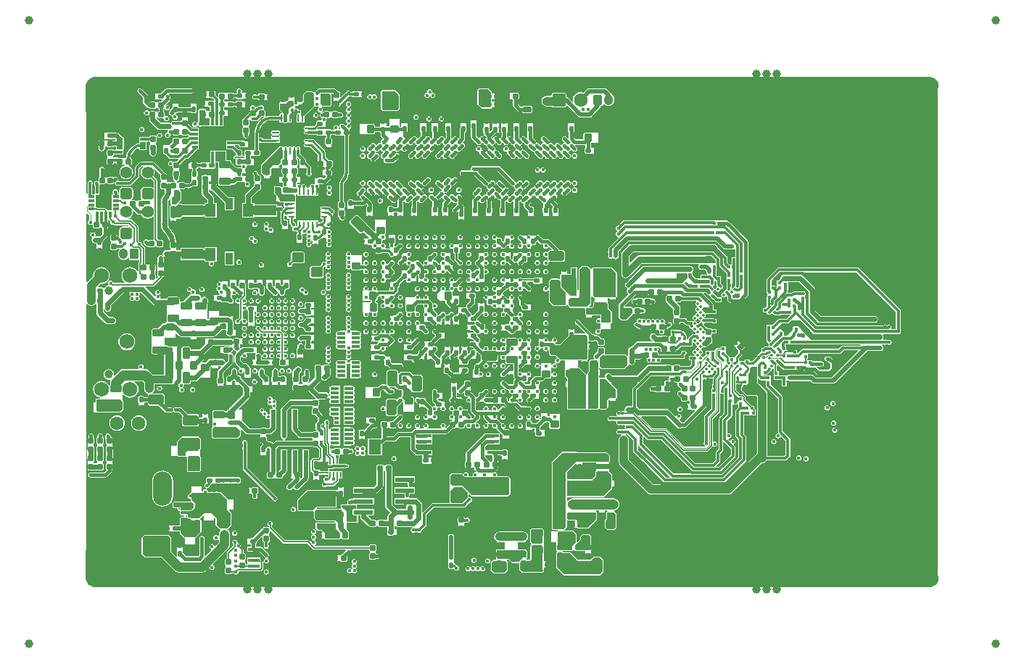
<source format=gbl>
G04 Layer_Physical_Order=12*
G04 Layer_Color=16711680*
%FSLAX44Y44*%
%MOMM*%
G71*
G01*
G75*
%ADD10C,0.3090*%
%ADD11C,0.2000*%
%ADD12C,0.1900*%
%ADD13C,0.1100*%
%ADD14C,0.1400*%
%ADD16C,0.1500*%
%ADD17C,0.3000*%
G04:AMPARAMS|DCode=23|XSize=0.6mm|YSize=0.6mm|CornerRadius=0.06mm|HoleSize=0mm|Usage=FLASHONLY|Rotation=0.000|XOffset=0mm|YOffset=0mm|HoleType=Round|Shape=RoundedRectangle|*
%AMROUNDEDRECTD23*
21,1,0.6000,0.4800,0,0,0.0*
21,1,0.4800,0.6000,0,0,0.0*
1,1,0.1200,0.2400,-0.2400*
1,1,0.1200,-0.2400,-0.2400*
1,1,0.1200,-0.2400,0.2400*
1,1,0.1200,0.2400,0.2400*
%
%ADD23ROUNDEDRECTD23*%
G04:AMPARAMS|DCode=24|XSize=1mm|YSize=0.9mm|CornerRadius=0.1125mm|HoleSize=0mm|Usage=FLASHONLY|Rotation=0.000|XOffset=0mm|YOffset=0mm|HoleType=Round|Shape=RoundedRectangle|*
%AMROUNDEDRECTD24*
21,1,1.0000,0.6750,0,0,0.0*
21,1,0.7750,0.9000,0,0,0.0*
1,1,0.2250,0.3875,-0.3375*
1,1,0.2250,-0.3875,-0.3375*
1,1,0.2250,-0.3875,0.3375*
1,1,0.2250,0.3875,0.3375*
%
%ADD24ROUNDEDRECTD24*%
G04:AMPARAMS|DCode=25|XSize=1mm|YSize=0.9mm|CornerRadius=0.1125mm|HoleSize=0mm|Usage=FLASHONLY|Rotation=270.000|XOffset=0mm|YOffset=0mm|HoleType=Round|Shape=RoundedRectangle|*
%AMROUNDEDRECTD25*
21,1,1.0000,0.6750,0,0,270.0*
21,1,0.7750,0.9000,0,0,270.0*
1,1,0.2250,-0.3375,-0.3875*
1,1,0.2250,-0.3375,0.3875*
1,1,0.2250,0.3375,0.3875*
1,1,0.2250,0.3375,-0.3875*
%
%ADD25ROUNDEDRECTD25*%
G04:AMPARAMS|DCode=27|XSize=0.6mm|YSize=0.6mm|CornerRadius=0.06mm|HoleSize=0mm|Usage=FLASHONLY|Rotation=90.000|XOffset=0mm|YOffset=0mm|HoleType=Round|Shape=RoundedRectangle|*
%AMROUNDEDRECTD27*
21,1,0.6000,0.4800,0,0,90.0*
21,1,0.4800,0.6000,0,0,90.0*
1,1,0.1200,0.2400,0.2400*
1,1,0.1200,0.2400,-0.2400*
1,1,0.1200,-0.2400,-0.2400*
1,1,0.1200,-0.2400,0.2400*
%
%ADD27ROUNDEDRECTD27*%
%ADD28R,2.2000X0.5500*%
%ADD30R,0.5500X2.2000*%
G04:AMPARAMS|DCode=32|XSize=0.5mm|YSize=0.6mm|CornerRadius=0.05mm|HoleSize=0mm|Usage=FLASHONLY|Rotation=270.000|XOffset=0mm|YOffset=0mm|HoleType=Round|Shape=RoundedRectangle|*
%AMROUNDEDRECTD32*
21,1,0.5000,0.5000,0,0,270.0*
21,1,0.4000,0.6000,0,0,270.0*
1,1,0.1000,-0.2500,-0.2000*
1,1,0.1000,-0.2500,0.2000*
1,1,0.1000,0.2500,0.2000*
1,1,0.1000,0.2500,-0.2000*
%
%ADD32ROUNDEDRECTD32*%
G04:AMPARAMS|DCode=33|XSize=0.5mm|YSize=0.6mm|CornerRadius=0.05mm|HoleSize=0mm|Usage=FLASHONLY|Rotation=0.000|XOffset=0mm|YOffset=0mm|HoleType=Round|Shape=RoundedRectangle|*
%AMROUNDEDRECTD33*
21,1,0.5000,0.5000,0,0,0.0*
21,1,0.4000,0.6000,0,0,0.0*
1,1,0.1000,0.2000,-0.2500*
1,1,0.1000,-0.2000,-0.2500*
1,1,0.1000,-0.2000,0.2500*
1,1,0.1000,0.2000,0.2500*
%
%ADD33ROUNDEDRECTD33*%
%ADD37R,0.3500X0.3000*%
%ADD38R,0.3000X0.3500*%
G04:AMPARAMS|DCode=43|XSize=1.3mm|YSize=0.8mm|CornerRadius=0.1mm|HoleSize=0mm|Usage=FLASHONLY|Rotation=180.000|XOffset=0mm|YOffset=0mm|HoleType=Round|Shape=RoundedRectangle|*
%AMROUNDEDRECTD43*
21,1,1.3000,0.6000,0,0,180.0*
21,1,1.1000,0.8000,0,0,180.0*
1,1,0.2000,-0.5500,0.3000*
1,1,0.2000,0.5500,0.3000*
1,1,0.2000,0.5500,-0.3000*
1,1,0.2000,-0.5500,-0.3000*
%
%ADD43ROUNDEDRECTD43*%
G04:AMPARAMS|DCode=49|XSize=1.8mm|YSize=1.15mm|CornerRadius=0.1437mm|HoleSize=0mm|Usage=FLASHONLY|Rotation=0.000|XOffset=0mm|YOffset=0mm|HoleType=Round|Shape=RoundedRectangle|*
%AMROUNDEDRECTD49*
21,1,1.8000,0.8625,0,0,0.0*
21,1,1.5125,1.1500,0,0,0.0*
1,1,0.2875,0.7562,-0.4313*
1,1,0.2875,-0.7562,-0.4313*
1,1,0.2875,-0.7562,0.4313*
1,1,0.2875,0.7562,0.4313*
%
%ADD49ROUNDEDRECTD49*%
G04:AMPARAMS|DCode=50|XSize=1.8mm|YSize=1.15mm|CornerRadius=0.1437mm|HoleSize=0mm|Usage=FLASHONLY|Rotation=90.000|XOffset=0mm|YOffset=0mm|HoleType=Round|Shape=RoundedRectangle|*
%AMROUNDEDRECTD50*
21,1,1.8000,0.8625,0,0,90.0*
21,1,1.5125,1.1500,0,0,90.0*
1,1,0.2875,0.4313,0.7562*
1,1,0.2875,0.4313,-0.7562*
1,1,0.2875,-0.4313,-0.7562*
1,1,0.2875,-0.4313,0.7562*
%
%ADD50ROUNDEDRECTD50*%
G04:AMPARAMS|DCode=51|XSize=1.3mm|YSize=0.8mm|CornerRadius=0.1mm|HoleSize=0mm|Usage=FLASHONLY|Rotation=90.000|XOffset=0mm|YOffset=0mm|HoleType=Round|Shape=RoundedRectangle|*
%AMROUNDEDRECTD51*
21,1,1.3000,0.6000,0,0,90.0*
21,1,1.1000,0.8000,0,0,90.0*
1,1,0.2000,0.3000,0.5500*
1,1,0.2000,0.3000,-0.5500*
1,1,0.2000,-0.3000,-0.5500*
1,1,0.2000,-0.3000,0.5500*
%
%ADD51ROUNDEDRECTD51*%
%ADD62R,0.6000X0.4500*%
%ADD63R,0.6000X0.3000*%
G04:AMPARAMS|DCode=68|XSize=0.6mm|YSize=0.6mm|CornerRadius=0.06mm|HoleSize=0mm|Usage=FLASHONLY|Rotation=225.000|XOffset=0mm|YOffset=0mm|HoleType=Round|Shape=RoundedRectangle|*
%AMROUNDEDRECTD68*
21,1,0.6000,0.4800,0,0,225.0*
21,1,0.4800,0.6000,0,0,225.0*
1,1,0.1200,-0.3394,0.0000*
1,1,0.1200,0.0000,0.3394*
1,1,0.1200,0.3394,0.0000*
1,1,0.1200,0.0000,-0.3394*
%
%ADD68ROUNDEDRECTD68*%
%ADD81C,0.3500*%
%ADD94C,1.0000*%
%ADD96C,0.5000*%
%ADD97C,0.4000*%
%ADD98C,0.1000*%
%ADD99C,0.2500*%
%ADD100C,0.3500*%
%ADD101C,0.6000*%
%ADD103C,1.0000*%
%ADD104C,0.8000*%
%ADD106C,0.1300*%
G04:AMPARAMS|DCode=108|XSize=1.524mm|YSize=1.524mm|CornerRadius=0.1905mm|HoleSize=0mm|Usage=FLASHONLY|Rotation=90.000|XOffset=0mm|YOffset=0mm|HoleType=Round|Shape=RoundedRectangle|*
%AMROUNDEDRECTD108*
21,1,1.5240,1.1430,0,0,90.0*
21,1,1.1430,1.5240,0,0,90.0*
1,1,0.3810,0.5715,0.5715*
1,1,0.3810,0.5715,-0.5715*
1,1,0.3810,-0.5715,-0.5715*
1,1,0.3810,-0.5715,0.5715*
%
%ADD108ROUNDEDRECTD108*%
%ADD109C,1.6000*%
%ADD110C,5.0000*%
%ADD111C,0.6604*%
G04:AMPARAMS|DCode=112|XSize=1.4mm|YSize=1.4mm|CornerRadius=0.35mm|HoleSize=0mm|Usage=FLASHONLY|Rotation=90.000|XOffset=0mm|YOffset=0mm|HoleType=Round|Shape=RoundedRectangle|*
%AMROUNDEDRECTD112*
21,1,1.4000,0.7000,0,0,90.0*
21,1,0.7000,1.4000,0,0,90.0*
1,1,0.7000,0.3500,0.3500*
1,1,0.7000,0.3500,-0.3500*
1,1,0.7000,-0.3500,-0.3500*
1,1,0.7000,-0.3500,0.3500*
%
%ADD112ROUNDEDRECTD112*%
%ADD113C,1.4000*%
%ADD114O,2.0000X3.8000*%
%ADD115O,2.2000X4.0000*%
%ADD116O,4.0000X2.0000*%
%ADD117C,1.7500*%
G04:AMPARAMS|DCode=118|XSize=1.2mm|YSize=1.1mm|CornerRadius=0.1375mm|HoleSize=0mm|Usage=FLASHONLY|Rotation=270.000|XOffset=0mm|YOffset=0mm|HoleType=Round|Shape=RoundedRectangle|*
%AMROUNDEDRECTD118*
21,1,1.2000,0.8250,0,0,270.0*
21,1,0.9250,1.1000,0,0,270.0*
1,1,0.2750,-0.4125,-0.4625*
1,1,0.2750,-0.4125,0.4625*
1,1,0.2750,0.4125,0.4625*
1,1,0.2750,0.4125,-0.4625*
%
%ADD118ROUNDEDRECTD118*%
%ADD119O,1.1000X1.2000*%
%ADD120C,0.4000*%
%ADD121C,0.5000*%
%ADD124C,1.2000*%
%ADD125C,1.1000*%
%ADD127C,0.7000*%
G04:AMPARAMS|DCode=129|XSize=1.8mm|YSize=1.15mm|CornerRadius=0.1437mm|HoleSize=0mm|Usage=FLASHONLY|Rotation=315.000|XOffset=0mm|YOffset=0mm|HoleType=Round|Shape=RoundedRectangle|*
%AMROUNDEDRECTD129*
21,1,1.8000,0.8625,0,0,315.0*
21,1,1.5125,1.1500,0,0,315.0*
1,1,0.2875,0.2298,-0.8397*
1,1,0.2875,-0.8397,0.2298*
1,1,0.2875,-0.2298,0.8397*
1,1,0.2875,0.8397,-0.2298*
%
%ADD129ROUNDEDRECTD129*%
%ADD130R,0.6500X0.2000*%
%ADD131R,0.2000X0.7500*%
%ADD132R,0.2000X0.6500*%
%ADD133R,2.1000X2.1000*%
%ADD134R,0.3000X0.7000*%
%ADD135R,0.7000X0.3000*%
%ADD136R,2.5400X1.2700*%
%ADD137R,1.2000X1.5000*%
%ADD138R,0.9000X1.4000*%
G04:AMPARAMS|DCode=139|XSize=0.3mm|YSize=0.35mm|CornerRadius=0mm|HoleSize=0mm|Usage=FLASHONLY|Rotation=135.000|XOffset=0mm|YOffset=0mm|HoleType=Round|Shape=Rectangle|*
%AMROTATEDRECTD139*
4,1,4,0.2298,0.0177,-0.0177,-0.2298,-0.2298,-0.0177,0.0177,0.2298,0.2298,0.0177,0.0*
%
%ADD139ROTATEDRECTD139*%

G04:AMPARAMS|DCode=140|XSize=0.3mm|YSize=0.35mm|CornerRadius=0mm|HoleSize=0mm|Usage=FLASHONLY|Rotation=225.000|XOffset=0mm|YOffset=0mm|HoleType=Round|Shape=Rectangle|*
%AMROTATEDRECTD140*
4,1,4,-0.0177,0.2298,0.2298,-0.0177,0.0177,-0.2298,-0.2298,0.0177,-0.0177,0.2298,0.0*
%
%ADD140ROTATEDRECTD140*%

%ADD141C,0.2000*%
%ADD142R,1.4000X0.4500*%
G04:AMPARAMS|DCode=143|XSize=1.4mm|YSize=1.2mm|CornerRadius=0.15mm|HoleSize=0mm|Usage=FLASHONLY|Rotation=0.000|XOffset=0mm|YOffset=0mm|HoleType=Round|Shape=RoundedRectangle|*
%AMROUNDEDRECTD143*
21,1,1.4000,0.9000,0,0,0.0*
21,1,1.1000,1.2000,0,0,0.0*
1,1,0.3000,0.5500,-0.4500*
1,1,0.3000,-0.5500,-0.4500*
1,1,0.3000,-0.5500,0.4500*
1,1,0.3000,0.5500,0.4500*
%
%ADD143ROUNDEDRECTD143*%
%ADD144R,2.6000X2.6000*%
%ADD145O,0.9000X0.2500*%
%ADD146O,0.2500X0.9000*%
G04:AMPARAMS|DCode=147|XSize=1.8mm|YSize=1.2mm|CornerRadius=0.15mm|HoleSize=0mm|Usage=FLASHONLY|Rotation=180.000|XOffset=0mm|YOffset=0mm|HoleType=Round|Shape=RoundedRectangle|*
%AMROUNDEDRECTD147*
21,1,1.8000,0.9000,0,0,180.0*
21,1,1.5000,1.2000,0,0,180.0*
1,1,0.3000,-0.7500,0.4500*
1,1,0.3000,0.7500,0.4500*
1,1,0.3000,0.7500,-0.4500*
1,1,0.3000,-0.7500,-0.4500*
%
%ADD147ROUNDEDRECTD147*%
%ADD148C,0.4500*%
%ADD149R,1.2500X1.2500*%
%ADD150R,0.3000X0.8000*%
%ADD151R,0.8000X0.3000*%
%ADD152R,2.7000X2.7000*%
%ADD153R,0.8000X0.2500*%
%ADD154R,0.2500X0.8000*%
G04:AMPARAMS|DCode=155|XSize=0.6mm|YSize=1mm|CornerRadius=0.075mm|HoleSize=0mm|Usage=FLASHONLY|Rotation=90.000|XOffset=0mm|YOffset=0mm|HoleType=Round|Shape=RoundedRectangle|*
%AMROUNDEDRECTD155*
21,1,0.6000,0.8500,0,0,90.0*
21,1,0.4500,1.0000,0,0,90.0*
1,1,0.1500,0.4250,0.2250*
1,1,0.1500,0.4250,-0.2250*
1,1,0.1500,-0.4250,-0.2250*
1,1,0.1500,-0.4250,0.2250*
%
%ADD155ROUNDEDRECTD155*%
%ADD156C,0.3700*%
%ADD157C,0.9000*%
%ADD158C,0.1700*%
%ADD159C,0.2400*%
%ADD160C,0.2200*%
%ADD161C,0.3400*%
%ADD162C,0.2900*%
%ADD163C,0.2700*%
%ADD164C,0.3100*%
%ADD165C,0.3900*%
G36*
X14500Y597750D02*
X988000Y597750D01*
X988673D01*
X990654Y597356D01*
X992519Y596583D01*
X994198Y595462D01*
X995626Y594034D01*
X996747Y592355D01*
X997520Y590490D01*
X997914Y588509D01*
Y587500D01*
Y584750D01*
X997219D01*
X997219Y451250D01*
X996941D01*
D01*
X997164D01*
X997164Y15250D01*
X997914D01*
Y12500D01*
Y11490D01*
X997520Y9510D01*
X996747Y7645D01*
X995626Y5966D01*
X994198Y4538D01*
X992519Y3417D01*
X990654Y2644D01*
X988673Y2250D01*
X988000D01*
X14500Y2250D01*
D01*
X11490D01*
X9510Y2644D01*
X7645Y3417D01*
X5966Y4538D01*
X4538Y5966D01*
X3417Y7645D01*
X2644Y9510D01*
X2250Y11490D01*
Y12500D01*
Y14500D01*
X2250Y45000D01*
X3059D01*
Y332668D01*
X4059Y332971D01*
X4424Y332424D01*
X6409Y331098D01*
X8750Y330633D01*
X11091Y331098D01*
X13076Y332424D01*
X13628Y333250D01*
X14672D01*
Y322375D01*
X14672Y322375D01*
X14982Y320814D01*
X15866Y319491D01*
X24991Y310366D01*
X26314Y309482D01*
X27875Y309172D01*
X27875Y309172D01*
X33625D01*
X35186Y309482D01*
X36509Y310366D01*
X37393Y311689D01*
X37703Y313250D01*
X37393Y314811D01*
X36509Y316134D01*
X35186Y317018D01*
X33625Y317328D01*
X29564D01*
X22828Y324064D01*
Y326864D01*
X23828Y326962D01*
X23982Y326189D01*
X24866Y324866D01*
X26189Y323982D01*
X27750Y323672D01*
X29311Y323982D01*
X30634Y324866D01*
X31518Y326189D01*
X31828Y327750D01*
Y331311D01*
X46689Y346171D01*
X53065D01*
X53625Y345172D01*
X53441Y344250D01*
X53674Y343079D01*
X54337Y342087D01*
Y341413D01*
X53674Y340420D01*
X53441Y339250D01*
X53674Y338079D01*
X54337Y337087D01*
X55329Y336424D01*
X56500Y336191D01*
X57670Y336424D01*
X58663Y337087D01*
X58774Y337253D01*
X59976D01*
X60087Y337087D01*
X61080Y336424D01*
X62250Y336191D01*
X63421Y336424D01*
X64413Y337087D01*
X65076Y338079D01*
X65309Y339250D01*
X65076Y340420D01*
X64413Y341413D01*
Y342087D01*
X65076Y343079D01*
X65309Y344250D01*
X65125Y345172D01*
X65614Y346044D01*
X66610Y346122D01*
X80616Y332116D01*
X80616Y332116D01*
X81939Y331232D01*
X83500Y330922D01*
X83500Y330922D01*
X96750D01*
Y320000D01*
X96750Y320000D01*
X96714Y319015D01*
X96711Y319000D01*
Y313000D01*
X96866Y312220D01*
X96296Y311377D01*
X95593Y310907D01*
X95123Y310204D01*
X95098Y310078D01*
X93750D01*
X93750Y310079D01*
X92189Y309768D01*
X90866Y308884D01*
X86021Y304039D01*
X81250D01*
X80470Y303884D01*
X79808Y303442D01*
X79366Y302780D01*
X79211Y302000D01*
Y296000D01*
X79214Y295985D01*
X79250Y295000D01*
X79250Y295000D01*
X79250Y295000D01*
Y283000D01*
X79250Y283000D01*
X79214Y282015D01*
X79211Y282000D01*
Y276000D01*
X79366Y275220D01*
X79808Y274558D01*
X80470Y274116D01*
X81250Y273961D01*
X84392D01*
X84604Y273819D01*
X86750Y273392D01*
X93677D01*
X93892Y273177D01*
Y250358D01*
X80877D01*
X76742Y254492D01*
X75280Y255614D01*
X73577Y256320D01*
X71750Y256560D01*
X69764D01*
X69229Y257560D01*
X69576Y258079D01*
X69809Y259250D01*
X69576Y260420D01*
X68913Y261413D01*
X67920Y262076D01*
X66750Y262309D01*
X65579Y262076D01*
X64587Y261413D01*
X63924Y260420D01*
X63691Y259250D01*
X63924Y258079D01*
X64271Y257560D01*
X63736Y256560D01*
X46000D01*
X44173Y256320D01*
X42470Y255614D01*
X41008Y254492D01*
X35958Y249443D01*
X35076Y249914D01*
X35192Y250500D01*
X34727Y252841D01*
X33401Y254826D01*
X31416Y256152D01*
X29075Y256618D01*
X26734Y256152D01*
X24749Y254826D01*
X23423Y252841D01*
X22957Y250500D01*
X23423Y248159D01*
X24749Y246174D01*
X26734Y244848D01*
X29075Y244382D01*
X30347Y244635D01*
X31066Y243759D01*
X30680Y242827D01*
X30440Y241000D01*
Y237765D01*
X30315Y237577D01*
X29299Y237576D01*
X29221Y237604D01*
X29091Y237917D01*
X27529Y239954D01*
X25492Y241517D01*
X23120Y242499D01*
X20575Y242834D01*
X18030Y242499D01*
X15658Y241517D01*
X13621Y239954D01*
X12058Y237917D01*
X11076Y235545D01*
X10741Y233000D01*
X11076Y230455D01*
X12058Y228083D01*
X13621Y226046D01*
X15658Y224483D01*
X18030Y223501D01*
X19310Y223332D01*
X19244Y222332D01*
X14750D01*
X13985Y222015D01*
X13668Y221250D01*
X13668Y218125D01*
X11750D01*
Y206125D01*
X16125Y206125D01*
X16625Y205918D01*
X41750D01*
X42515Y206235D01*
X42516Y206235D01*
X45765Y209485D01*
X46082Y210250D01*
Y219000D01*
X45765Y219765D01*
X45765Y219765D01*
X45000Y220531D01*
Y227168D01*
X46000Y227507D01*
X47121Y226046D01*
X49158Y224483D01*
X51530Y223501D01*
X54075Y223166D01*
X56620Y223501D01*
X58992Y224483D01*
X61029Y226046D01*
X62592Y228083D01*
X63574Y230455D01*
X63909Y233000D01*
X63574Y235545D01*
X62592Y237917D01*
X61029Y239954D01*
X59092Y241440D01*
X59108Y242102D01*
X59176Y242440D01*
X68825D01*
X70382Y240883D01*
Y233750D01*
X70848Y231409D01*
X72174Y229424D01*
X74159Y228098D01*
X74596Y228011D01*
X74944Y226922D01*
X74645Y226475D01*
X74451Y225500D01*
Y224059D01*
X70392D01*
X70148Y224648D01*
X69000Y225124D01*
X65000D01*
X63852Y224648D01*
X63376Y223500D01*
Y218500D01*
X63552Y218077D01*
X63500Y218000D01*
X63500D01*
Y214000D01*
X70500D01*
Y217941D01*
X74451D01*
Y216500D01*
X74645Y215525D01*
X75198Y214698D01*
X76025Y214145D01*
X77000Y213951D01*
X87223D01*
X94337Y206837D01*
X95330Y206174D01*
X96500Y205941D01*
X96500Y205941D01*
X102000D01*
X103170Y206174D01*
X104163Y206837D01*
X105203Y206593D01*
X105829Y206174D01*
X107000Y205941D01*
X111233D01*
X114667Y202508D01*
X114645Y202475D01*
X114451Y201500D01*
Y192500D01*
X114645Y191525D01*
X115198Y190698D01*
X116025Y190145D01*
X117000Y189951D01*
X132000D01*
X132975Y190145D01*
X133802Y190698D01*
X134355Y191525D01*
X134549Y192500D01*
Y193941D01*
X138608D01*
X138852Y193352D01*
X140000Y192876D01*
X144000D01*
X145148Y193352D01*
X145624Y194500D01*
Y199500D01*
X145449Y199923D01*
X145500Y200000D01*
X145500D01*
Y204000D01*
X138500D01*
Y200059D01*
X134549D01*
Y201500D01*
X134355Y202475D01*
X133802Y203302D01*
X132975Y203855D01*
X132000Y204049D01*
X121777D01*
X114663Y211163D01*
X113671Y211826D01*
X112500Y212059D01*
X112500Y212059D01*
X107000D01*
X105829Y211826D01*
X104837Y211163D01*
X103798Y211407D01*
X103170Y211826D01*
X102000Y212059D01*
X97767D01*
X94333Y215492D01*
X94355Y215525D01*
X94549Y216500D01*
Y225500D01*
X94355Y226475D01*
X93802Y227302D01*
X92975Y227855D01*
X92000Y228049D01*
X80567D01*
X80264Y229049D01*
X80826Y229424D01*
X82152Y231409D01*
X82618Y233750D01*
Y239142D01*
X95680D01*
X95720Y239116D01*
X96500Y238961D01*
X102500D01*
X102515Y238964D01*
X103500Y239000D01*
X103500Y239000D01*
X103500Y239000D01*
X109783D01*
X110541Y238000D01*
X110441Y237500D01*
X110674Y236329D01*
X111337Y235337D01*
X111572Y235180D01*
X112327Y234670D01*
X111827Y233899D01*
X111674Y233671D01*
X111441Y232500D01*
X111674Y231329D01*
X112337Y230337D01*
X113329Y229674D01*
X114500Y229441D01*
X115670Y229674D01*
X116663Y230337D01*
X117326Y231329D01*
X117559Y232500D01*
X117326Y233671D01*
X116663Y234663D01*
X116428Y234820D01*
X115673Y235330D01*
X116173Y236101D01*
X116326Y236329D01*
X116559Y237500D01*
X116464Y237976D01*
X117243Y238961D01*
X122500D01*
X123280Y239116D01*
X123942Y239558D01*
X124384Y240220D01*
X124539Y241000D01*
Y242422D01*
X129750D01*
X129750Y242422D01*
X131311Y242732D01*
X132634Y243616D01*
X135038Y246020D01*
X136000Y246250D01*
Y246250D01*
X136000Y246250D01*
X148000D01*
X148000Y254250D01*
X148000Y254250D01*
X148015Y255244D01*
X148042Y255375D01*
Y259024D01*
X148750Y259732D01*
X149750Y259318D01*
X149750Y257500D01*
X156750Y257500D01*
X156750Y259715D01*
X157457Y260422D01*
X160518D01*
X160932Y259422D01*
X157337Y255827D01*
X156674Y254835D01*
X156441Y253664D01*
X156441Y253664D01*
Y247384D01*
X155947Y247054D01*
X155593Y246524D01*
X155469Y245900D01*
Y241100D01*
X155593Y240476D01*
X155947Y239946D01*
X156000Y239911D01*
Y236500D01*
X163000D01*
Y239911D01*
X163053Y239946D01*
X163407Y240476D01*
X163531Y241100D01*
Y245900D01*
X163407Y246524D01*
X163053Y247054D01*
X162559Y247384D01*
Y252397D01*
X167261Y257100D01*
X167756Y257430D01*
X173663Y263337D01*
X174326Y264329D01*
X174559Y265500D01*
X174559Y265500D01*
Y272250D01*
X174326Y273421D01*
X173663Y274413D01*
X172670Y275076D01*
X171924Y275224D01*
X171712Y276286D01*
X172163Y276587D01*
X173663Y278087D01*
X173663Y278087D01*
X174326Y279079D01*
X174375Y279324D01*
X175436Y279535D01*
X175977Y278727D01*
X176845Y277858D01*
X178003Y277085D01*
X178220Y277042D01*
X178510Y276085D01*
X176977Y274552D01*
X176203Y273394D01*
X175931Y272028D01*
Y265500D01*
X176203Y264134D01*
X176977Y262977D01*
X181731Y258222D01*
X181604Y256935D01*
X181337Y256756D01*
X180674Y255764D01*
X180441Y254593D01*
X180674Y253423D01*
X181337Y252430D01*
X182330Y251767D01*
X183500Y251534D01*
X184671Y251767D01*
X185663Y252430D01*
X186326Y253423D01*
X186483Y254213D01*
X187336Y254718D01*
X187532Y254750D01*
X187626Y254693D01*
Y250750D01*
X187802Y250327D01*
X187750Y250250D01*
X187750D01*
Y246250D01*
X194750D01*
Y250250D01*
X194750D01*
X194698Y250327D01*
X194874Y250750D01*
Y255750D01*
X194819Y255883D01*
Y256843D01*
X194547Y258209D01*
X193773Y259366D01*
X190523Y262617D01*
X189366Y263390D01*
X188000Y263662D01*
X186385D01*
X183069Y266978D01*
Y270521D01*
X183815Y271161D01*
X184809Y270877D01*
X185337Y270087D01*
X186329Y269424D01*
X187500Y269191D01*
X188671Y269424D01*
X189663Y270087D01*
X190326Y271080D01*
X190559Y272250D01*
X190326Y273421D01*
X189818Y274181D01*
X190103Y274979D01*
X190261Y275181D01*
X192367D01*
X192500Y275126D01*
X197500D01*
X197923Y275302D01*
X198000Y275250D01*
Y275250D01*
X200092D01*
X200627Y274250D01*
X200203Y273616D01*
X199931Y272250D01*
X200203Y270884D01*
X200431Y270543D01*
Y267750D01*
X197000D01*
X197000Y260750D01*
X201000Y260750D01*
Y260750D01*
X201077Y260802D01*
X201500Y260626D01*
X206500D01*
X206633Y260681D01*
X210617D01*
X210750Y260626D01*
X215750D01*
X216173Y260802D01*
X216250Y260750D01*
Y260750D01*
X220250Y260750D01*
Y267750D01*
X216250D01*
Y267750D01*
X216173Y267698D01*
X215750Y267874D01*
X210750D01*
X210617Y267819D01*
X207568D01*
Y271178D01*
X207569Y271511D01*
X208568Y271610D01*
X208674Y271080D01*
X209337Y270087D01*
X210329Y269424D01*
X211500Y269191D01*
X212670Y269424D01*
X213663Y270087D01*
X214326Y271080D01*
X214559Y272250D01*
X214326Y273421D01*
X213663Y274413D01*
X212670Y275076D01*
X211500Y275309D01*
X210329Y275076D01*
X209337Y274413D01*
X208674Y273421D01*
X208510Y272593D01*
X208441Y272250D01*
X207484Y272174D01*
X207423Y272481D01*
X207297Y273116D01*
X206523Y274273D01*
X206023Y274773D01*
X204866Y275547D01*
X203500Y275819D01*
X203000Y275719D01*
X202000Y276540D01*
X202000Y282250D01*
X198673D01*
X197872Y282282D01*
X197500Y282374D01*
X197051Y282374D01*
X197051Y282374D01*
X196726Y282374D01*
X192500D01*
X192367Y282319D01*
X186222D01*
X184856Y282047D01*
X183770Y281321D01*
X183065Y281422D01*
X182708Y281530D01*
X182665Y281747D01*
X182069Y282640D01*
Y285219D01*
X182089Y285250D01*
X185500D01*
Y292250D01*
X182089D01*
X182054Y292304D01*
X181524Y292657D01*
X180900Y292781D01*
X176100D01*
X175476Y292657D01*
X174946Y292304D01*
X174788Y292066D01*
X173808Y291708D01*
X173556Y291687D01*
X173061Y292018D01*
X171500Y292328D01*
X150750D01*
X150342Y292247D01*
X150311Y292268D01*
X148750Y292578D01*
X147189Y292268D01*
X146973Y292124D01*
X146250Y292124D01*
X145750Y292000D01*
Y292000D01*
X141750D01*
X141750Y286404D01*
X134675Y279328D01*
X124789D01*
Y280750D01*
X124634Y281530D01*
X124192Y282192D01*
X123530Y282634D01*
X122750Y282789D01*
X116750D01*
X116735Y282786D01*
X115750Y282750D01*
X115750Y282750D01*
X115750Y282750D01*
X103750D01*
X103750Y282750D01*
X102765Y282786D01*
X102750Y282789D01*
X100141D01*
X99965Y282965D01*
X98146Y284181D01*
X96000Y284608D01*
X94250D01*
Y292896D01*
X95000Y293500D01*
X107000Y293500D01*
X107000Y297926D01*
X107924Y298309D01*
X110763Y295470D01*
X110763Y295470D01*
X112086Y294586D01*
X113646Y294275D01*
X113647Y294275D01*
X123896D01*
X124604Y293568D01*
X124604Y291354D01*
X131603D01*
Y294275D01*
X151461D01*
X151461Y294275D01*
X153022Y294586D01*
X154345Y295470D01*
X158324Y299448D01*
X159015Y299735D01*
X159332Y300500D01*
Y300552D01*
X160948Y302168D01*
X165250D01*
X165422Y302239D01*
X166422Y301584D01*
Y301109D01*
X166376Y301000D01*
Y297000D01*
X166852Y295852D01*
X168000Y295376D01*
X168723D01*
X168939Y295232D01*
X170500Y294922D01*
X172061Y295232D01*
X172277Y295376D01*
X173000Y295376D01*
X173500Y295500D01*
Y295500D01*
X177500D01*
X177500Y302500D01*
X174578Y302500D01*
Y311500D01*
X174268Y313061D01*
X174124Y313277D01*
X174124Y314000D01*
X174000Y314500D01*
X174000D01*
X174000Y318500D01*
X167000Y318500D01*
Y318328D01*
X158250D01*
Y324750D01*
X146250D01*
Y316750D01*
X146250Y316750D01*
X146235Y315756D01*
X146208Y315625D01*
Y314828D01*
X144250D01*
Y326750D01*
X144250Y326750D01*
X144286Y327735D01*
X144289Y327750D01*
Y332847D01*
X144518Y333189D01*
X144828Y334750D01*
X144828Y334750D01*
Y337000D01*
X144518Y338561D01*
X143634Y339884D01*
X142311Y340768D01*
X140750Y341078D01*
X139189Y340768D01*
X137866Y339884D01*
X137807Y339796D01*
X137109Y339941D01*
X136808Y340101D01*
X136518Y341561D01*
X135634Y342884D01*
X134311Y343768D01*
X132750Y344078D01*
X130776D01*
X130241Y345078D01*
X130576Y345579D01*
X130809Y346750D01*
X130576Y347920D01*
X129913Y348913D01*
X128920Y349576D01*
X127750Y349809D01*
X127499Y349759D01*
X126559Y349750D01*
X126326Y350920D01*
X125663Y351913D01*
X124670Y352576D01*
X123500Y352809D01*
X122330Y352576D01*
X121337Y351913D01*
X120674Y350920D01*
X120441Y349750D01*
X120674Y348579D01*
X121337Y347587D01*
X122330Y346924D01*
X123500Y346691D01*
X123751Y346741D01*
X124691Y346750D01*
X124924Y345579D01*
X125334Y344966D01*
X125002Y343924D01*
X124955Y343871D01*
X124439Y343768D01*
X123116Y342884D01*
X123116Y342884D01*
X116616Y336384D01*
X116219Y335789D01*
X114000D01*
X113220Y335634D01*
X112789Y335346D01*
X111992Y335631D01*
X111789Y335789D01*
Y339000D01*
X111634Y339780D01*
X111192Y340442D01*
X110530Y340884D01*
X109750Y341039D01*
X98750D01*
X97970Y340884D01*
X97308Y340442D01*
X96866Y339780D01*
X96726Y339078D01*
X89935D01*
X89375Y340078D01*
X89559Y341000D01*
X89326Y342170D01*
X88792Y342970D01*
X88663Y344087D01*
X89326Y345079D01*
X89559Y346250D01*
X89326Y347421D01*
X88663Y348413D01*
X87671Y349076D01*
X86500Y349309D01*
X85330Y349076D01*
X84337Y348413D01*
X83674Y347421D01*
X83441Y346250D01*
X83674Y345079D01*
X84208Y344280D01*
X84337Y343163D01*
X83674Y342170D01*
X83647Y342035D01*
X82562Y341706D01*
X72057Y352211D01*
X72471Y353211D01*
X81000D01*
X81780Y353366D01*
X82442Y353808D01*
X91192Y362558D01*
X91634Y363220D01*
X91789Y364000D01*
Y364219D01*
X92150D01*
X92774Y364343D01*
X93303Y364697D01*
X93657Y365226D01*
X93781Y365850D01*
Y370650D01*
X93657Y371274D01*
X93303Y371804D01*
X93250Y371839D01*
Y374661D01*
X93303Y374697D01*
X93657Y375226D01*
X93781Y375850D01*
Y380650D01*
X93657Y381274D01*
X93319Y381781D01*
Y386250D01*
X93047Y387616D01*
X92621Y388253D01*
X93366Y388866D01*
X94689Y387982D01*
X96250Y387672D01*
X112550D01*
Y383650D01*
X139950D01*
Y384132D01*
X141000D01*
Y381750D01*
X145693D01*
X146227Y380750D01*
X146174Y380671D01*
X145941Y379500D01*
X146174Y378330D01*
X146837Y377337D01*
X147830Y376674D01*
X149000Y376441D01*
X150170Y376674D01*
X151163Y377337D01*
X151826Y378330D01*
X152059Y379500D01*
X151826Y380671D01*
X151773Y380750D01*
X152307Y381750D01*
X155000D01*
Y398750D01*
X141000D01*
Y396367D01*
X139950D01*
Y398350D01*
X112550D01*
Y395828D01*
X107750D01*
Y398161D01*
X107804Y398196D01*
X108157Y398726D01*
X108281Y399350D01*
Y401513D01*
X108328Y401750D01*
X108333D01*
X108281Y402410D01*
Y404150D01*
X108157Y404774D01*
X108087Y404879D01*
X108001Y405976D01*
X107011Y410099D01*
X105388Y414016D01*
X103173Y417631D01*
X100420Y420855D01*
X100420Y420855D01*
X99818Y421606D01*
X99220Y422386D01*
X98474Y424186D01*
X98226Y426071D01*
X98235Y426117D01*
Y451135D01*
X98205Y451288D01*
X98607Y453313D01*
X99303Y454354D01*
X99889Y455111D01*
X100472Y455591D01*
X101418Y455230D01*
X101418Y449250D01*
X101614Y448776D01*
X101672Y448370D01*
X101277Y447637D01*
X101275Y447636D01*
X100985Y447515D01*
X100485Y447015D01*
X100168Y446250D01*
X100168Y433500D01*
X100485Y432735D01*
X101250Y432418D01*
Y429500D01*
X108250Y429500D01*
Y432418D01*
X112500D01*
X112500Y432418D01*
X113265Y432735D01*
X115181Y434650D01*
X139950D01*
Y435882D01*
X141000D01*
Y433750D01*
X155000D01*
Y450750D01*
X152078D01*
Y455750D01*
X152078Y455750D01*
X151768Y457311D01*
X150884Y458634D01*
X145578Y463939D01*
Y465500D01*
X147911D01*
X147947Y465447D01*
X148476Y465093D01*
X149100Y464969D01*
X149764D01*
X164500Y450233D01*
Y441750D01*
X175500D01*
Y457750D01*
X168518D01*
X155531Y470737D01*
Y471400D01*
X155407Y472024D01*
X155054Y472554D01*
X154524Y472907D01*
X153900Y473032D01*
X151737D01*
X151500Y473078D01*
X151264Y473032D01*
X149100D01*
X148476Y472907D01*
X147947Y472554D01*
X147911Y472500D01*
X145578D01*
Y476000D01*
X148500D01*
Y483000D01*
X144500D01*
Y483000D01*
X144423Y482948D01*
X144000Y483124D01*
X143277D01*
X143061Y483268D01*
X141500Y483578D01*
X139939Y483268D01*
X139723Y483124D01*
X139000D01*
X137852Y482648D01*
X137376Y481500D01*
Y477500D01*
X137422Y477391D01*
Y469000D01*
X137422Y469000D01*
X137422Y469000D01*
Y462250D01*
X137422Y462250D01*
X137732Y460689D01*
X138616Y459366D01*
X143922Y454061D01*
Y450750D01*
X141000D01*
Y448117D01*
X139950D01*
Y449350D01*
X115181D01*
X114765Y449765D01*
X114000Y450082D01*
X111170D01*
X110787Y451006D01*
X113765Y453985D01*
X114082Y454750D01*
Y463500D01*
X114082Y463500D01*
X113765Y464265D01*
X112062Y465969D01*
X112476Y466969D01*
X116650D01*
X117274Y467093D01*
X117803Y467447D01*
X118157Y467976D01*
X118243Y468405D01*
X120388D01*
X120734Y468174D01*
X121904Y467942D01*
X123075Y468174D01*
X123912Y468733D01*
X124465Y468806D01*
X127783Y470181D01*
X128038Y470377D01*
X131250D01*
X132398Y470852D01*
X132874Y472000D01*
Y477000D01*
X132698Y477423D01*
X132750Y477500D01*
X132750D01*
Y481500D01*
X132750D01*
X132698Y481577D01*
X132874Y482000D01*
Y487000D01*
X132398Y488148D01*
X131799Y488396D01*
Y490248D01*
X132274Y490343D01*
X132803Y490696D01*
X133157Y491226D01*
X133252Y491701D01*
X135854D01*
X136102Y491102D01*
X137250Y490626D01*
X142250D01*
X142673Y490802D01*
X142750Y490750D01*
Y490750D01*
X146750D01*
Y490750D01*
X146827Y490802D01*
X147250Y490626D01*
X152250D01*
X153398Y491102D01*
X153874Y492250D01*
Y496250D01*
X153492Y497171D01*
X153935Y498168D01*
X157211D01*
Y492750D01*
X157214Y492735D01*
X157250Y491750D01*
X157250Y491750D01*
X157250Y491750D01*
Y479750D01*
X157250Y479750D01*
X157214Y478765D01*
X157211Y478750D01*
Y472750D01*
X157366Y471970D01*
X157808Y471308D01*
X158470Y470866D01*
X159250Y470711D01*
X170250D01*
X171030Y470866D01*
X171692Y471308D01*
X172134Y471970D01*
X172176Y472182D01*
X174750D01*
X176116Y472453D01*
X177273Y473227D01*
X178978Y474931D01*
X179117D01*
X179250Y474876D01*
X184250D01*
X184673Y475052D01*
X184750Y475000D01*
Y475000D01*
X187860D01*
X188394Y474000D01*
X188174Y473671D01*
X187941Y472500D01*
X188174Y471329D01*
X188837Y470337D01*
X189830Y469674D01*
X191000Y469441D01*
X192171Y469674D01*
X193163Y470337D01*
X193826Y471329D01*
X194059Y472500D01*
X193826Y473671D01*
X193163Y474663D01*
X192171Y475326D01*
X191000Y475559D01*
X189830Y475326D01*
X189750Y475273D01*
X188750Y475807D01*
Y482000D01*
X185492D01*
X184957Y483000D01*
X185047Y483134D01*
X185319Y484500D01*
Y485000D01*
X188750D01*
Y490728D01*
X188913Y490837D01*
X189576Y491829D01*
X189809Y493000D01*
X189715Y493469D01*
X190488Y494469D01*
X194150D01*
X194774Y494593D01*
X195303Y494947D01*
X195339Y495000D01*
X198750D01*
Y502000D01*
X195339D01*
X195319Y502031D01*
Y505500D01*
X198750D01*
Y505500D01*
X198827Y505552D01*
X199250Y505376D01*
X204250D01*
X205398Y505852D01*
X205874Y507000D01*
Y511000D01*
X205398Y512148D01*
X204345Y512584D01*
Y521021D01*
X205227Y521493D01*
X205329Y521424D01*
X206456Y521200D01*
X206747Y521006D01*
X207625Y520831D01*
X207625Y520831D01*
X227000D01*
X227878Y521006D01*
X228622Y521503D01*
X229120Y522247D01*
X229294Y523125D01*
X229120Y524003D01*
X228622Y524747D01*
X228140Y525070D01*
X228087Y525260D01*
Y525990D01*
X228140Y526181D01*
X228622Y526503D01*
X229120Y527247D01*
X229294Y528125D01*
X229120Y529003D01*
X228622Y529747D01*
X228140Y530070D01*
X228087Y530260D01*
Y530990D01*
X228140Y531181D01*
X228622Y531503D01*
X229120Y532247D01*
X229294Y533125D01*
X229120Y534003D01*
X228622Y534747D01*
X227878Y535245D01*
X227000Y535419D01*
X220500D01*
X219622Y535245D01*
X218878Y534747D01*
X218381Y534003D01*
X218206Y533125D01*
X218381Y532247D01*
X218878Y531503D01*
X219360Y531181D01*
X219414Y530990D01*
Y530260D01*
X219360Y530070D01*
X218878Y529747D01*
X218381Y529003D01*
X218206Y528125D01*
X218381Y527247D01*
X218878Y526503D01*
X219003Y526419D01*
X218700Y525419D01*
X209326D01*
X209326Y525420D01*
X208663Y526413D01*
X207670Y527076D01*
X206500Y527309D01*
X205329Y527076D01*
X205227Y527007D01*
X204345Y527479D01*
Y530388D01*
X204333Y530448D01*
X204706Y534235D01*
X205828Y537934D01*
X207650Y541344D01*
X209300Y543354D01*
X209961Y544084D01*
X209961Y544084D01*
X209961Y544084D01*
X211723Y545436D01*
X215122Y546844D01*
X218638Y547307D01*
X218770Y547280D01*
X228206D01*
Y546625D01*
X228381Y545747D01*
X228878Y545003D01*
X229622Y544506D01*
X230500Y544331D01*
X231378Y544506D01*
X231748Y544753D01*
X232386Y544903D01*
X233081Y544638D01*
X233485Y544235D01*
X234250Y543918D01*
X236500D01*
X237265Y544235D01*
X237265Y544235D01*
X237819Y544788D01*
X238538Y544934D01*
X239056Y544884D01*
X239622Y544506D01*
X240500Y544331D01*
X241378Y544506D01*
X242122Y545003D01*
X242620Y545747D01*
X242794Y546625D01*
Y552300D01*
X244622Y554128D01*
X245119Y554872D01*
X245294Y555750D01*
Y557033D01*
X245826Y557830D01*
X246059Y559000D01*
X245947Y559562D01*
X246847Y560163D01*
X247205Y559924D01*
X248375Y559691D01*
X248591Y559734D01*
X248876Y559500D01*
X249352Y558352D01*
X250500Y557876D01*
X252418D01*
X252418Y555753D01*
X251418Y555218D01*
X251378Y555245D01*
X250500Y555419D01*
X249622Y555245D01*
X248878Y554747D01*
X248381Y554003D01*
X248206Y553125D01*
Y546625D01*
X248381Y545747D01*
X248878Y545003D01*
X249622Y544506D01*
X250500Y544331D01*
X251378Y544506D01*
X252122Y545003D01*
X252445Y545485D01*
X252635Y545539D01*
X253365D01*
X253556Y545485D01*
X253878Y545003D01*
X254622Y544506D01*
X255500Y544331D01*
X256378Y544506D01*
X257122Y545003D01*
X257620Y545747D01*
X257794Y546625D01*
Y551763D01*
X269155Y563125D01*
X271328D01*
X272250Y562941D01*
X273172Y563125D01*
X274225D01*
X274528Y562125D01*
X273837Y561663D01*
X273174Y560671D01*
X272941Y559500D01*
X273174Y558329D01*
X273837Y557337D01*
X274830Y556674D01*
X276000Y556441D01*
X276285Y556498D01*
X276675Y555556D01*
X276087Y555163D01*
X275424Y554170D01*
X275191Y553000D01*
X275424Y551829D01*
X276087Y550837D01*
X277080Y550174D01*
X277282Y550134D01*
X277742Y549023D01*
X277674Y548921D01*
X277441Y547750D01*
X277487Y547522D01*
X276852Y546749D01*
X273000D01*
X271852Y546273D01*
X271377Y545125D01*
Y543246D01*
X268550Y540419D01*
X259000D01*
X258122Y540245D01*
X257378Y539747D01*
X256881Y539003D01*
X256706Y538125D01*
X256881Y537247D01*
X257378Y536503D01*
X257860Y536181D01*
X257914Y535990D01*
Y535260D01*
X257860Y535070D01*
X257378Y534747D01*
X256881Y534003D01*
X256706Y533125D01*
X256881Y532247D01*
X257378Y531503D01*
X258122Y531006D01*
X259000Y530831D01*
X261103D01*
X261257Y530728D01*
X262250Y530530D01*
X271623D01*
X271852Y529977D01*
X273000Y529502D01*
X278000D01*
X278423Y529677D01*
X278500Y529625D01*
Y529625D01*
X282500D01*
X282905Y528793D01*
Y526618D01*
X282476Y526532D01*
X281947Y526179D01*
X281593Y525649D01*
X281469Y525025D01*
Y520225D01*
X281593Y519601D01*
X281947Y519072D01*
X282000Y519036D01*
Y515625D01*
X289000D01*
Y519036D01*
X289054Y519072D01*
X289407Y519601D01*
X289531Y520225D01*
Y525025D01*
X289407Y525649D01*
X289054Y526179D01*
X288524Y526532D01*
X288095Y526618D01*
Y529541D01*
X289148Y529977D01*
X289377Y530530D01*
X292623D01*
X292852Y529977D01*
X294000Y529502D01*
X299000D01*
X299423Y529677D01*
X299500Y529625D01*
Y529625D01*
X303500D01*
X303905Y528793D01*
Y485243D01*
X303893D01*
X303633Y483266D01*
X302870Y481425D01*
X301682Y479876D01*
X301628Y479872D01*
X301628D01*
X299715Y477379D01*
X298512Y474476D01*
X298102Y471361D01*
X298155D01*
Y452493D01*
X297726Y452407D01*
X297197Y452053D01*
X296843Y451524D01*
X296719Y450900D01*
Y446100D01*
X296843Y445476D01*
X297197Y444947D01*
X297250Y444911D01*
Y442089D01*
X297197Y442053D01*
X296843Y441524D01*
X296719Y440900D01*
Y436100D01*
X296843Y435476D01*
X297197Y434947D01*
X297691Y434616D01*
Y434500D01*
X297691Y434500D01*
X297924Y433330D01*
X298587Y432337D01*
X299587Y431337D01*
X299587Y431337D01*
X300579Y430674D01*
X301750Y430441D01*
X302921Y430674D01*
X303913Y431337D01*
X304576Y432329D01*
X304809Y433500D01*
X304576Y434670D01*
X304347Y435012D01*
X304657Y435476D01*
X304781Y436100D01*
Y440900D01*
X304657Y441524D01*
X304303Y442053D01*
X304250Y442089D01*
Y444911D01*
X304303Y444947D01*
X304657Y445476D01*
X304781Y446100D01*
Y450900D01*
X304657Y451524D01*
X304303Y452053D01*
X303774Y452407D01*
X303345Y452493D01*
Y471361D01*
X303364D01*
X303595Y473114D01*
X304272Y474748D01*
X305323Y476119D01*
X305378Y476122D01*
X305378D01*
X307427Y478794D01*
X308716Y481905D01*
X309156Y485243D01*
X309095D01*
Y529541D01*
X310148Y529977D01*
X310624Y531125D01*
Y535125D01*
X310195Y536159D01*
X310187Y536490D01*
X310330Y537281D01*
X311163Y537837D01*
X311826Y538829D01*
X312059Y540000D01*
X311826Y541171D01*
X311163Y542163D01*
X310367Y542694D01*
X310279Y543135D01*
Y543365D01*
X310367Y543806D01*
X311163Y544337D01*
X311826Y545329D01*
X312059Y546500D01*
X311826Y547671D01*
X311163Y548663D01*
X310367Y549194D01*
X310279Y549635D01*
Y549865D01*
X310367Y550306D01*
X311163Y550837D01*
X311826Y551829D01*
X312059Y553000D01*
X311826Y554170D01*
X311163Y555163D01*
X310367Y555694D01*
X310279Y556135D01*
Y556365D01*
X310367Y556806D01*
X311163Y557337D01*
X311826Y558329D01*
X312059Y559500D01*
X311826Y560671D01*
X311163Y561663D01*
X310367Y562194D01*
X310279Y562635D01*
Y562864D01*
X310367Y563306D01*
X311163Y563837D01*
X311826Y564829D01*
X312059Y566000D01*
X311826Y567170D01*
X311163Y568163D01*
X310170Y568826D01*
X309000Y569059D01*
X307829Y568826D01*
X306837Y568163D01*
X306174Y567170D01*
X305941Y566000D01*
X306174Y564829D01*
X306837Y563837D01*
X307633Y563306D01*
X307721Y562864D01*
Y562635D01*
X307633Y562194D01*
X306837Y561663D01*
X306174Y560671D01*
X305941Y559500D01*
X306174Y558329D01*
X306837Y557337D01*
X307633Y556806D01*
X307721Y556365D01*
Y556135D01*
X307633Y555694D01*
X306837Y555163D01*
X306174Y554170D01*
X305941Y553000D01*
X306174Y551829D01*
X306837Y550837D01*
X307633Y550306D01*
X307721Y549865D01*
Y549635D01*
X307633Y549194D01*
X306837Y548663D01*
X306174Y547671D01*
X305941Y546500D01*
X306174Y545329D01*
X306837Y544337D01*
X307633Y543806D01*
X307721Y543365D01*
Y543135D01*
X307633Y542694D01*
X306837Y542163D01*
X306304Y541365D01*
X305208Y541047D01*
X303806Y542449D01*
X303663Y542663D01*
X302670Y543326D01*
X301500Y543559D01*
X300329Y543326D01*
X299337Y542663D01*
X298674Y541670D01*
X298441Y540500D01*
Y540429D01*
X298441Y540429D01*
X298674Y539258D01*
X299337Y538266D01*
X299428Y538175D01*
X299274Y536915D01*
X299000Y536749D01*
X297882D01*
X297360Y537749D01*
X297559Y538750D01*
X297326Y539921D01*
X296663Y540913D01*
X295671Y541576D01*
X294500Y541809D01*
X293330Y541576D01*
X292337Y540913D01*
X291674Y539921D01*
X291441Y538750D01*
X291674Y537579D01*
X292248Y536720D01*
X292097Y536172D01*
X291835Y535720D01*
X289377D01*
X289148Y536273D01*
X288000Y536749D01*
X283000D01*
X282577Y536574D01*
X282500Y536625D01*
Y536625D01*
X278500D01*
Y536625D01*
X278423Y536574D01*
X278000Y536749D01*
X273000D01*
X272628Y536595D01*
X272062Y537443D01*
X274121Y539502D01*
X278000D01*
X278423Y539677D01*
X278500Y539625D01*
Y539625D01*
X282500D01*
Y545478D01*
X282663Y545587D01*
X283326Y546580D01*
X283559Y547750D01*
X283366Y548719D01*
X283904Y549719D01*
X285900D01*
X286524Y549843D01*
X287054Y550196D01*
X287089Y550250D01*
X289911D01*
X289946Y550196D01*
X290476Y549843D01*
X291100Y549719D01*
X295900D01*
X296524Y549843D01*
X297054Y550196D01*
X297384Y550691D01*
X299500D01*
X300671Y550924D01*
X301663Y551587D01*
X302326Y552579D01*
X302559Y553750D01*
X302326Y554921D01*
X301663Y555913D01*
X300671Y556576D01*
X299500Y556809D01*
X297384D01*
X297054Y557304D01*
X296524Y557657D01*
X295900Y557781D01*
X291100D01*
X290476Y557657D01*
X289946Y557304D01*
X289911Y557250D01*
X287089D01*
X287054Y557304D01*
X286524Y557657D01*
X285900Y557781D01*
X281100D01*
X280476Y557657D01*
X279946Y557304D01*
X279593Y556774D01*
X279592Y556768D01*
X278809Y556702D01*
X278336Y557596D01*
X278826Y558329D01*
X279059Y559500D01*
X278826Y560671D01*
X278163Y561663D01*
X278076Y561721D01*
X278155Y562871D01*
X278250Y562918D01*
X287000D01*
X287000Y562918D01*
X287765Y563235D01*
X287766Y563235D01*
X288765Y564235D01*
X289082Y565000D01*
Y577000D01*
X288765Y577765D01*
X289146Y578691D01*
X290483D01*
X291219Y577956D01*
Y574600D01*
X291343Y573976D01*
X291696Y573446D01*
X291750Y573411D01*
Y570589D01*
X291696Y570554D01*
X291343Y570024D01*
X291219Y569400D01*
Y564600D01*
X291343Y563976D01*
X291696Y563446D01*
X292226Y563093D01*
X292850Y562969D01*
X297650D01*
X298274Y563093D01*
X298804Y563446D01*
X299157Y563976D01*
X299281Y564600D01*
Y565316D01*
X309096Y575131D01*
X309427Y574910D01*
X310500Y574696D01*
X313709D01*
X313852Y574352D01*
X315000Y573876D01*
X320000D01*
X320423Y574052D01*
X320500Y574000D01*
Y574000D01*
X324500D01*
Y581000D01*
X320500D01*
Y581000D01*
X320423Y580948D01*
X320000Y581124D01*
X315000D01*
X313852Y580648D01*
X313709Y580304D01*
X311737D01*
X311163Y581163D01*
X310170Y581826D01*
X309000Y582059D01*
X307829Y581826D01*
X306837Y581163D01*
X306174Y580171D01*
X306166Y580132D01*
X300218Y574183D01*
X299419Y574538D01*
X299281Y574661D01*
Y579400D01*
X299157Y580024D01*
X298804Y580554D01*
X298274Y580907D01*
X297650Y581031D01*
X296794D01*
X293913Y583913D01*
X292920Y584576D01*
X292045Y584750D01*
X274705D01*
X273830Y584576D01*
X272837Y583913D01*
X270087Y581163D01*
X269614Y580455D01*
X268674Y580220D01*
X268418Y580238D01*
X268140Y580515D01*
X267375Y580832D01*
X259500D01*
X258735Y580515D01*
X256235Y578015D01*
X255918Y577250D01*
X255918Y569317D01*
X255646Y569000D01*
X249000D01*
Y566321D01*
X248375Y565809D01*
X247205Y565576D01*
X247124Y565522D01*
X246124Y566056D01*
Y569500D01*
X245949Y569923D01*
X246000Y570000D01*
X246000D01*
Y574000D01*
X239000D01*
Y570957D01*
X238875D01*
X238110Y570640D01*
X236855Y569386D01*
X236000Y569000D01*
Y569000D01*
X236000Y569000D01*
X229000D01*
Y568082D01*
X228235Y567765D01*
X227918Y567000D01*
X227918Y560250D01*
X228235Y559485D01*
X229341Y558378D01*
X229352Y558352D01*
X229378Y558341D01*
X231474Y556245D01*
X230982Y555323D01*
X230500Y555419D01*
X229622Y555245D01*
X228878Y554747D01*
X228381Y554003D01*
X228206Y553125D01*
Y552470D01*
X218770D01*
Y552513D01*
X215008Y552143D01*
X212264Y551310D01*
X211716Y552189D01*
X211907Y552476D01*
X212031Y553100D01*
Y557900D01*
X211907Y558524D01*
X211553Y559053D01*
X211024Y559407D01*
X210557Y559500D01*
X210257Y559932D01*
X210044Y560531D01*
X210076Y560580D01*
X210309Y561750D01*
X210076Y562921D01*
X209413Y563913D01*
X208421Y564576D01*
X207250Y564809D01*
X206080Y564576D01*
X205665Y564299D01*
X204250D01*
X203275Y564105D01*
X202448Y563553D01*
X201215Y562320D01*
X200130Y562649D01*
X200076Y562921D01*
X199413Y563913D01*
X198421Y564576D01*
X197250Y564809D01*
X196079Y564576D01*
X195087Y563913D01*
X194424Y562921D01*
X194191Y561750D01*
X194424Y560580D01*
X194623Y560282D01*
X194625Y560278D01*
X194446Y559053D01*
X194093Y558524D01*
X193969Y557900D01*
Y556824D01*
X187448Y550302D01*
X186895Y549476D01*
X186805Y549022D01*
X186226Y548907D01*
X185697Y548554D01*
X185343Y548024D01*
X185219Y547400D01*
Y542600D01*
X185343Y541976D01*
X185697Y541446D01*
X185750Y541411D01*
Y538589D01*
X185697Y538554D01*
X185343Y538024D01*
X185219Y537400D01*
Y532600D01*
X185343Y531976D01*
X185697Y531446D01*
X186191Y531116D01*
Y529250D01*
X186424Y528080D01*
X187087Y527087D01*
X188079Y526424D01*
X189250Y526191D01*
X190420Y526424D01*
X191413Y527087D01*
X192076Y528080D01*
X192309Y529250D01*
Y531116D01*
X192803Y531446D01*
X193157Y531976D01*
X193281Y532600D01*
Y537400D01*
X193157Y538024D01*
X192803Y538554D01*
X192750Y538589D01*
Y541411D01*
X192803Y541446D01*
X193157Y541976D01*
X193281Y542600D01*
Y547400D01*
X193197Y547824D01*
X193363Y548040D01*
X194390Y547836D01*
X194470Y547761D01*
X195087Y546837D01*
X196079Y546174D01*
X197250Y545942D01*
X198421Y546174D01*
X198835Y546451D01*
X201500D01*
X202476Y546645D01*
X203303Y547198D01*
X207573Y551469D01*
X210061D01*
X210312Y550469D01*
X208057Y549263D01*
X206761Y548200D01*
X206446Y547989D01*
X206396Y548039D01*
X203292Y544256D01*
X201951Y541748D01*
X201767Y541473D01*
X201746Y541364D01*
X200985Y539941D01*
X199564Y535258D01*
X199085Y530388D01*
X199155D01*
Y513332D01*
X198750Y512500D01*
X194750D01*
Y512500D01*
X194673Y512449D01*
X194250Y512624D01*
X189250D01*
X188102Y512148D01*
X187626Y511000D01*
Y507000D01*
X187736Y506735D01*
X187644Y506563D01*
X186982Y505943D01*
X186500Y506039D01*
X185182D01*
X184874Y506500D01*
Y511500D01*
X184398Y512648D01*
X183250Y513124D01*
X180731D01*
X176404Y517451D01*
X176818Y518451D01*
X180876D01*
Y517500D01*
X181352Y516352D01*
X182500Y515877D01*
X187500D01*
X187923Y516052D01*
X188000Y516000D01*
Y516000D01*
X192000D01*
Y523000D01*
X188000D01*
Y523000D01*
X187923Y522948D01*
X187500Y523124D01*
X184822D01*
X184475Y523355D01*
X183500Y523549D01*
X170500D01*
X170254Y523500D01*
X166000D01*
Y513500D01*
X170254D01*
X170500Y513451D01*
X173194D01*
X177626Y509019D01*
Y506500D01*
X177318Y506039D01*
X176750D01*
X175970Y505884D01*
X175308Y505442D01*
X174866Y504780D01*
X174711Y504000D01*
X174866Y503220D01*
X175308Y502558D01*
X175970Y502116D01*
X176750Y501961D01*
X177318D01*
X177626Y501500D01*
Y496500D01*
X178102Y495352D01*
X179250Y494877D01*
X183193D01*
X183608Y494476D01*
X183876Y493931D01*
X183691Y493000D01*
X183712Y492897D01*
X183077Y492124D01*
X179250D01*
X179117Y492069D01*
X178478D01*
X172289Y498258D01*
Y498750D01*
X172134Y499530D01*
X171692Y500192D01*
X171030Y500634D01*
X170250Y500789D01*
X166582D01*
Y510500D01*
X166265Y511265D01*
X165500Y511582D01*
X153500D01*
X153471Y511570D01*
X152500Y511500D01*
X152500Y511500D01*
X152500Y511500D01*
X147500D01*
Y507246D01*
X147451Y507000D01*
Y498460D01*
X146750Y497750D01*
X142750D01*
Y497750D01*
X142673Y497699D01*
X142250Y497874D01*
X137250D01*
X136102Y497398D01*
X135854Y496799D01*
X133252D01*
X133157Y497274D01*
X132803Y497804D01*
X132274Y498157D01*
X131650Y498281D01*
X126850D01*
X126226Y498157D01*
X125696Y497804D01*
X125661Y497750D01*
X122250D01*
Y490750D01*
X125661D01*
X125696Y490696D01*
X126226Y490343D01*
X126701Y490248D01*
Y488396D01*
X126102Y488148D01*
X125626Y487000D01*
Y482000D01*
X125801Y481577D01*
X125750Y481500D01*
X125750D01*
Y477500D01*
X125750D01*
X125801Y477423D01*
X125626Y477000D01*
Y475102D01*
X125152Y474738D01*
X123103Y473889D01*
X122896Y473862D01*
X121904Y474059D01*
X120734Y473826D01*
X120388Y473595D01*
X118243D01*
X118157Y474025D01*
X117803Y474554D01*
X117274Y474907D01*
X116650Y475032D01*
X111850D01*
X111226Y474907D01*
X110696Y474554D01*
X110661Y474500D01*
X108566D01*
X108538Y474568D01*
X109116Y475703D01*
X110273Y476477D01*
X111047Y477634D01*
X111319Y479000D01*
Y481219D01*
X111657Y481726D01*
X111781Y482350D01*
Y487150D01*
X111657Y487774D01*
X111304Y488304D01*
X111250Y488339D01*
Y491161D01*
X111304Y491197D01*
X111657Y491726D01*
X111750Y492193D01*
Y495000D01*
X111781Y495031D01*
Y495177D01*
X119056Y502451D01*
X120500D01*
X121475Y502645D01*
X122302Y503198D01*
X131302Y512198D01*
X131855Y513025D01*
X131950Y513500D01*
X134000D01*
Y522500D01*
X134000Y523500D01*
X134000D01*
Y523500D01*
X134000D01*
Y528500D01*
Y538500D01*
X129977D01*
X129936Y538508D01*
Y539528D01*
X130670Y539674D01*
X131663Y540337D01*
X132066Y540940D01*
X133171Y541027D01*
X133223Y541008D01*
X133337Y540837D01*
X134330Y540174D01*
X135500Y539941D01*
X136671Y540174D01*
X137035Y540418D01*
X146500D01*
X146699Y540500D01*
X152500D01*
Y540500D01*
X152500D01*
Y540500D01*
X162500D01*
Y544754D01*
X162549Y545000D01*
Y552127D01*
X163500D01*
X163923Y552302D01*
X164000Y552250D01*
Y552250D01*
X168000D01*
Y559250D01*
X164000D01*
X163549Y560063D01*
Y561437D01*
X164000Y562250D01*
X168000D01*
Y562250D01*
X168077Y562302D01*
X168500Y562127D01*
X173500D01*
X174648Y562602D01*
X174896Y563201D01*
X177548D01*
X177593Y562976D01*
X177946Y562447D01*
X178476Y562093D01*
X179100Y561969D01*
X183900D01*
X184524Y562093D01*
X185054Y562447D01*
X185089Y562500D01*
X188500D01*
Y569500D01*
X185089D01*
X185054Y569554D01*
X184524Y569907D01*
X183900Y570031D01*
X179100D01*
X178476Y569907D01*
X177946Y569554D01*
X177593Y569024D01*
X177469Y568400D01*
Y568299D01*
X174896D01*
X174648Y568898D01*
X173500Y569374D01*
X168500D01*
X168077Y569198D01*
X168000Y569250D01*
Y569250D01*
X164000D01*
X163549Y570063D01*
Y571498D01*
X164024Y571593D01*
X164554Y571946D01*
X164589Y572000D01*
X167411D01*
X167446Y571946D01*
X167976Y571593D01*
X168600Y571469D01*
X173400D01*
X174024Y571593D01*
X174554Y571946D01*
X174907Y572476D01*
X175031Y573100D01*
Y573155D01*
X177873D01*
X178102Y572602D01*
X179250Y572126D01*
X184250D01*
X184673Y572302D01*
X184750Y572250D01*
Y572250D01*
X188750D01*
Y579250D01*
X184974D01*
X184340Y580048D01*
X184339Y580052D01*
X184374Y580322D01*
X184559Y581250D01*
X184326Y582421D01*
X183663Y583413D01*
X182670Y584076D01*
X181500Y584309D01*
X180329Y584076D01*
X179337Y583413D01*
X178674Y582421D01*
X178441Y581250D01*
X178674Y580079D01*
X178343Y578998D01*
X178102Y578898D01*
X177873Y578345D01*
X174943D01*
X174907Y578524D01*
X174554Y579053D01*
X174024Y579407D01*
X173400Y579531D01*
X168600D01*
X167976Y579407D01*
X167446Y579053D01*
X167411Y579000D01*
X164589D01*
X164554Y579053D01*
X164024Y579407D01*
X163400Y579531D01*
X158600D01*
X157976Y579407D01*
X157446Y579053D01*
X157093Y578524D01*
X156969Y577900D01*
Y575050D01*
X155969Y574636D01*
X153781Y576824D01*
Y579650D01*
X153657Y580274D01*
X153303Y580804D01*
X152774Y581157D01*
X152150Y581281D01*
X147350D01*
X146726Y581157D01*
X146196Y580804D01*
X146161Y580750D01*
X142750D01*
Y573750D01*
X146161D01*
X146196Y573697D01*
X146726Y573343D01*
X147350Y573219D01*
X150176D01*
X151904Y571491D01*
X151838Y571003D01*
X150750Y570374D01*
X145750D01*
X145327Y570199D01*
X145250Y570250D01*
Y570250D01*
X141250D01*
Y563250D01*
X145250D01*
Y563250D01*
X145327Y563302D01*
X145750Y563126D01*
X146201D01*
X147016Y562126D01*
X146941Y561750D01*
X147174Y560579D01*
X147451Y560165D01*
Y558281D01*
X146600D01*
X145976Y558157D01*
X145447Y557803D01*
X145411Y557750D01*
X142589D01*
X142582Y557761D01*
Y559250D01*
X142265Y560015D01*
X141500Y560332D01*
X134750D01*
X133985Y560015D01*
X133668Y559250D01*
Y545384D01*
X133337Y545163D01*
X132934Y544560D01*
X131829Y544473D01*
X131777Y544492D01*
X131663Y544663D01*
X130670Y545326D01*
X129500Y545559D01*
X128329Y545326D01*
X127337Y544663D01*
X126674Y543671D01*
X126441Y542500D01*
X126674Y541329D01*
X127337Y540337D01*
X128329Y539674D01*
X128728Y539595D01*
X128629Y538595D01*
X126325D01*
X121781Y543138D01*
Y545900D01*
X121657Y546524D01*
X121304Y547053D01*
X121250Y547089D01*
X121250Y550500D01*
X114250D01*
Y547089D01*
X114197Y547053D01*
X113843Y546524D01*
X113757Y546095D01*
X106016D01*
X105671Y546326D01*
X104500Y546559D01*
X103329Y546326D01*
X102337Y545663D01*
X101674Y544671D01*
X101611Y544354D01*
X100818Y544025D01*
X99257Y544336D01*
X89932D01*
X85018Y549250D01*
X85432Y550250D01*
X86661D01*
X86696Y550196D01*
X87226Y549843D01*
X87850Y549719D01*
X92515D01*
X93422Y549260D01*
X93502Y548946D01*
X93674Y548079D01*
X94337Y547087D01*
X95329Y546424D01*
X96500Y546191D01*
X97670Y546424D01*
X98663Y547087D01*
X99326Y548079D01*
X99559Y549250D01*
X99326Y550420D01*
X98663Y551413D01*
X97670Y552076D01*
X96500Y552309D01*
X95329Y552076D01*
X95281Y552044D01*
X94281Y552578D01*
Y556150D01*
X94157Y556774D01*
X93804Y557304D01*
X93309Y557634D01*
Y560149D01*
X93792Y560529D01*
X95012Y560323D01*
X95337Y559837D01*
X96329Y559174D01*
X97500Y558941D01*
X98671Y559174D01*
X99663Y559837D01*
X100326Y560830D01*
X100559Y562000D01*
X100326Y563171D01*
X99663Y564163D01*
X98671Y564826D01*
X97500Y565059D01*
X96329Y564826D01*
X95535Y564295D01*
X94898Y565072D01*
X99913Y570087D01*
X100576Y571080D01*
X100809Y572250D01*
Y574750D01*
X100576Y575920D01*
X99913Y576913D01*
X99481Y577201D01*
X99147Y578438D01*
X99169Y578521D01*
X99284Y578691D01*
X125500D01*
X126671Y578924D01*
X127663Y579587D01*
X128326Y580579D01*
X128559Y581750D01*
X128326Y582920D01*
X127663Y583913D01*
X126671Y584576D01*
X125795Y584750D01*
X96705D01*
X95830Y584576D01*
X94837Y583913D01*
X94837Y583913D01*
X89548Y578624D01*
X87750D01*
X87327Y578448D01*
X87250Y578500D01*
Y578500D01*
X83250D01*
Y571500D01*
X87250D01*
Y571500D01*
X87327Y571552D01*
X87750Y571376D01*
X91244D01*
X91627Y570452D01*
X89956Y568781D01*
X87850D01*
X87226Y568657D01*
X86696Y568304D01*
X86661Y568250D01*
X83839D01*
X83804Y568304D01*
X83274Y568657D01*
X82650Y568781D01*
X77850D01*
X77226Y568657D01*
X76892Y568434D01*
X75059Y570267D01*
Y575250D01*
X74826Y576421D01*
X74163Y577413D01*
X74163Y577413D01*
X67663Y583913D01*
X66670Y584576D01*
X65795Y584750D01*
X65205D01*
X64330Y584576D01*
X63337Y583913D01*
X62674Y582920D01*
X62441Y581750D01*
X62674Y580579D01*
X63337Y579587D01*
X68941Y573983D01*
Y569000D01*
X68941Y569000D01*
X69174Y567830D01*
X69837Y566837D01*
X74087Y562587D01*
X74087Y562587D01*
X75079Y561924D01*
X76250Y561691D01*
X76366D01*
X76697Y561197D01*
X77226Y560843D01*
X77850Y560719D01*
X82650D01*
X83274Y560843D01*
X83804Y561197D01*
X83839Y561250D01*
X86661D01*
X86696Y561197D01*
X87191Y560866D01*
Y557634D01*
X86696Y557304D01*
X86661Y557250D01*
X83839D01*
X83804Y557304D01*
X83274Y557657D01*
X82650Y557781D01*
X80486D01*
X80250Y557828D01*
X80014Y557781D01*
X77850D01*
X77226Y557657D01*
X76974Y557489D01*
X76579Y557349D01*
X75740Y557673D01*
X75413Y558163D01*
X74420Y558826D01*
X73250Y559059D01*
X72080Y558826D01*
X71087Y558163D01*
X70424Y557170D01*
X70191Y556000D01*
X70424Y554829D01*
X71087Y553837D01*
X72080Y553174D01*
X73250Y552941D01*
X74420Y553174D01*
X75172Y553676D01*
X75993Y553375D01*
X76172Y553233D01*
Y548250D01*
X76172Y548250D01*
X76482Y546689D01*
X77366Y545366D01*
X85359Y537374D01*
X85359Y537374D01*
X86682Y536489D01*
X88243Y536179D01*
X88243Y536179D01*
X97812D01*
X98347Y535179D01*
X98174Y534921D01*
X97941Y533750D01*
X97949Y533711D01*
X97133Y532686D01*
X96579Y532576D01*
X95587Y531913D01*
X94924Y530921D01*
X94691Y529750D01*
X94924Y528579D01*
X95587Y527587D01*
X96579Y526924D01*
X97750Y526691D01*
X98920Y526924D01*
X99913Y527587D01*
X100576Y528579D01*
X100809Y529750D01*
X100804Y529772D01*
X101641Y530691D01*
X103866D01*
X104196Y530196D01*
X104726Y529843D01*
X105350Y529719D01*
X110150D01*
X110774Y529843D01*
X111304Y530196D01*
X111339Y530250D01*
X114161D01*
X114196Y530196D01*
X114726Y529843D01*
X115350Y529719D01*
X120150D01*
X120774Y529843D01*
X121241Y530154D01*
X122198Y529198D01*
X122217Y529185D01*
X122217Y527982D01*
X121948Y527802D01*
X120791Y526646D01*
X120774Y526657D01*
X120150Y526781D01*
X115350D01*
X114726Y526657D01*
X114196Y526303D01*
X114161Y526250D01*
X111339D01*
X111304Y526303D01*
X110774Y526657D01*
X110150Y526781D01*
X105350D01*
X104726Y526657D01*
X104196Y526303D01*
X103843Y525774D01*
X103719Y525150D01*
Y522044D01*
X100654Y518980D01*
X99750Y518750D01*
X99750Y518750D01*
Y518750D01*
X99750Y518750D01*
X92750D01*
Y514750D01*
X92750D01*
X92801Y514673D01*
X92626Y514250D01*
Y509250D01*
X93102Y508102D01*
X94250Y507626D01*
X95019D01*
X99698Y502948D01*
X100525Y502395D01*
X101500Y502201D01*
X110182D01*
X110596Y501201D01*
X108176Y498781D01*
X105350D01*
X104726Y498657D01*
X104196Y498304D01*
X103761Y498766D01*
X103663Y498913D01*
X102670Y499576D01*
X101500Y499809D01*
X100330Y499576D01*
X99337Y498913D01*
X98674Y497920D01*
X98441Y496750D01*
X98674Y495579D01*
X99337Y494587D01*
X100330Y493924D01*
X101500Y493691D01*
X102670Y493924D01*
X102719Y493956D01*
X103719Y493422D01*
Y492350D01*
X103843Y491726D01*
X104196Y491197D01*
X104250Y491161D01*
Y488339D01*
X104196Y488304D01*
X103843Y487774D01*
X103719Y487150D01*
Y482350D01*
X103843Y481726D01*
X104181Y481219D01*
Y479000D01*
X104453Y477634D01*
X105227Y476477D01*
X105893Y476032D01*
X105589Y475032D01*
X101850D01*
X101226Y474907D01*
X100696Y474554D01*
X100646Y474544D01*
X100311Y474768D01*
X98750Y475078D01*
X97750Y474879D01*
X96780Y475564D01*
X96750Y475622D01*
Y477411D01*
X96804Y477446D01*
X97157Y477976D01*
X97281Y478600D01*
Y483400D01*
X97157Y484024D01*
X96804Y484553D01*
X96274Y484907D01*
X95650Y485031D01*
X95121D01*
X95085Y485085D01*
X82290Y497880D01*
X81448Y498442D01*
X80455Y498640D01*
X66795D01*
X65802Y498442D01*
X64960Y497880D01*
X60165Y493085D01*
X59603Y492243D01*
X59405Y491250D01*
Y483075D01*
X52675Y476345D01*
X41016D01*
X40670Y476576D01*
X40322Y476645D01*
X40185Y476771D01*
X39666Y477784D01*
X39809Y478500D01*
X39576Y479670D01*
X38913Y480663D01*
X37920Y481326D01*
X36750Y481559D01*
X35580Y481326D01*
X34614Y480681D01*
X34274Y480907D01*
X33650Y481031D01*
X28850D01*
X28226Y480907D01*
X27696Y480554D01*
X27661Y480500D01*
X24839D01*
X24804Y480554D01*
X24309Y480884D01*
X24309Y489750D01*
X24076Y490920D01*
X23413Y491913D01*
X22420Y492576D01*
X21250Y492809D01*
X20080Y492576D01*
X19087Y491913D01*
X18424Y490920D01*
X18191Y489750D01*
X18191Y480884D01*
X17696Y480554D01*
X17343Y480024D01*
X17219Y479400D01*
Y476661D01*
X16219Y476127D01*
X15921Y476326D01*
X14750Y476559D01*
X13579Y476326D01*
X12587Y475663D01*
X11924Y474671D01*
X11691Y473500D01*
X11924Y472329D01*
X12587Y471337D01*
X13201Y470927D01*
Y465250D01*
X13250Y465004D01*
Y461000D01*
X10105D01*
X9799Y461306D01*
Y472165D01*
X10076Y472579D01*
X10309Y473750D01*
X10076Y474921D01*
X9413Y475913D01*
X8421Y476576D01*
X7250Y476809D01*
X6079Y476576D01*
X5087Y475913D01*
X4424Y474921D01*
X4191Y473750D01*
X4424Y472579D01*
X4701Y472165D01*
Y461710D01*
X4568Y461575D01*
X4059Y461264D01*
X3059Y461733D01*
Y556750D01*
X2250D01*
X2250Y584750D01*
X2250D01*
Y587500D01*
Y588510D01*
X2644Y590490D01*
X3417Y592355D01*
X4538Y594034D01*
X5966Y595462D01*
X7645Y596584D01*
X9510Y597356D01*
X11490Y597750D01*
X14500D01*
D01*
D02*
G37*
G36*
X288000Y577000D02*
Y565000D01*
X287000Y564000D01*
X278250D01*
X276000Y566250D01*
Y577750D01*
X277000Y578750D01*
X286250D01*
X288000Y577000D01*
D02*
G37*
G36*
X268500Y578625D02*
Y564000D01*
X256500Y552000D01*
X253500Y552000D01*
X253500Y564833D01*
X257000Y568917D01*
X257000Y577250D01*
X259500Y579750D01*
X267375D01*
X268500Y578625D01*
D02*
G37*
G36*
X242375Y564125D02*
X239250Y561000D01*
Y555500D01*
X237250Y553500D01*
Y545750D01*
X236500Y545000D01*
X234250D01*
X233500Y545750D01*
Y555750D01*
X229000Y560250D01*
X229000Y567000D01*
X236000D01*
X238875Y569875D01*
X242375D01*
Y564125D01*
D02*
G37*
G36*
X141500Y549750D02*
X146500D01*
Y541500D01*
X134750D01*
Y559250D01*
X141500D01*
Y549750D01*
D02*
G37*
G36*
X165500Y499250D02*
X153500D01*
Y510500D01*
X165500D01*
Y499250D01*
D02*
G37*
G36*
X69182Y492503D02*
X68794Y492206D01*
X67512Y490535D01*
X66706Y488588D01*
X66431Y486500D01*
X66706Y484412D01*
X67512Y482466D01*
X68794Y480794D01*
X70465Y479512D01*
X72412Y478706D01*
X74500Y478431D01*
X76588Y478706D01*
X78407Y479459D01*
X81461Y476405D01*
Y469302D01*
X80461Y468768D01*
X79756Y469239D01*
X78000Y469588D01*
X71000D01*
X69244Y469239D01*
X67756Y468244D01*
X66761Y466756D01*
X66412Y465000D01*
Y458000D01*
X66761Y456244D01*
X67386Y455309D01*
X67348Y455028D01*
X66898Y454239D01*
X66079Y454076D01*
X66013Y454031D01*
X64600D01*
X63976Y453907D01*
X63446Y453554D01*
X63411Y453500D01*
X60589D01*
X60553Y453554D01*
X60024Y453907D01*
X59400Y454031D01*
X56823D01*
X56428Y455031D01*
X57239Y456244D01*
X57588Y458000D01*
Y465000D01*
X57239Y466756D01*
X56244Y468244D01*
X54756Y469239D01*
X53000Y469588D01*
X46000D01*
X44244Y469239D01*
X42756Y468244D01*
X41761Y466756D01*
X41412Y465000D01*
Y461000D01*
X40049D01*
Y462750D01*
X39855Y463725D01*
X39796Y463813D01*
X39576Y464921D01*
X38913Y465913D01*
X37920Y466576D01*
X36750Y466809D01*
X35580Y466576D01*
X34587Y465913D01*
X33924Y464921D01*
X33691Y463750D01*
X33924Y462579D01*
X34311Y462000D01*
X33803Y461000D01*
X32500D01*
Y456000D01*
X32500D01*
Y456000D01*
X32500D01*
Y446000D01*
X32500D01*
Y446000D01*
X32500D01*
Y441750D01*
X27740D01*
X27634Y442280D01*
X27192Y442942D01*
X27192Y442942D01*
X25942Y444192D01*
X25280Y444634D01*
X24500Y444789D01*
X16345D01*
X16192Y444942D01*
X15530Y445384D01*
X14805Y445528D01*
X14000Y446000D01*
Y451000D01*
Y460250D01*
X18250D01*
Y465004D01*
X18299Y465250D01*
Y472059D01*
X18684Y472695D01*
X19225Y472969D01*
X23650D01*
X24274Y473093D01*
X24804Y473447D01*
X24839Y473500D01*
X27661D01*
X27696Y473447D01*
X28226Y473093D01*
X28850Y472969D01*
X33650D01*
X34274Y473093D01*
X34804Y473447D01*
X34820Y473471D01*
X36013Y473623D01*
X36554Y473181D01*
X36674Y472579D01*
X37337Y471587D01*
X38330Y470924D01*
X39500Y470691D01*
X40670Y470924D01*
X41016Y471155D01*
X53750D01*
X54743Y471353D01*
X55585Y471915D01*
X63835Y480165D01*
X64397Y481007D01*
X64595Y482000D01*
Y490175D01*
X67870Y493450D01*
X68861D01*
X69182Y492503D01*
D02*
G37*
G36*
X113000Y463500D02*
Y454750D01*
X107500Y449250D01*
X102500Y449250D01*
X102500Y456500D01*
X105000Y459000D01*
Y464250D01*
X106500Y465750D01*
X110750D01*
X113000Y463500D01*
D02*
G37*
G36*
X114750Y448250D02*
Y435750D01*
X112500Y433500D01*
X101250D01*
X101250Y446250D01*
X101750Y446750D01*
X107500D01*
X109750Y449000D01*
X114000D01*
X114750Y448250D01*
D02*
G37*
G36*
X6126Y436327D02*
Y430523D01*
X5587Y430163D01*
X4924Y429171D01*
X4691Y428000D01*
X4924Y426829D01*
X5587Y425837D01*
X6579Y425174D01*
X7750Y424941D01*
X8921Y425174D01*
X9469Y425540D01*
X10469Y425006D01*
Y422600D01*
X10593Y421976D01*
X10947Y421446D01*
X11476Y421093D01*
X12100Y420969D01*
X16900D01*
X17524Y421093D01*
X18053Y421446D01*
X18089Y421500D01*
X20911D01*
X20946Y421446D01*
X21476Y421093D01*
X21691Y421050D01*
Y414517D01*
X18753Y411578D01*
X14027D01*
X13798Y411824D01*
X13375Y412578D01*
X13559Y413500D01*
X13326Y414670D01*
X12663Y415663D01*
X11671Y416326D01*
X10500Y416559D01*
X9330Y416326D01*
X8337Y415663D01*
X7674Y414670D01*
X7441Y413500D01*
X7674Y412329D01*
X8337Y411337D01*
X9330Y410674D01*
X9354Y410669D01*
X9814Y409558D01*
X9482Y409061D01*
X9172Y407500D01*
X9482Y405939D01*
X10366Y404616D01*
X11689Y403732D01*
X13250Y403422D01*
X14376D01*
Y402000D01*
X14552Y401577D01*
X14500Y401500D01*
X14500D01*
Y397500D01*
X21500D01*
Y401500D01*
X21500D01*
X21448Y401577D01*
X21624Y402000D01*
Y404442D01*
X21884Y404616D01*
X22768Y405939D01*
X23017Y407191D01*
X26913Y411087D01*
X27576Y412080D01*
X27809Y413250D01*
Y421283D01*
X28054Y421446D01*
X28407Y421976D01*
X28531Y422600D01*
Y427400D01*
X28407Y428024D01*
X28299Y428186D01*
Y430518D01*
X29299Y430822D01*
X29308Y430808D01*
X31095Y429021D01*
X30941Y428250D01*
X31174Y427079D01*
X31837Y426087D01*
X32829Y425424D01*
X34000Y425191D01*
X34771Y425345D01*
X34808Y425308D01*
X34808Y425308D01*
X35470Y424866D01*
X36250Y424711D01*
X36250Y424711D01*
X51828D01*
X52101Y424338D01*
X51594Y423338D01*
X46000D01*
X44244Y422989D01*
X42756Y421994D01*
X41761Y420506D01*
X41412Y418750D01*
Y412303D01*
X40412Y411813D01*
X39976Y412105D01*
X39262Y412247D01*
X39157Y412774D01*
X38804Y413303D01*
X38274Y413657D01*
X37650Y413781D01*
X32850D01*
X32226Y413657D01*
X31697Y413303D01*
X31343Y412774D01*
X31219Y412150D01*
Y407350D01*
X31343Y406726D01*
X31697Y406196D01*
X31750Y406161D01*
Y403339D01*
X31697Y403303D01*
X31343Y402774D01*
X31219Y402150D01*
Y397350D01*
X31343Y396726D01*
X31697Y396197D01*
X32226Y395843D01*
X32850Y395719D01*
X37650D01*
X38274Y395843D01*
X38804Y396197D01*
X39157Y396726D01*
X39252Y397201D01*
X41410D01*
X41749Y396201D01*
X41664Y396136D01*
X40622Y394778D01*
X39967Y393197D01*
X39744Y391500D01*
Y390500D01*
X39967Y388803D01*
X40622Y387222D01*
X41664Y385864D01*
X43022Y384822D01*
X44603Y384167D01*
X46300Y383944D01*
X47997Y384167D01*
X49578Y384822D01*
X50936Y385864D01*
X51453Y386539D01*
X52092Y386434D01*
X52481Y386236D01*
X52638Y385448D01*
X53163Y384663D01*
X53948Y384138D01*
X54875Y383954D01*
X63125D01*
X64017Y384131D01*
X64056Y384136D01*
X65017Y383580D01*
Y381868D01*
X64074Y380926D01*
X63699Y380363D01*
X63567Y379700D01*
Y371176D01*
X62673Y370939D01*
X62567Y370949D01*
X61029Y372954D01*
X58992Y374517D01*
X56620Y375499D01*
X54075Y375834D01*
X51530Y375499D01*
X49158Y374517D01*
X47121Y372954D01*
X45558Y370917D01*
X44576Y368545D01*
X44241Y366000D01*
X44576Y363455D01*
X45558Y361083D01*
X47121Y359046D01*
X48108Y358289D01*
X47768Y357289D01*
X34501D01*
X34326Y358171D01*
X33663Y359163D01*
X32671Y359826D01*
X31500Y360059D01*
X30329Y359826D01*
X29337Y359163D01*
X28674Y358171D01*
X28441Y357000D01*
X28674Y355830D01*
X28835Y355589D01*
X28374Y354478D01*
X26734Y354152D01*
X24749Y352826D01*
X23665Y351203D01*
X22562Y351251D01*
X22398Y351648D01*
X21250Y352124D01*
X20527D01*
X20311Y352268D01*
X18750Y352578D01*
X17189Y352268D01*
X17034Y352407D01*
X16969Y353743D01*
X19530Y356303D01*
X20575Y356166D01*
X23120Y356501D01*
X25492Y357483D01*
X27529Y359046D01*
X29091Y361083D01*
X30074Y363455D01*
X30409Y366000D01*
X30074Y368545D01*
X29091Y370917D01*
X27529Y372954D01*
X25492Y374517D01*
X23120Y375499D01*
X20575Y375834D01*
X18030Y375499D01*
X15658Y374517D01*
X13621Y372954D01*
X12058Y370917D01*
X11076Y368545D01*
X10741Y366000D01*
X10878Y364955D01*
X4424Y358501D01*
X4059Y357954D01*
X3059Y358257D01*
Y438088D01*
X3983Y438471D01*
X6126Y436327D01*
D02*
G37*
G36*
X89254Y483577D02*
X89219Y483400D01*
Y478600D01*
X89343Y477976D01*
X89697Y477446D01*
X89750Y477411D01*
Y474589D01*
X89697Y474553D01*
X89343Y474024D01*
X89219Y473400D01*
Y468600D01*
X89343Y467976D01*
X89697Y467447D01*
X90226Y467093D01*
X90850Y466969D01*
X94672D01*
Y462225D01*
X94659D01*
X94558Y461717D01*
X94088Y460912D01*
X94088Y460912D01*
X91891Y458049D01*
X90510Y454714D01*
X90038Y451135D01*
X90078D01*
Y426117D01*
X90085Y426085D01*
X90381Y423074D01*
X91269Y420147D01*
X92711Y417450D01*
X94630Y415111D01*
X94649Y415084D01*
X94769Y415003D01*
X97029Y412250D01*
X98775Y408982D01*
X99851Y405437D01*
X100210Y401792D01*
X100172Y401750D01*
X100172D01*
X100219Y401513D01*
Y399350D01*
X100343Y398726D01*
X100696Y398196D01*
X100750Y398161D01*
Y395828D01*
X96250D01*
X94689Y395518D01*
X93366Y394634D01*
X92482Y393311D01*
X92172Y391750D01*
X92482Y390189D01*
X93018Y389387D01*
X92273Y388773D01*
X91116Y389547D01*
X89750Y389819D01*
X88384Y389547D01*
X87227Y388773D01*
X86453Y387616D01*
X86181Y386250D01*
Y381781D01*
X85843Y381274D01*
X85719Y380650D01*
Y375850D01*
X85843Y375226D01*
X86196Y374697D01*
X86250Y374661D01*
Y371839D01*
X86196Y371804D01*
X85843Y371274D01*
X85719Y370650D01*
Y365850D01*
X85843Y365226D01*
X86196Y364697D01*
X86343Y363477D01*
X85031Y362165D01*
X84031Y362579D01*
Y366400D01*
X83907Y367024D01*
X83553Y367553D01*
X83059Y367884D01*
Y371116D01*
X83553Y371446D01*
X83907Y371976D01*
X84031Y372600D01*
Y377400D01*
X83907Y378024D01*
X83553Y378554D01*
X83024Y378907D01*
X82400Y379031D01*
X77600D01*
X76976Y378907D01*
X76446Y378554D01*
X76411Y378500D01*
X73589Y378500D01*
X73554Y378554D01*
X73024Y378907D01*
X72400Y379031D01*
X71733D01*
Y397250D01*
X71601Y397913D01*
X71226Y398476D01*
X67708Y401993D01*
X67809Y402500D01*
X67576Y403671D01*
X66913Y404663D01*
X65921Y405326D01*
X64750Y405559D01*
X64604Y405530D01*
X63789Y406345D01*
Y422470D01*
X63789Y422471D01*
X63634Y423251D01*
X63192Y423912D01*
X63192Y423913D01*
X55912Y431192D01*
X55251Y431634D01*
X54471Y431789D01*
X52592D01*
X52393Y432789D01*
X53534Y433262D01*
X55206Y434544D01*
X56488Y436216D01*
X57294Y438162D01*
X57569Y440250D01*
X57464Y441046D01*
X58411Y441513D01*
X61837Y438087D01*
X61837Y438087D01*
X62829Y437424D01*
X64000Y437191D01*
X64000Y437191D01*
X67108D01*
X67512Y436216D01*
X68794Y434544D01*
X70465Y433262D01*
X72412Y432456D01*
X74500Y432181D01*
X76588Y432456D01*
X78534Y433262D01*
X80206Y434544D01*
X80514Y434946D01*
X81461Y434625D01*
Y408500D01*
X81515Y408228D01*
X81425Y407995D01*
X80828Y407315D01*
X80761Y407281D01*
X76350D01*
X75726Y407157D01*
X75197Y406804D01*
X74761Y407266D01*
X74663Y407413D01*
X73671Y408076D01*
X72500Y408309D01*
X71329Y408076D01*
X70337Y407413D01*
X69674Y406421D01*
X69441Y405250D01*
X69491Y405000D01*
X69441Y404750D01*
X69674Y403579D01*
X70337Y402587D01*
X71837Y401087D01*
X71837Y401087D01*
X72829Y400424D01*
X74000Y400191D01*
X74000Y400191D01*
X74866D01*
X75197Y399696D01*
X75726Y399343D01*
X76350Y399219D01*
X81150D01*
X81775Y399343D01*
X82304Y399696D01*
X82339Y399750D01*
X85161D01*
X85197Y399696D01*
X85726Y399343D01*
X86350Y399219D01*
X91150D01*
X91775Y399343D01*
X92304Y399696D01*
X92657Y400226D01*
X92782Y400850D01*
Y405650D01*
X92657Y406274D01*
X92304Y406804D01*
X91775Y407157D01*
X91150Y407281D01*
X87603D01*
X85539Y409345D01*
Y477250D01*
X85539Y477250D01*
X85384Y478030D01*
X84942Y478692D01*
X84942Y478692D01*
X81349Y482285D01*
X81488Y482466D01*
X82294Y484412D01*
X82569Y486500D01*
X82294Y488588D01*
X81917Y489499D01*
X82765Y490066D01*
X89254Y483577D01*
D02*
G37*
G36*
X166500Y309000D02*
Y304500D01*
X165250Y303250D01*
X160500D01*
X158250Y301000D01*
Y300500D01*
X158000D01*
X153750Y304750D01*
X155750Y306750D01*
X157750Y306750D01*
X158750Y307750D01*
X158750Y308750D01*
X160250Y310250D01*
X165250D01*
X166500Y309000D01*
D02*
G37*
G36*
X170811Y283172D02*
X170329Y283076D01*
X169596Y282586D01*
X169489Y282657D01*
X168864Y282781D01*
X164064D01*
X163440Y282657D01*
X162911Y282304D01*
X162875Y282250D01*
X159464Y282250D01*
X159465Y275250D01*
X162875D01*
X162911Y275196D01*
X163440Y274843D01*
X164064Y274719D01*
X168339D01*
X168877Y273724D01*
X168674Y273421D01*
X168441Y272250D01*
Y266767D01*
X165982Y264308D01*
X165026Y264765D01*
X164768Y266061D01*
X163884Y267384D01*
X162561Y268268D01*
X161000Y268578D01*
X155359D01*
X155250Y268624D01*
X151250D01*
X151141Y268578D01*
X147750D01*
X146189Y268268D01*
X144866Y267384D01*
X144866Y267384D01*
X141774Y264292D01*
X138474D01*
X138026Y265219D01*
X138022Y265254D01*
X139248Y266480D01*
X139248Y266480D01*
X140132Y267803D01*
X140442Y269364D01*
X140442Y269364D01*
Y273561D01*
X151053Y284172D01*
X170712D01*
X170811Y283172D01*
D02*
G37*
G36*
X45000Y219000D02*
Y210250D01*
X41750Y207000D01*
X16625D01*
X14750Y208875D01*
X14750Y221250D01*
X42750D01*
X45000Y219000D01*
D02*
G37*
%LPC*%
G36*
X608500Y584319D02*
X589700D01*
X588334Y584047D01*
X587177Y583273D01*
X583270Y579366D01*
X582299Y579768D01*
X579950Y580078D01*
X577601Y579768D01*
X575411Y578861D01*
X573531Y577419D01*
X572089Y575539D01*
X571182Y573349D01*
X570872Y571000D01*
X571086Y569375D01*
X570139Y568908D01*
X565523Y573523D01*
X564366Y574297D01*
X563227Y574523D01*
Y576715D01*
X563002Y577849D01*
X562359Y578809D01*
X561399Y579451D01*
X560265Y579677D01*
X548835D01*
X547701Y579451D01*
X546741Y578809D01*
X546099Y577849D01*
X545873Y576715D01*
Y575617D01*
X540500D01*
X538159Y575152D01*
X536174Y573826D01*
X535938Y573472D01*
X535567Y573399D01*
X534988Y573012D01*
X534602Y572433D01*
X534466Y571750D01*
Y569919D01*
X534383Y569500D01*
X534466Y569081D01*
Y567250D01*
X534602Y566567D01*
X534988Y565988D01*
X535567Y565602D01*
X535938Y565528D01*
X536174Y565174D01*
X538159Y563848D01*
X540500Y563382D01*
X546612D01*
X546741Y563191D01*
X547701Y562548D01*
X548835Y562323D01*
X560265D01*
X561399Y562548D01*
X562359Y563191D01*
X563002Y564151D01*
X563065Y564473D01*
X564151Y564803D01*
X577227Y551727D01*
X578384Y550953D01*
X579750Y550681D01*
X590528D01*
X591894Y550953D01*
X593051Y551727D01*
X602523Y561199D01*
X603297Y562356D01*
X603569Y563722D01*
Y564203D01*
X604125D01*
X605052Y564388D01*
X605837Y564913D01*
X606362Y565698D01*
X606519Y566485D01*
X606908Y566684D01*
X607547Y566789D01*
X608064Y566114D01*
X609422Y565072D01*
X611003Y564417D01*
X612700Y564194D01*
X614397Y564417D01*
X615978Y565072D01*
X617336Y566114D01*
X618378Y567472D01*
X619033Y569053D01*
X619256Y570750D01*
Y571750D01*
X619033Y573447D01*
X618378Y575028D01*
X617336Y576386D01*
X616115Y577323D01*
X615997Y577916D01*
X615223Y579073D01*
X611023Y583273D01*
X609866Y584047D01*
X608500Y584319D01*
D02*
G37*
G36*
X209900Y578531D02*
X205100D01*
X204476Y578407D01*
X203946Y578054D01*
X203593Y577524D01*
X203498Y577049D01*
X201335D01*
X200921Y577326D01*
X199750Y577559D01*
X198579Y577326D01*
X197587Y576663D01*
X196924Y575671D01*
X196691Y574500D01*
X196924Y573330D01*
X197587Y572337D01*
X198579Y571674D01*
X199750Y571441D01*
X200921Y571674D01*
X201335Y571951D01*
X203498D01*
X203593Y571476D01*
X203946Y570946D01*
X204476Y570593D01*
X205100Y570469D01*
X209900D01*
X210524Y570593D01*
X211054Y570946D01*
X211089Y571000D01*
X214500D01*
Y578000D01*
X211089D01*
X211054Y578054D01*
X210524Y578407D01*
X209900Y578531D01*
D02*
G37*
G36*
X339000Y577559D02*
X337830Y577326D01*
X336837Y576663D01*
X336163D01*
X335171Y577326D01*
X334000Y577559D01*
X332830Y577326D01*
X331837Y576663D01*
X331174Y575671D01*
X330941Y574500D01*
X331174Y573330D01*
X331837Y572337D01*
X332830Y571674D01*
X334000Y571441D01*
X335171Y571674D01*
X336163Y572337D01*
X336837D01*
X337830Y571674D01*
X339000Y571441D01*
X340171Y571674D01*
X341163Y572337D01*
X341826Y573330D01*
X342059Y574500D01*
X341826Y575671D01*
X341163Y576663D01*
X340171Y577326D01*
X339000Y577559D01*
D02*
G37*
G36*
X404000Y583559D02*
X402830Y583326D01*
X401837Y582663D01*
X401174Y581670D01*
X400941Y580500D01*
X400985Y580282D01*
X400750Y579309D01*
X399580Y579076D01*
X398587Y578413D01*
X397924Y577421D01*
X397691Y576250D01*
X397924Y575079D01*
X398587Y574087D01*
X399580Y573424D01*
X400750Y573191D01*
X401921Y573424D01*
X402913Y574087D01*
X403576Y575079D01*
X403615Y575277D01*
X404635D01*
X404674Y575079D01*
X405337Y574087D01*
X406329Y573424D01*
X407500Y573191D01*
X408671Y573424D01*
X409663Y574087D01*
X410326Y575079D01*
X410559Y576250D01*
X410326Y577421D01*
X409663Y578413D01*
X408671Y579076D01*
X407500Y579309D01*
X407005Y580230D01*
X407059Y580500D01*
X406826Y581670D01*
X406163Y582663D01*
X405171Y583326D01*
X404000Y583559D01*
D02*
G37*
G36*
X131500Y566750D02*
X124500D01*
Y562809D01*
X110250D01*
Y566750D01*
X103250D01*
Y562750D01*
X103250D01*
X103302Y562673D01*
X103126Y562250D01*
Y561423D01*
X100227Y558523D01*
X99453Y557366D01*
X99181Y556000D01*
X99453Y554634D01*
X100227Y553477D01*
X101384Y552703D01*
X102750Y552431D01*
X103555Y551572D01*
X103441Y551000D01*
X103674Y549830D01*
X104337Y548837D01*
X105330Y548174D01*
X106500Y547941D01*
X107671Y548174D01*
X108663Y548837D01*
X109326Y549830D01*
X109559Y551000D01*
X109326Y552171D01*
X108663Y553163D01*
X107671Y553826D01*
X107142Y553931D01*
X106861Y554860D01*
X107507Y555626D01*
X108750D01*
X109898Y556102D01*
X110142Y556691D01*
X124608D01*
X124852Y556102D01*
X126000Y555626D01*
X130000D01*
X131148Y556102D01*
X131624Y557250D01*
Y562250D01*
X131448Y562673D01*
X131500Y562750D01*
X131500D01*
Y566750D01*
D02*
G37*
G36*
X472000Y584332D02*
X462000D01*
X461235Y584015D01*
X461235Y584015D01*
X459985Y582765D01*
X459668Y582000D01*
Y566000D01*
X459668Y566000D01*
X459985Y565235D01*
X459985Y565234D01*
X463985Y561235D01*
X464750Y560918D01*
X475500D01*
X476265Y561235D01*
X476582Y562000D01*
X479500D01*
Y569000D01*
X476582D01*
Y571750D01*
X479500D01*
Y578750D01*
X476582D01*
Y579750D01*
X476582Y579750D01*
X476265Y580515D01*
X472765Y584015D01*
X472000Y584332D01*
D02*
G37*
G36*
X348500Y582332D02*
X347735Y582015D01*
X347235Y581515D01*
X346918Y580750D01*
Y561000D01*
X347235Y560235D01*
X347235Y560235D01*
X348985Y558485D01*
X349750Y558168D01*
X366250D01*
X366250Y558167D01*
X367015Y558485D01*
X367015Y558485D01*
X367242Y558711D01*
X367570Y558930D01*
X367789Y559258D01*
X368015Y559485D01*
X368332Y560250D01*
Y577500D01*
X368015Y578265D01*
X368015Y578265D01*
X364265Y582015D01*
X363500Y582332D01*
X348500D01*
X348500Y582332D01*
D02*
G37*
G36*
X506400Y579531D02*
X501600D01*
X500976Y579407D01*
X500446Y579053D01*
X500411Y579000D01*
X497000D01*
Y572000D01*
X500411D01*
X500446Y571946D01*
X500941Y571616D01*
Y564750D01*
X500941Y564750D01*
X501174Y563579D01*
X501837Y562587D01*
X506587Y557837D01*
X507579Y557174D01*
X508750Y556941D01*
X508750Y556941D01*
X511686D01*
X511988Y556488D01*
X512567Y556101D01*
X513250Y555966D01*
X521750D01*
X522433Y556101D01*
X523012Y556488D01*
X523399Y557067D01*
X523534Y557750D01*
Y562250D01*
X523399Y562933D01*
X523012Y563512D01*
X522433Y563899D01*
X521750Y564034D01*
X513250D01*
X512567Y563899D01*
X511988Y563512D01*
X511686Y563059D01*
X510017D01*
X507059Y566017D01*
Y571616D01*
X507553Y571946D01*
X507907Y572476D01*
X508031Y573100D01*
Y577900D01*
X507907Y578524D01*
X507553Y579053D01*
X507024Y579407D01*
X506400Y579531D01*
D02*
G37*
G36*
X271000Y556059D02*
X269830Y555826D01*
X268837Y555163D01*
X268174Y554170D01*
X267941Y553000D01*
X268174Y551829D01*
X268837Y550837D01*
X269830Y550174D01*
X271000Y549941D01*
X272171Y550174D01*
X273163Y550837D01*
X273826Y551829D01*
X274059Y553000D01*
X273826Y554170D01*
X273163Y555163D01*
X272171Y555826D01*
X271000Y556059D01*
D02*
G37*
G36*
X388000Y553809D02*
X386829Y553576D01*
X385837Y552913D01*
X385174Y551921D01*
X384941Y550750D01*
X385174Y549580D01*
X385837Y548587D01*
X386829Y547924D01*
X388000Y547691D01*
X389170Y547924D01*
X390163Y548587D01*
X390826Y549580D01*
X391059Y550750D01*
X390826Y551921D01*
X390163Y552913D01*
X389170Y553576D01*
X388000Y553809D01*
D02*
G37*
G36*
X417500Y551809D02*
X416329Y551576D01*
X415337Y550913D01*
X414674Y549921D01*
X414441Y548750D01*
X414674Y547579D01*
X415337Y546587D01*
X416329Y545924D01*
X417500Y545691D01*
X418671Y545924D01*
X419663Y546587D01*
X420326Y547579D01*
X420559Y548750D01*
X420326Y549921D01*
X419663Y550913D01*
X418671Y551576D01*
X417500Y551809D01*
D02*
G37*
G36*
X403000D02*
X401829Y551576D01*
X400837Y550913D01*
X400174Y549921D01*
X399941Y548750D01*
X400174Y547579D01*
X400837Y546587D01*
X401829Y545924D01*
X403000Y545691D01*
X404170Y545924D01*
X405163Y546587D01*
X405826Y547579D01*
X406059Y548750D01*
X405826Y549921D01*
X405163Y550913D01*
X404170Y551576D01*
X403000Y551809D01*
D02*
G37*
G36*
X368750Y549250D02*
X356750D01*
Y541250D01*
X356750Y541250D01*
X356608Y540309D01*
X353000D01*
Y543500D01*
X346000D01*
Y539809D01*
X340042D01*
Y540625D01*
X339877Y541454D01*
X339407Y542157D01*
X338704Y542627D01*
X337875Y542792D01*
X331125D01*
X330994Y542766D01*
X330000Y542750D01*
X330000Y542750D01*
X330000Y542750D01*
X322000D01*
Y530750D01*
X330000D01*
X330000Y530750D01*
X330994Y530734D01*
X331125Y530708D01*
X337875D01*
X338704Y530873D01*
X339407Y531343D01*
X339877Y532046D01*
X340042Y532875D01*
Y533691D01*
X346004D01*
X346352Y532852D01*
X346441Y532815D01*
Y530000D01*
X346441Y530000D01*
X346674Y528829D01*
X347337Y527837D01*
X349424Y525750D01*
X348487Y524812D01*
X348482Y524811D01*
X347407Y524093D01*
X346689Y523018D01*
X346436Y521750D01*
X346484Y521511D01*
X345777Y520803D01*
X345750Y520809D01*
X344580Y520576D01*
X343587Y519913D01*
X341761Y518087D01*
X340676Y518416D01*
X340576Y518921D01*
X339913Y519913D01*
X338921Y520576D01*
X337750Y520809D01*
X336580Y520576D01*
X335587Y519913D01*
X332487Y516812D01*
X332482Y516811D01*
X331407Y516093D01*
X330689Y515018D01*
X330436Y513750D01*
X330689Y512482D01*
X331407Y511407D01*
X332482Y510689D01*
X332871Y510611D01*
X333200Y509526D01*
X332487Y508812D01*
X332482Y508811D01*
X331407Y508093D01*
X330689Y507018D01*
X330436Y505750D01*
X330689Y504482D01*
X331407Y503407D01*
X332482Y502689D01*
X333750Y502436D01*
X333989Y502484D01*
X334697Y501777D01*
X334691Y501750D01*
X334924Y500579D01*
X335587Y499587D01*
X336580Y498924D01*
X337750Y498691D01*
X338921Y498924D01*
X339913Y499587D01*
X343013Y502688D01*
X343018Y502689D01*
X344093Y503407D01*
X344811Y504482D01*
X345064Y505750D01*
X344811Y507018D01*
X344093Y508093D01*
X343018Y508811D01*
X341750Y509064D01*
X341511Y509016D01*
X340803Y509723D01*
X340809Y509750D01*
X340803Y509777D01*
X341511Y510484D01*
X341750Y510436D01*
X343018Y510689D01*
X344093Y511407D01*
X344812Y512482D01*
X344812Y512487D01*
X345526Y513200D01*
X346611Y512871D01*
X346689Y512482D01*
X347407Y511407D01*
X348482Y510689D01*
X348871Y510611D01*
X349200Y509526D01*
X348487Y508812D01*
X348482Y508811D01*
X347407Y508093D01*
X346689Y507018D01*
X346436Y505750D01*
X346689Y504482D01*
X347407Y503407D01*
X348482Y502689D01*
X349750Y502436D01*
X350344Y501535D01*
X350267Y501421D01*
X350034Y500250D01*
X350267Y499080D01*
X350930Y498087D01*
X351923Y497424D01*
X353093Y497191D01*
X360250D01*
X360250Y497191D01*
X361421Y497424D01*
X362413Y498087D01*
X367014Y502688D01*
X367018Y502689D01*
X368093Y503407D01*
X368811Y504482D01*
X369064Y505750D01*
X368811Y507018D01*
X368093Y508093D01*
X367018Y508811D01*
X365750Y509064D01*
X365511Y509016D01*
X364804Y509723D01*
X364809Y509750D01*
X364804Y509777D01*
X365511Y510484D01*
X365750Y510436D01*
X367018Y510689D01*
X368093Y511407D01*
X368811Y512482D01*
X368812Y512486D01*
X369526Y513200D01*
X370611Y512871D01*
X370689Y512482D01*
X371407Y511407D01*
X372482Y510689D01*
X373750Y510436D01*
X375018Y510689D01*
X376093Y511407D01*
X376811Y512482D01*
X376812Y512486D01*
X379913Y515587D01*
X380576Y516579D01*
X380809Y517750D01*
X380803Y517777D01*
X381511Y518484D01*
X381750Y518436D01*
X383018Y518689D01*
X384093Y519407D01*
X384811Y520482D01*
X384812Y520486D01*
X385526Y521200D01*
X386611Y520871D01*
X386689Y520482D01*
X387407Y519407D01*
X388482Y518689D01*
X388871Y518611D01*
X389200Y517526D01*
X388487Y516812D01*
X388482Y516811D01*
X387407Y516093D01*
X386689Y515018D01*
X386436Y513750D01*
X386484Y513511D01*
X385777Y512803D01*
X385750Y512809D01*
X384580Y512576D01*
X383587Y511913D01*
X380487Y508812D01*
X380482Y508811D01*
X379407Y508093D01*
X378689Y507018D01*
X378436Y505750D01*
X378689Y504482D01*
X379407Y503407D01*
X380482Y502689D01*
X381750Y502436D01*
X383018Y502689D01*
X384093Y503407D01*
X384811Y504482D01*
X384812Y504487D01*
X385526Y505200D01*
X386611Y504871D01*
X386689Y504482D01*
X387407Y503407D01*
X388482Y502689D01*
X389750Y502436D01*
X391018Y502689D01*
X392093Y503407D01*
X392811Y504482D01*
X392812Y504487D01*
X393526Y505200D01*
X394611Y504871D01*
X394689Y504482D01*
X395407Y503407D01*
X396482Y502689D01*
X397750Y502436D01*
X399018Y502689D01*
X400093Y503407D01*
X400811Y504482D01*
X400812Y504487D01*
X403913Y507587D01*
X404576Y508579D01*
X404809Y509750D01*
X404803Y509777D01*
X405510Y510484D01*
X405750Y510436D01*
X407018Y510689D01*
X408093Y511407D01*
X408811Y512482D01*
X408812Y512486D01*
X411913Y515587D01*
X412576Y516579D01*
X412809Y517750D01*
X412803Y517777D01*
X413511Y518484D01*
X413750Y518436D01*
X415018Y518689D01*
X416093Y519407D01*
X416811Y520482D01*
X416812Y520486D01*
X417526Y521200D01*
X418611Y520871D01*
X418689Y520482D01*
X419407Y519407D01*
X420482Y518689D01*
X420871Y518611D01*
X421200Y517526D01*
X420487Y516812D01*
X420482Y516811D01*
X419407Y516093D01*
X418689Y515018D01*
X418436Y513750D01*
X418484Y513511D01*
X417777Y512803D01*
X417750Y512809D01*
X416580Y512576D01*
X415587Y511913D01*
X412487Y508812D01*
X412482Y508811D01*
X411407Y508093D01*
X410689Y507018D01*
X410436Y505750D01*
X410689Y504482D01*
X411407Y503407D01*
X412482Y502689D01*
X413750Y502436D01*
X415018Y502689D01*
X416093Y503407D01*
X416811Y504482D01*
X416812Y504487D01*
X417526Y505200D01*
X418611Y504871D01*
X418689Y504482D01*
X419407Y503407D01*
X420482Y502689D01*
X421750Y502436D01*
X423018Y502689D01*
X424093Y503407D01*
X424811Y504482D01*
X424812Y504487D01*
X425526Y505200D01*
X426611Y504871D01*
X426689Y504482D01*
X427407Y503407D01*
X428482Y502689D01*
X429750Y502436D01*
X431018Y502689D01*
X432093Y503407D01*
X432811Y504482D01*
X432812Y504487D01*
X435913Y507587D01*
X436576Y508579D01*
X436809Y509750D01*
X436804Y509777D01*
X437511Y510484D01*
X437750Y510436D01*
X439018Y510689D01*
X440093Y511407D01*
X440811Y512482D01*
X440812Y512487D01*
X443913Y515587D01*
X444576Y516580D01*
X444809Y517750D01*
X444576Y518921D01*
X443913Y519913D01*
X442920Y520576D01*
X442416Y520676D01*
X442087Y521761D01*
X443913Y523587D01*
X444576Y524579D01*
X444809Y525750D01*
X444809Y525750D01*
Y532876D01*
X445000D01*
X446148Y533352D01*
X446624Y534500D01*
Y539500D01*
X446449Y539923D01*
X446500Y540000D01*
X446500D01*
Y544000D01*
X439500D01*
Y540000D01*
X439500D01*
X439552Y539923D01*
X439376Y539500D01*
Y538848D01*
X438924Y538171D01*
X438691Y537000D01*
Y527017D01*
X437761Y526087D01*
X436676Y526416D01*
X436576Y526921D01*
X435913Y527913D01*
X434921Y528576D01*
X433750Y528809D01*
X432579Y528576D01*
X431587Y527913D01*
X429761Y526087D01*
X428676Y526416D01*
X428576Y526921D01*
X428559Y526946D01*
Y533065D01*
X428648Y533102D01*
X429124Y534250D01*
Y539250D01*
X428949Y539673D01*
X429000Y539750D01*
X429000D01*
Y543750D01*
X422000D01*
Y539750D01*
X422000D01*
X422052Y539673D01*
X421876Y539250D01*
Y534250D01*
X422352Y533102D01*
X422441Y533065D01*
Y526767D01*
X421761Y526087D01*
X420676Y526416D01*
X420576Y526921D01*
X419913Y527913D01*
X418921Y528576D01*
X417750Y528809D01*
X416580Y528576D01*
X415587Y527913D01*
X413809Y526134D01*
X412809Y526549D01*
Y533065D01*
X412898Y533102D01*
X413374Y534250D01*
Y539250D01*
X413199Y539673D01*
X413250Y539750D01*
X413250D01*
Y543750D01*
X406250D01*
Y539750D01*
X406250D01*
X406301Y539673D01*
X406126Y539250D01*
Y534250D01*
X406602Y533102D01*
X406691Y533065D01*
Y527017D01*
X405761Y526087D01*
X404676Y526416D01*
X404576Y526921D01*
X403913Y527913D01*
X402921Y528576D01*
X401750Y528809D01*
X400579Y528576D01*
X400309Y528395D01*
X399309Y528930D01*
Y533065D01*
X399398Y533102D01*
X399874Y534250D01*
Y539250D01*
X399699Y539673D01*
X399750Y539750D01*
X399750D01*
Y543750D01*
X392750D01*
Y539750D01*
X392750D01*
X392802Y539673D01*
X392626Y539250D01*
Y534250D01*
X393102Y533102D01*
X393191Y533065D01*
Y529517D01*
X391587Y527913D01*
X391587Y527913D01*
X391587Y527913D01*
X389761Y526087D01*
X388676Y526416D01*
X388576Y526921D01*
X387913Y527913D01*
X386921Y528576D01*
X385750Y528809D01*
X384580Y528576D01*
X383587Y527913D01*
X381761Y526087D01*
X380676Y526416D01*
X380576Y526921D01*
X379913Y527913D01*
X379913Y527913D01*
X377309Y530517D01*
Y533065D01*
X377398Y533102D01*
X377874Y534250D01*
Y539250D01*
X377699Y539673D01*
X377750Y539750D01*
X377750D01*
Y543750D01*
X370750D01*
Y539809D01*
X368792D01*
Y540125D01*
X368765Y540256D01*
X368750Y541250D01*
X368750Y541250D01*
X368750Y541250D01*
Y549250D01*
D02*
G37*
G36*
X67500Y539559D02*
X66330Y539326D01*
X65337Y538663D01*
X64674Y537671D01*
X64441Y536500D01*
X64674Y535330D01*
X65337Y534337D01*
X66330Y533674D01*
X67500Y533441D01*
X68671Y533674D01*
X69663Y534337D01*
X70326Y535330D01*
X70559Y536500D01*
X70326Y537671D01*
X69663Y538663D01*
X68671Y539326D01*
X67500Y539559D01*
D02*
G37*
G36*
X33500Y532623D02*
X28500D01*
X28077Y532448D01*
X28000Y532500D01*
Y532500D01*
X24000D01*
Y525500D01*
X28000D01*
Y525500D01*
X28077Y525551D01*
X28500Y525376D01*
X33500D01*
X33633Y525431D01*
X36652D01*
X37246Y524819D01*
X37048Y523819D01*
X31000D01*
X30812Y523781D01*
X28600D01*
X27976Y523657D01*
X27446Y523303D01*
X27411Y523250D01*
X24589D01*
X24554Y523303D01*
X24024Y523657D01*
X23400Y523781D01*
X21188D01*
X21000Y523819D01*
X20812Y523781D01*
X18600D01*
X17976Y523657D01*
X17447Y523303D01*
X17093Y522774D01*
X16969Y522150D01*
Y517350D01*
X17093Y516726D01*
X17431Y516219D01*
Y514500D01*
X17703Y513134D01*
X18477Y511977D01*
X19634Y511203D01*
X21000Y510932D01*
X22366Y511203D01*
X23523Y511977D01*
X24297Y513134D01*
X24569Y514500D01*
Y516219D01*
X24589Y516250D01*
X27411D01*
X27446Y516197D01*
X27976Y515843D01*
X28600Y515719D01*
X33400D01*
X34024Y515843D01*
X34554Y516197D01*
X34878Y516682D01*
X37418D01*
Y513750D01*
X36946Y512799D01*
X34557D01*
X34554Y512803D01*
X34024Y513157D01*
X33400Y513281D01*
X28600D01*
X27976Y513157D01*
X27446Y512803D01*
X27093Y512274D01*
X26969Y511650D01*
Y506850D01*
X27093Y506226D01*
X27446Y505696D01*
X27500Y505661D01*
Y502839D01*
X27446Y502804D01*
X27093Y502274D01*
X26969Y501650D01*
Y496850D01*
X27093Y496226D01*
X27446Y495696D01*
X27976Y495343D01*
X28600Y495219D01*
X33400D01*
X34024Y495343D01*
X34554Y495696D01*
X34907Y496226D01*
X35031Y496850D01*
Y497262D01*
X36031Y498035D01*
X36500Y497941D01*
X36969Y498035D01*
X37969Y497262D01*
Y496850D01*
X38093Y496226D01*
X38447Y495696D01*
X38976Y495343D01*
X39600Y495219D01*
X44400D01*
X45024Y495343D01*
X45554Y495696D01*
X45589Y495750D01*
X47866D01*
X48199Y495406D01*
X47831Y494349D01*
X47412Y494294D01*
X45465Y493488D01*
X43794Y492206D01*
X42512Y490535D01*
X41706Y488588D01*
X41431Y486500D01*
X41706Y484412D01*
X42512Y482466D01*
X43794Y480794D01*
X45465Y479512D01*
X47412Y478706D01*
X49500Y478431D01*
X51588Y478706D01*
X53534Y479512D01*
X55206Y480794D01*
X56488Y482466D01*
X57294Y484412D01*
X57569Y486500D01*
X57294Y488588D01*
X56488Y490535D01*
X55206Y492206D01*
X53534Y493488D01*
X51588Y494294D01*
X51835Y495219D01*
X54400D01*
X55024Y495343D01*
X55553Y495696D01*
X55907Y496226D01*
X56031Y496850D01*
Y501650D01*
X55907Y502274D01*
X55553Y502803D01*
X55024Y503157D01*
X54617Y503238D01*
X54929Y505611D01*
X55937Y508045D01*
X57524Y510112D01*
X57547Y510127D01*
X60585Y513165D01*
X60598Y513152D01*
X62002Y514228D01*
X63418Y514815D01*
X64122Y514509D01*
X64418Y514250D01*
Y513750D01*
X64500Y513551D01*
Y512750D01*
X65301D01*
X65500Y512668D01*
X72500Y512668D01*
X72699Y512750D01*
X73500D01*
Y513551D01*
X73582Y513750D01*
Y521750D01*
X74100Y522655D01*
X76757Y522655D01*
X76843Y522226D01*
X77196Y521697D01*
X77250Y521661D01*
Y518839D01*
X77196Y518804D01*
X76843Y518274D01*
X76719Y517650D01*
Y515486D01*
X76672Y515250D01*
Y509000D01*
X76982Y507439D01*
X77866Y506116D01*
X79189Y505232D01*
X80750Y504922D01*
X82311Y505232D01*
X83634Y506116D01*
X84518Y507439D01*
X84828Y509000D01*
Y515250D01*
X84781Y515486D01*
Y517650D01*
X84657Y518274D01*
X84304Y518804D01*
X84250Y518839D01*
Y521661D01*
X84304Y521697D01*
X84657Y522226D01*
X84781Y522850D01*
Y527650D01*
X84657Y528274D01*
X84304Y528804D01*
X83774Y529157D01*
X83150Y529281D01*
X78350D01*
X77726Y529157D01*
X77196Y528804D01*
X76843Y528274D01*
X76757Y527845D01*
X69000Y527845D01*
X68523Y527750D01*
X64500D01*
Y522750D01*
X64500D01*
X64430Y521779D01*
X64418Y521750D01*
Y520270D01*
X62274Y519988D01*
X59370Y518785D01*
X57653Y517467D01*
X56878Y516872D01*
X56915Y516835D01*
X53878Y513797D01*
X53861Y513814D01*
X51959Y511497D01*
X50546Y508853D01*
X49675Y505984D01*
X49405Y503243D01*
X48976Y503157D01*
X48446Y502803D01*
X48411Y502750D01*
X45589D01*
X45554Y502803D01*
X45024Y503157D01*
X44400Y503281D01*
X41417D01*
X41243Y503397D01*
X40250Y503595D01*
X38016D01*
X37671Y503826D01*
X36500Y504059D01*
X35500Y503860D01*
X34854Y504198D01*
X34500Y504474D01*
Y505661D01*
X34554Y505696D01*
X34907Y506226D01*
X35031Y506850D01*
Y507701D01*
X42000D01*
X42246Y507750D01*
X46500D01*
Y512750D01*
X46500D01*
X46570Y513721D01*
X46582Y513750D01*
Y526750D01*
X46500Y526949D01*
Y527750D01*
X45699D01*
X45500Y527832D01*
X44464D01*
X40773Y531523D01*
X39616Y532297D01*
X38250Y532569D01*
X33633D01*
X33500Y532623D01*
D02*
G37*
G36*
X88500Y532559D02*
X87330Y532326D01*
X86337Y531663D01*
X85674Y530671D01*
X85441Y529500D01*
X85674Y528330D01*
X86337Y527337D01*
X87330Y526674D01*
X88500Y526441D01*
X89670Y526674D01*
X90663Y527337D01*
X91326Y528330D01*
X91559Y529500D01*
X91326Y530671D01*
X90663Y531663D01*
X89670Y532326D01*
X88500Y532559D01*
D02*
G37*
G36*
X458500Y547500D02*
X451500D01*
Y543500D01*
X451500D01*
X451552Y543423D01*
X451376Y543000D01*
Y538000D01*
X451852Y536852D01*
X451941Y536815D01*
Y527750D01*
X451941Y527750D01*
X452174Y526579D01*
X452837Y525587D01*
X457938Y520486D01*
X457939Y520482D01*
X458657Y519407D01*
X459732Y518689D01*
X461000Y518436D01*
X462268Y518689D01*
X463343Y519407D01*
X464061Y520482D01*
X464139Y520871D01*
X465224Y521200D01*
X465938Y520486D01*
X465939Y520482D01*
X466657Y519407D01*
X467732Y518689D01*
X469000Y518436D01*
X469239Y518484D01*
X469947Y517777D01*
X469941Y517750D01*
X470174Y516579D01*
X470837Y515587D01*
X472663Y513761D01*
X472334Y512676D01*
X471829Y512576D01*
X470837Y511913D01*
X470174Y510920D01*
X470074Y510416D01*
X468989Y510087D01*
X467163Y511913D01*
X466171Y512576D01*
X465000Y512809D01*
X464973Y512803D01*
X464266Y513511D01*
X464314Y513750D01*
X464061Y515018D01*
X463343Y516093D01*
X462268Y516811D01*
X461000Y517064D01*
X459732Y516811D01*
X458657Y516093D01*
X457939Y515018D01*
X457686Y513750D01*
X457939Y512482D01*
X458657Y511407D01*
X459732Y510689D01*
X461000Y510436D01*
X461240Y510484D01*
X461947Y509777D01*
X461941Y509750D01*
X462174Y508579D01*
X462837Y507587D01*
X465938Y504487D01*
X465939Y504482D01*
X466657Y503407D01*
X467732Y502689D01*
X469000Y502436D01*
X470268Y502689D01*
X471343Y503407D01*
X472061Y504482D01*
X472139Y504871D01*
X473224Y505200D01*
X473938Y504487D01*
X473939Y504482D01*
X474657Y503407D01*
X475732Y502689D01*
X477000Y502436D01*
X478268Y502689D01*
X479343Y503407D01*
X480061Y504482D01*
X480139Y504871D01*
X481224Y505200D01*
X481938Y504487D01*
X481939Y504482D01*
X482657Y503407D01*
X483732Y502689D01*
X485000Y502436D01*
X486268Y502689D01*
X487343Y503407D01*
X488061Y504482D01*
X488314Y505750D01*
X488061Y507018D01*
X487343Y508093D01*
X486268Y508811D01*
X486263Y508812D01*
X483163Y511913D01*
X482171Y512576D01*
X481000Y512809D01*
X480973Y512803D01*
X480266Y513511D01*
X480314Y513750D01*
X480061Y515018D01*
X479343Y516093D01*
X478268Y516811D01*
X478263Y516812D01*
X477550Y517526D01*
X477879Y518611D01*
X478268Y518689D01*
X479343Y519407D01*
X480061Y520482D01*
X480139Y520871D01*
X481224Y521200D01*
X481938Y520486D01*
X481939Y520482D01*
X482657Y519407D01*
X483732Y518689D01*
X485000Y518436D01*
X486268Y518689D01*
X487343Y519407D01*
X488061Y520482D01*
X488139Y520871D01*
X489224Y521200D01*
X489938Y520486D01*
X489939Y520482D01*
X490657Y519407D01*
X491732Y518689D01*
X493000Y518436D01*
X494268Y518689D01*
X495343Y519407D01*
X496061Y520482D01*
X496139Y520871D01*
X497224Y521200D01*
X497938Y520486D01*
X497939Y520482D01*
X498657Y519407D01*
X499732Y518689D01*
X501000Y518436D01*
X501240Y518484D01*
X501947Y517777D01*
X501941Y517750D01*
X502174Y516579D01*
X502837Y515587D01*
X504663Y513761D01*
X504334Y512676D01*
X503829Y512576D01*
X502837Y511913D01*
X502174Y510920D01*
X502074Y510416D01*
X500989Y510087D01*
X499163Y511913D01*
X498171Y512576D01*
X497000Y512809D01*
X496973Y512803D01*
X496266Y513511D01*
X496314Y513750D01*
X496061Y515018D01*
X495343Y516093D01*
X494268Y516811D01*
X493000Y517064D01*
X491732Y516811D01*
X490657Y516093D01*
X489939Y515018D01*
X489686Y513750D01*
X489939Y512482D01*
X490657Y511407D01*
X491732Y510689D01*
X493000Y510436D01*
X493240Y510484D01*
X493947Y509777D01*
X493941Y509750D01*
X494174Y508579D01*
X494837Y507587D01*
X497938Y504487D01*
X497939Y504482D01*
X498657Y503407D01*
X499732Y502689D01*
X501000Y502436D01*
X502268Y502689D01*
X503343Y503407D01*
X504061Y504482D01*
X504139Y504871D01*
X505224Y505200D01*
X505938Y504487D01*
X505939Y504482D01*
X506657Y503407D01*
X507732Y502689D01*
X509000Y502436D01*
X510268Y502689D01*
X511343Y503407D01*
X512061Y504482D01*
X512139Y504871D01*
X513224Y505200D01*
X513938Y504487D01*
X513939Y504482D01*
X514657Y503407D01*
X515732Y502689D01*
X517000Y502436D01*
X518268Y502689D01*
X519343Y503407D01*
X520061Y504482D01*
X520314Y505750D01*
X520061Y507018D01*
X519343Y508093D01*
X518268Y508811D01*
X518263Y508812D01*
X515163Y511913D01*
X514171Y512576D01*
X513000Y512809D01*
X512973Y512803D01*
X512266Y513511D01*
X512314Y513750D01*
X512061Y515018D01*
X511343Y516093D01*
X510268Y516811D01*
X510263Y516812D01*
X509550Y517526D01*
X509879Y518611D01*
X510268Y518689D01*
X511343Y519407D01*
X512061Y520482D01*
X512139Y520871D01*
X513224Y521200D01*
X513938Y520486D01*
X513939Y520482D01*
X514657Y519407D01*
X515732Y518689D01*
X517000Y518436D01*
X517239Y518484D01*
X517947Y517777D01*
X517941Y517750D01*
X518174Y516579D01*
X518837Y515587D01*
X518837Y515587D01*
X521938Y512487D01*
X521939Y512482D01*
X522657Y511407D01*
X523732Y510689D01*
X525000Y510436D01*
X525239Y510484D01*
X525947Y509777D01*
X525941Y509750D01*
X526174Y508579D01*
X526837Y507587D01*
X529938Y504487D01*
X529939Y504482D01*
X530657Y503407D01*
X531732Y502689D01*
X533000Y502436D01*
X534268Y502689D01*
X535343Y503407D01*
X536061Y504482D01*
X536139Y504871D01*
X537224Y505200D01*
X537938Y504487D01*
X537939Y504482D01*
X538657Y503407D01*
X539732Y502689D01*
X541000Y502436D01*
X542268Y502689D01*
X543343Y503407D01*
X544061Y504482D01*
X544139Y504871D01*
X545224Y505200D01*
X545938Y504487D01*
X545939Y504482D01*
X546657Y503407D01*
X547732Y502689D01*
X549000Y502436D01*
X550268Y502689D01*
X551343Y503407D01*
X552061Y504482D01*
X552139Y504871D01*
X553224Y505200D01*
X553938Y504487D01*
X553939Y504482D01*
X554657Y503407D01*
X555732Y502689D01*
X557000Y502436D01*
X558268Y502689D01*
X559343Y503407D01*
X560061Y504482D01*
X560139Y504871D01*
X561224Y505200D01*
X561938Y504487D01*
X561939Y504482D01*
X562657Y503407D01*
X563732Y502689D01*
X565000Y502436D01*
X566268Y502689D01*
X567343Y503407D01*
X568061Y504482D01*
X568314Y505750D01*
X568061Y507018D01*
X567343Y508093D01*
X566268Y508811D01*
X566263Y508812D01*
X565550Y509526D01*
X565879Y510611D01*
X566268Y510689D01*
X567343Y511407D01*
X568061Y512482D01*
X568139Y512871D01*
X569224Y513200D01*
X569938Y512486D01*
X569939Y512482D01*
X570657Y511407D01*
X571732Y510689D01*
X573000Y510436D01*
X574268Y510689D01*
X575343Y511407D01*
X576061Y512482D01*
X576314Y513750D01*
X576061Y515018D01*
X575343Y516093D01*
X574268Y516811D01*
X574263Y516812D01*
X573550Y517526D01*
X573879Y518611D01*
X574268Y518689D01*
X574272Y518691D01*
X584250D01*
X584250Y518691D01*
X584691Y518779D01*
X585691Y517994D01*
Y514892D01*
X585102Y514648D01*
X584626Y513500D01*
Y509500D01*
X585102Y508352D01*
X586250Y507876D01*
X591250D01*
X591673Y508051D01*
X591750Y508000D01*
Y508000D01*
X595750D01*
Y515000D01*
X591809D01*
Y520458D01*
X591875D01*
X592006Y520485D01*
X593000Y520500D01*
X593000Y520500D01*
X593000Y520500D01*
X601000D01*
Y532500D01*
X593000D01*
X593000Y532500D01*
X592006Y532515D01*
X591875Y532542D01*
X585125D01*
X584296Y532377D01*
X583593Y531907D01*
X583123Y531204D01*
X582958Y530375D01*
Y524809D01*
X574272D01*
X574268Y524811D01*
X574263Y524812D01*
X572059Y527017D01*
Y533065D01*
X572148Y533102D01*
X572624Y534250D01*
Y539250D01*
X572449Y539673D01*
X572500Y539750D01*
X572500D01*
Y543750D01*
X565500D01*
Y539750D01*
X565500D01*
X565551Y539673D01*
X565376Y539250D01*
Y534250D01*
X565852Y533102D01*
X565941Y533065D01*
Y526549D01*
X564941Y526134D01*
X563163Y527913D01*
X562171Y528576D01*
X561000Y528809D01*
X559829Y528576D01*
X558837Y527913D01*
X558174Y526921D01*
X557941Y525750D01*
X558174Y524579D01*
X558837Y523587D01*
X560663Y521761D01*
X560334Y520676D01*
X559829Y520576D01*
X558837Y519913D01*
X558174Y518921D01*
X558074Y518416D01*
X556989Y518087D01*
X555163Y519913D01*
X554171Y520576D01*
X553000Y520809D01*
X551829Y520576D01*
X550837Y519913D01*
X550174Y518921D01*
X550074Y518416D01*
X548989Y518087D01*
X547163Y519913D01*
X546171Y520576D01*
X545000Y520809D01*
X544973Y520803D01*
X544266Y521511D01*
X544314Y521750D01*
X544061Y523018D01*
X543343Y524093D01*
X542268Y524811D01*
X542263Y524812D01*
X539163Y527913D01*
X538171Y528576D01*
X537000Y528809D01*
X535830Y528576D01*
X534837Y527913D01*
X534174Y526921D01*
X533941Y525750D01*
X534174Y524579D01*
X534837Y523587D01*
X536663Y521761D01*
X536334Y520676D01*
X535830Y520576D01*
X534837Y519913D01*
X534174Y518921D01*
X534074Y518416D01*
X532989Y518087D01*
X531163Y519913D01*
X530171Y520576D01*
X529000Y520809D01*
X528973Y520803D01*
X528266Y521511D01*
X528314Y521750D01*
X528061Y523018D01*
X527343Y524093D01*
X526268Y524811D01*
X526263Y524812D01*
X524059Y527017D01*
Y533065D01*
X524148Y533102D01*
X524624Y534250D01*
Y539250D01*
X524449Y539673D01*
X524500Y539750D01*
X524500D01*
Y543750D01*
X517500Y543750D01*
X517500Y540423D01*
X517468Y539622D01*
X517376Y539250D01*
X517376Y538801D01*
X517376Y538801D01*
X517376Y538476D01*
Y534250D01*
X517852Y533102D01*
X517941Y533065D01*
Y526549D01*
X516941Y526134D01*
X515163Y527913D01*
X514170Y528576D01*
X513000Y528809D01*
X511829Y528576D01*
X510837Y527913D01*
X510174Y526921D01*
X510074Y526416D01*
X508989Y526087D01*
X508059Y527017D01*
Y533065D01*
X508148Y533102D01*
X508624Y534250D01*
Y539250D01*
X508448Y539673D01*
X508500Y539750D01*
X508500D01*
Y543750D01*
X501500D01*
Y539750D01*
X501500D01*
X501552Y539673D01*
X501376Y539250D01*
Y534250D01*
X501852Y533102D01*
X501941Y533065D01*
Y526549D01*
X500941Y526134D01*
X499163Y527913D01*
X498171Y528576D01*
X497000Y528809D01*
X495830Y528576D01*
X495059Y528061D01*
X494286Y528331D01*
X494059Y528504D01*
Y532815D01*
X494148Y532852D01*
X494624Y534000D01*
Y539000D01*
X494449Y539423D01*
X494500Y539500D01*
X494500D01*
Y543500D01*
X487500D01*
Y539500D01*
X487500D01*
X487552Y539423D01*
X487376Y539000D01*
Y534000D01*
X487852Y532852D01*
X487941Y532815D01*
Y529017D01*
X486837Y527913D01*
X486174Y526921D01*
X486074Y526416D01*
X484989Y526087D01*
X483163Y527913D01*
X482171Y528576D01*
X481000Y528809D01*
X479829Y528576D01*
X478837Y527913D01*
X478174Y526921D01*
X478074Y526416D01*
X476989Y526087D01*
X476059Y527017D01*
Y527483D01*
X480952Y532376D01*
X482750D01*
X483898Y532852D01*
X484374Y534000D01*
Y539000D01*
X484198Y539423D01*
X484250Y539500D01*
X484250D01*
Y543500D01*
X477250D01*
Y539500D01*
X477250D01*
X477301Y539423D01*
X477126Y539000D01*
Y537202D01*
X474624Y534699D01*
X473624Y535114D01*
Y539000D01*
X473448Y539423D01*
X473500Y539500D01*
X473500D01*
Y543500D01*
X466500D01*
Y539500D01*
X466500D01*
X466552Y539423D01*
X466376Y539000D01*
Y534000D01*
X466852Y532852D01*
X466941Y532815D01*
Y531750D01*
X466941Y531750D01*
X467174Y530579D01*
X467837Y529587D01*
X469941Y527483D01*
Y526549D01*
X468941Y526134D01*
X467163Y527913D01*
X466171Y528576D01*
X465000Y528809D01*
X463829Y528576D01*
X462837Y527913D01*
X462174Y526921D01*
X462074Y526416D01*
X460989Y526087D01*
X458059Y529017D01*
Y536815D01*
X458148Y536852D01*
X458624Y538000D01*
Y543000D01*
X458448Y543423D01*
X458500Y543500D01*
X458500D01*
Y547500D01*
D02*
G37*
G36*
X325750Y517064D02*
X324482Y516811D01*
X323407Y516093D01*
X322689Y515018D01*
X322436Y513750D01*
X322689Y512482D01*
X323407Y511407D01*
X324482Y510689D01*
X325750Y510436D01*
X327018Y510689D01*
X328093Y511407D01*
X328811Y512482D01*
X329064Y513750D01*
X328811Y515018D01*
X328093Y516093D01*
X327018Y516811D01*
X325750Y517064D01*
D02*
G37*
G36*
Y509064D02*
X324482Y508811D01*
X323407Y508093D01*
X322689Y507018D01*
X322436Y505750D01*
X322689Y504482D01*
X323407Y503407D01*
X324482Y502689D01*
X325750Y502436D01*
X327018Y502689D01*
X328093Y503407D01*
X328811Y504482D01*
X329064Y505750D01*
X328811Y507018D01*
X328093Y508093D01*
X327018Y508811D01*
X325750Y509064D01*
D02*
G37*
G36*
X573000Y509064D02*
X571732Y508811D01*
X570657Y508093D01*
X569939Y507018D01*
X569686Y505750D01*
X569939Y504482D01*
X570657Y503407D01*
X571732Y502689D01*
X573000Y502436D01*
X574268Y502689D01*
X575343Y503407D01*
X576061Y504482D01*
X576314Y505750D01*
X576061Y507018D01*
X575343Y508093D01*
X574268Y508811D01*
X573000Y509064D01*
D02*
G37*
G36*
X484000Y493809D02*
X484000Y493809D01*
X455750D01*
X455375Y493734D01*
X455000Y493809D01*
X453829Y493576D01*
X452837Y492913D01*
X452174Y491921D01*
X451941Y490750D01*
X452128Y489809D01*
X451578Y488809D01*
X441750D01*
X440579Y488576D01*
X439587Y487913D01*
X438924Y486921D01*
X438691Y485750D01*
X438924Y484580D01*
X439587Y483587D01*
X440579Y482924D01*
X441750Y482691D01*
X455733D01*
X465938Y472486D01*
X465939Y472482D01*
X466657Y471407D01*
X467732Y470689D01*
X469000Y470436D01*
X469239Y470484D01*
X469947Y469777D01*
X469941Y469750D01*
X470174Y468579D01*
X470837Y467587D01*
X471829Y466924D01*
X472334Y466824D01*
X472663Y465739D01*
X470837Y463913D01*
X470174Y462921D01*
X469941Y461750D01*
X469947Y461723D01*
X469239Y461016D01*
X469000Y461064D01*
X467732Y460811D01*
X466657Y460093D01*
X465939Y459018D01*
X465938Y459014D01*
X465224Y458300D01*
X464139Y458629D01*
X464061Y459018D01*
X463343Y460093D01*
X462268Y460811D01*
X461879Y460889D01*
X461550Y461974D01*
X462263Y462688D01*
X462268Y462689D01*
X463343Y463407D01*
X464061Y464482D01*
X464314Y465750D01*
X464061Y467018D01*
X463343Y468093D01*
X462268Y468811D01*
X461000Y469064D01*
X459732Y468811D01*
X458657Y468093D01*
X457939Y467018D01*
X457938Y467013D01*
X454837Y463913D01*
X454174Y462920D01*
X453941Y461750D01*
X454174Y460579D01*
X454837Y459587D01*
X455830Y458924D01*
X456334Y458824D01*
X456663Y457739D01*
X454837Y455913D01*
X454837Y455913D01*
X454587Y455663D01*
X453924Y454671D01*
X453691Y453500D01*
X453691Y453500D01*
Y445935D01*
X453602Y445898D01*
X453126Y444750D01*
Y439750D01*
X453302Y439327D01*
X453250Y439250D01*
X453250D01*
Y435250D01*
X460250D01*
Y439250D01*
X460250D01*
X460198Y439327D01*
X460374Y439750D01*
Y444750D01*
X459898Y445898D01*
X459809Y445935D01*
Y452233D01*
X460989Y453413D01*
X462074Y453084D01*
X462174Y452579D01*
X462837Y451587D01*
X463829Y450924D01*
X465000Y450691D01*
X466171Y450924D01*
X467163Y451587D01*
X468941Y453366D01*
X469941Y452951D01*
Y445935D01*
X469852Y445898D01*
X469376Y444750D01*
Y439750D01*
X469552Y439327D01*
X469500Y439250D01*
X469500D01*
Y435250D01*
X476500D01*
Y439250D01*
X476500D01*
X476449Y439327D01*
X476624Y439750D01*
Y444750D01*
X476148Y445898D01*
X476059Y445935D01*
Y452483D01*
X478263Y454688D01*
X478268Y454689D01*
X479343Y455407D01*
X480061Y456482D01*
X480139Y456871D01*
X481224Y457200D01*
X481938Y456487D01*
X481939Y456482D01*
X482657Y455407D01*
X483732Y454689D01*
X485000Y454436D01*
X485239Y454484D01*
X485611Y454112D01*
X485941Y453604D01*
Y445935D01*
X485852Y445898D01*
X485376Y444750D01*
Y439750D01*
X485552Y439327D01*
X485500Y439250D01*
X485500D01*
Y435250D01*
X492500D01*
Y439250D01*
X492500D01*
X492449Y439327D01*
X492624Y439750D01*
Y444750D01*
X492148Y445898D01*
X492059Y445935D01*
Y452483D01*
X492989Y453413D01*
X494074Y453084D01*
X494174Y452579D01*
X494837Y451587D01*
X495830Y450924D01*
X497000Y450691D01*
X498171Y450924D01*
X499163Y451587D01*
X500941Y453366D01*
X501941Y452951D01*
Y445935D01*
X501852Y445898D01*
X501376Y444750D01*
Y439750D01*
X501552Y439327D01*
X501500Y439250D01*
X501500D01*
Y435250D01*
X508500D01*
Y439250D01*
X508500D01*
X508448Y439327D01*
X508624Y439750D01*
Y444750D01*
X508148Y445898D01*
X508059Y445935D01*
Y452483D01*
X508989Y453413D01*
X510074Y453084D01*
X510174Y452579D01*
X510837Y451587D01*
X511829Y450924D01*
X513000Y450691D01*
X513691Y449809D01*
Y447500D01*
X513691Y447500D01*
X513924Y446329D01*
X514587Y445337D01*
X518376Y441548D01*
Y439750D01*
X518551Y439327D01*
X518500Y439250D01*
X518500D01*
Y435250D01*
X525500D01*
Y439250D01*
X525500D01*
X525448Y439327D01*
X525624Y439750D01*
Y444750D01*
X525148Y445898D01*
X524000Y446373D01*
X522202D01*
X520076Y448500D01*
X526263Y454688D01*
X526268Y454689D01*
X527343Y455407D01*
X528061Y456482D01*
X528314Y457750D01*
X528266Y457990D01*
X528973Y458697D01*
X529000Y458691D01*
X529027Y458697D01*
X529734Y457990D01*
X529686Y457750D01*
X529939Y456482D01*
X530657Y455407D01*
X531732Y454689D01*
X531736Y454688D01*
X534837Y451587D01*
X535829Y450924D01*
X536400Y450811D01*
X536877Y449725D01*
X536674Y449421D01*
X536441Y448250D01*
X536441Y448250D01*
Y445935D01*
X536352Y445898D01*
X535876Y444750D01*
Y439750D01*
X536051Y439327D01*
X536000Y439250D01*
X536000D01*
Y435250D01*
X543000D01*
Y439250D01*
X543000D01*
X542948Y439327D01*
X543124Y439750D01*
Y444750D01*
X542648Y445898D01*
X542559Y445935D01*
Y446983D01*
X545000Y449424D01*
X547441Y446983D01*
Y445935D01*
X547352Y445898D01*
X546876Y444750D01*
Y439750D01*
X547052Y439327D01*
X547000Y439250D01*
X547000D01*
Y435250D01*
X554000D01*
Y439250D01*
X554000D01*
X553948Y439327D01*
X554124Y439750D01*
Y444750D01*
X553648Y445898D01*
X553559Y445935D01*
Y448250D01*
X553326Y449421D01*
X552663Y450413D01*
X552663Y450413D01*
X549326Y453750D01*
X550263Y454688D01*
X550268Y454689D01*
X551343Y455407D01*
X552061Y456482D01*
X552314Y457750D01*
X552266Y457990D01*
X552973Y458697D01*
X553000Y458691D01*
X554170Y458924D01*
X555163Y459587D01*
X556989Y461413D01*
X558074Y461084D01*
X558174Y460579D01*
X558837Y459587D01*
X559829Y458924D01*
X561000Y458691D01*
X562171Y458924D01*
X563163Y459587D01*
X566263Y462688D01*
X566268Y462689D01*
X567343Y463407D01*
X568061Y464482D01*
X568314Y465750D01*
X568061Y467018D01*
X567343Y468093D01*
X566268Y468811D01*
X565879Y468889D01*
X565550Y469974D01*
X566263Y470688D01*
X566268Y470689D01*
X567343Y471407D01*
X568061Y472482D01*
X568314Y473750D01*
X568061Y475018D01*
X567343Y476093D01*
X566268Y476811D01*
X565000Y477064D01*
X563732Y476811D01*
X562657Y476093D01*
X561939Y475018D01*
X561938Y475014D01*
X561224Y474300D01*
X560139Y474629D01*
X560061Y475018D01*
X559343Y476093D01*
X558268Y476811D01*
X557000Y477064D01*
X555732Y476811D01*
X554657Y476093D01*
X553939Y475018D01*
X553938Y475013D01*
X553224Y474300D01*
X552139Y474629D01*
X552061Y475018D01*
X551343Y476093D01*
X550268Y476811D01*
X549000Y477064D01*
X547732Y476811D01*
X546657Y476093D01*
X545939Y475018D01*
X545938Y475013D01*
X545224Y474300D01*
X544139Y474629D01*
X544061Y475018D01*
X543343Y476093D01*
X542268Y476811D01*
X541000Y477064D01*
X539732Y476811D01*
X538657Y476093D01*
X537939Y475018D01*
X537938Y475013D01*
X537224Y474300D01*
X536139Y474629D01*
X536061Y475018D01*
X535343Y476093D01*
X534268Y476811D01*
X533000Y477064D01*
X531732Y476811D01*
X530657Y476093D01*
X529939Y475018D01*
X529938Y475014D01*
X526837Y471913D01*
X526174Y470921D01*
X525941Y469750D01*
X525947Y469723D01*
X525239Y469016D01*
X525000Y469064D01*
X523732Y468811D01*
X522657Y468093D01*
X521939Y467018D01*
X521938Y467014D01*
X518837Y463913D01*
X518174Y462921D01*
X517941Y461750D01*
X517947Y461723D01*
X517239Y461016D01*
X517000Y461064D01*
X515732Y460811D01*
X514657Y460093D01*
X513939Y459018D01*
X513938Y459013D01*
X513224Y458300D01*
X512139Y458629D01*
X512061Y459018D01*
X511343Y460093D01*
X510268Y460811D01*
X509879Y460889D01*
X509550Y461974D01*
X510263Y462688D01*
X510268Y462689D01*
X511343Y463407D01*
X512061Y464482D01*
X512314Y465750D01*
X512266Y465989D01*
X512973Y466697D01*
X513000Y466691D01*
X514170Y466924D01*
X515163Y467587D01*
X518263Y470688D01*
X518268Y470689D01*
X519343Y471407D01*
X520061Y472482D01*
X520314Y473750D01*
X520061Y475018D01*
X519343Y476093D01*
X518268Y476811D01*
X517000Y477064D01*
X515732Y476811D01*
X514657Y476093D01*
X513939Y475018D01*
X513938Y475014D01*
X513224Y474300D01*
X512139Y474629D01*
X512061Y475018D01*
X511343Y476093D01*
X510268Y476811D01*
X509000Y477064D01*
X507732Y476811D01*
X506657Y476093D01*
X505939Y475018D01*
X505938Y475014D01*
X505224Y474300D01*
X504139Y474629D01*
X504061Y475018D01*
X503343Y476093D01*
X502268Y476811D01*
X502263Y476812D01*
X486163Y492913D01*
X485171Y493576D01*
X484000Y493809D01*
D02*
G37*
G36*
X536250Y492309D02*
X535079Y492076D01*
X534087Y491413D01*
X533556Y490617D01*
X533115Y490529D01*
X532885D01*
X532444Y490617D01*
X531913Y491413D01*
X530920Y492076D01*
X529750Y492309D01*
X528579Y492076D01*
X527587Y491413D01*
X526924Y490420D01*
X526691Y489250D01*
X526924Y488079D01*
X527587Y487087D01*
X528579Y486424D01*
X529750Y486191D01*
X530920Y486424D01*
X531913Y487087D01*
X532444Y487883D01*
X532885Y487971D01*
X533115D01*
X533556Y487883D01*
X534087Y487087D01*
X535079Y486424D01*
X536250Y486191D01*
X537421Y486424D01*
X538413Y487087D01*
X539076Y488079D01*
X539309Y489250D01*
X539076Y490420D01*
X538413Y491413D01*
X537421Y492076D01*
X536250Y492309D01*
D02*
G37*
G36*
X266875Y525419D02*
X259000D01*
X258122Y525245D01*
X257378Y524747D01*
X256881Y524003D01*
X256706Y523125D01*
X256881Y522247D01*
X257378Y521503D01*
X257860Y521181D01*
X257914Y520990D01*
Y520260D01*
X257860Y520070D01*
X257378Y519747D01*
X256881Y519003D01*
X256706Y518125D01*
X256881Y517247D01*
X257378Y516503D01*
X258122Y516006D01*
X259000Y515831D01*
X264550D01*
X273206Y507175D01*
Y500310D01*
X273197Y500303D01*
X272843Y499774D01*
X272719Y499150D01*
Y494350D01*
X272843Y493726D01*
X273197Y493196D01*
X273726Y492843D01*
X274350Y492719D01*
X279150D01*
X279774Y492843D01*
X279828Y492879D01*
X280569Y492758D01*
X281249Y491792D01*
X281191Y491500D01*
X281390Y490500D01*
X280867Y489500D01*
X278500D01*
Y482500D01*
X282441D01*
Y481267D01*
X281013Y479839D01*
X280148Y479398D01*
X279000Y479874D01*
X274000D01*
X273577Y479698D01*
X273500Y479750D01*
Y479750D01*
X269500D01*
Y472947D01*
X268678Y472319D01*
X267920Y472826D01*
X266750Y473059D01*
X265579Y472826D01*
X264587Y472163D01*
X263924Y471171D01*
X263691Y470000D01*
X263741Y469750D01*
X262920Y468750D01*
X260580D01*
X259759Y469750D01*
X259809Y470000D01*
X259576Y471171D01*
X258913Y472163D01*
X257920Y472826D01*
X256750Y473059D01*
X255579Y472826D01*
X254587Y472163D01*
X253913D01*
X252920Y472826D01*
X251750Y473059D01*
X250579Y472826D01*
X249717Y472250D01*
X249693Y472241D01*
X249494Y472234D01*
X248595Y473001D01*
Y473418D01*
X249000Y474250D01*
X253000D01*
Y481250D01*
X249000D01*
X248595Y482082D01*
Y484133D01*
X249024Y484218D01*
X249554Y484572D01*
X249907Y485101D01*
X250031Y485725D01*
Y490525D01*
X249907Y491149D01*
X249554Y491679D01*
X249500Y491715D01*
Y494536D01*
X249554Y494572D01*
X249907Y495101D01*
X250031Y495725D01*
Y500525D01*
X249907Y501149D01*
X249554Y501679D01*
X249024Y502032D01*
X248400Y502157D01*
X248049D01*
Y503807D01*
X249049Y504221D01*
X252065Y501205D01*
X251876Y500750D01*
Y495750D01*
X252052Y495327D01*
X252000Y495250D01*
X252000D01*
Y491250D01*
X259000D01*
X259000Y491250D01*
Y491250D01*
X259965Y491056D01*
X260201Y490820D01*
Y486335D01*
X259924Y485920D01*
X259691Y484750D01*
X259924Y483579D01*
X260587Y482587D01*
X261579Y481924D01*
X262750Y481691D01*
X263920Y481924D01*
X264913Y482587D01*
X265576Y483579D01*
X265809Y484750D01*
X265576Y485920D01*
X265299Y486335D01*
Y491875D01*
X265105Y492851D01*
X264552Y493678D01*
X259124Y499106D01*
Y500750D01*
X258648Y501898D01*
X258429Y501989D01*
X258302Y502178D01*
X253049Y507431D01*
Y511375D01*
X252855Y512351D01*
X252794Y512442D01*
Y514625D01*
X252620Y515503D01*
X252122Y516247D01*
X251378Y516745D01*
X250500Y516919D01*
X249622Y516745D01*
X248878Y516247D01*
X248556Y515765D01*
X248365Y515712D01*
X247635D01*
X247444Y515765D01*
X247122Y516247D01*
X246378Y516745D01*
X245500Y516919D01*
X244622Y516745D01*
X243878Y516247D01*
X243556Y515765D01*
X243365Y515712D01*
X242635D01*
X242444Y515765D01*
X242122Y516247D01*
X241378Y516745D01*
X240500Y516919D01*
X239622Y516745D01*
X238878Y516247D01*
X238556Y515765D01*
X238365Y515712D01*
X237635D01*
X237444Y515765D01*
X237122Y516247D01*
X236378Y516745D01*
X235500Y516919D01*
X234622Y516745D01*
X233878Y516247D01*
X233556Y515765D01*
X233365Y515712D01*
X232635D01*
X232444Y515765D01*
X232122Y516247D01*
X231378Y516745D01*
X230500Y516919D01*
X229622Y516745D01*
X229567Y516708D01*
X228750D01*
X228750Y516708D01*
X227985Y516391D01*
X227985Y516390D01*
X207235Y495641D01*
X206918Y494875D01*
Y485250D01*
X206918Y485250D01*
X207235Y484484D01*
X207235Y484484D01*
X209235Y482485D01*
X210000Y482168D01*
Y479250D01*
X217000Y479250D01*
Y482168D01*
X217765Y482485D01*
X217765Y482485D01*
X218265Y482985D01*
X218582Y483750D01*
Y490427D01*
X220326Y492171D01*
X221250Y491788D01*
Y491125D01*
X228250D01*
Y494344D01*
X229969Y496063D01*
X230792Y495785D01*
X230982Y495662D01*
X231093Y495101D01*
X231447Y494572D01*
X231500Y494536D01*
Y491715D01*
X231447Y491679D01*
X231093Y491149D01*
X230969Y490525D01*
Y485725D01*
X231093Y485101D01*
X231447Y484572D01*
X231976Y484218D01*
X232405Y484133D01*
Y482082D01*
X232000Y481250D01*
X228000D01*
Y474250D01*
X232000D01*
X232330Y473573D01*
X232389Y473242D01*
X232174Y472921D01*
X231941Y471750D01*
X232174Y470580D01*
X232292Y470403D01*
X232330Y470130D01*
X231860Y469250D01*
X230531D01*
X229765Y470015D01*
X229000Y470332D01*
X223000D01*
X222235Y470015D01*
X221918Y469250D01*
Y462750D01*
X221917Y462750D01*
X222235Y461985D01*
X222235Y461984D01*
X223235Y460985D01*
X223661Y460808D01*
X224364Y460105D01*
X224750Y459250D01*
X224750D01*
X224750Y459250D01*
X224750Y452250D01*
X227771Y452250D01*
X227985Y451735D01*
X228750Y451418D01*
X233222D01*
X233756Y450418D01*
X233424Y449921D01*
X233191Y448750D01*
X233424Y447579D01*
X234087Y446587D01*
Y445913D01*
X233441Y444945D01*
X233399Y444903D01*
X232341Y445167D01*
X232296Y445215D01*
X231663Y446163D01*
X230671Y446826D01*
X229500Y447059D01*
X225950D01*
Y449350D01*
X199000D01*
Y450750D01*
X196078D01*
Y457135D01*
X204341Y465398D01*
X205005D01*
X205629Y465522D01*
X206159Y465876D01*
X206512Y466405D01*
X206636Y467029D01*
Y469193D01*
X206683Y469429D01*
X206636Y469665D01*
Y471829D01*
X206512Y472453D01*
X206159Y472982D01*
X206105Y473018D01*
Y475840D01*
X206159Y475876D01*
X206512Y476405D01*
X206636Y477029D01*
Y481829D01*
X206512Y482453D01*
X206159Y482982D01*
X205629Y483336D01*
X205005Y483460D01*
X204408D01*
X203811Y484903D01*
X203226Y485665D01*
X203076Y486421D01*
X202413Y487413D01*
X201420Y488076D01*
X200250Y488309D01*
X199079Y488076D01*
X198087Y487413D01*
X197424Y486421D01*
X197191Y485250D01*
X197424Y484080D01*
X198087Y483087D01*
X198802Y482609D01*
X198698Y482453D01*
X198574Y481829D01*
Y477029D01*
X198698Y476405D01*
X199051Y475876D01*
X199105Y475840D01*
Y473018D01*
X199051Y472982D01*
X198698Y472453D01*
X198574Y471829D01*
Y471165D01*
X189116Y461708D01*
X188232Y460385D01*
X187922Y458824D01*
X187922Y458824D01*
Y450750D01*
X185000D01*
Y433750D01*
X199000D01*
Y434650D01*
X225950D01*
Y440941D01*
X228622D01*
X229456Y440010D01*
Y428000D01*
X229631Y427122D01*
X230128Y426378D01*
X231128Y425378D01*
X231376Y425212D01*
Y424500D01*
X231551Y424077D01*
X231500Y424000D01*
X231500D01*
Y420000D01*
X238500Y420000D01*
Y424000D01*
X238500D01*
X238624Y424500D01*
X238624Y424949D01*
Y429500D01*
X238148Y430648D01*
X237000Y431124D01*
X234044D01*
Y435163D01*
X235044Y435698D01*
X235079Y435674D01*
X236250Y435441D01*
X236500Y435491D01*
X237500Y434670D01*
Y432250D01*
X240206D01*
Y427750D01*
X240380Y426872D01*
X240878Y426128D01*
X241737Y425268D01*
X241924Y424329D01*
X242587Y423337D01*
X243579Y422674D01*
X243741Y422283D01*
X243667Y421637D01*
X243441Y420500D01*
X243674Y419329D01*
X244337Y418337D01*
X245329Y417674D01*
X246500Y417441D01*
X247670Y417674D01*
X247712Y417702D01*
X248001Y417642D01*
X248752Y417194D01*
X248924Y416329D01*
X249194Y415926D01*
X248921Y414780D01*
X248602Y414648D01*
X248126Y413500D01*
Y408500D01*
X248302Y408077D01*
X248250Y408000D01*
X248250D01*
Y404000D01*
X255250D01*
Y408000D01*
X255250D01*
X255198Y408077D01*
X255374Y408500D01*
Y413500D01*
X255024Y414343D01*
X255832Y415006D01*
X256329Y414674D01*
X257500Y414441D01*
X258671Y414674D01*
X259222Y415043D01*
X260192Y414818D01*
X260450Y413957D01*
X259924Y413171D01*
X259691Y412000D01*
X259924Y410829D01*
X260587Y409837D01*
Y409163D01*
X259924Y408171D01*
X259691Y407000D01*
X259924Y405829D01*
X260587Y404837D01*
Y404163D01*
X259924Y403171D01*
X259691Y402000D01*
X259924Y400829D01*
X260587Y399837D01*
X261579Y399174D01*
X262750Y398941D01*
X263920Y399174D01*
X264913Y399837D01*
X265576Y400829D01*
X265809Y402000D01*
X265576Y403171D01*
X264913Y404163D01*
Y404837D01*
X265576Y405829D01*
X265750Y406705D01*
X266750Y406606D01*
Y402750D01*
X273750Y402750D01*
Y406750D01*
X274152Y407584D01*
X274388Y407631D01*
X275133Y408128D01*
X275986Y408981D01*
X276750Y409500D01*
Y409500D01*
X276750Y409500D01*
X283110Y409500D01*
X283644Y408500D01*
X283424Y408171D01*
X283191Y407000D01*
X283424Y405829D01*
X284087Y404837D01*
Y404163D01*
X283424Y403171D01*
X283191Y402000D01*
X283424Y400829D01*
X284087Y399837D01*
X285079Y399174D01*
X286250Y398941D01*
X287421Y399174D01*
X288413Y399837D01*
X289076Y400829D01*
X289309Y402000D01*
X289076Y403171D01*
X288413Y404163D01*
Y404837D01*
X289076Y405829D01*
X289309Y407000D01*
X289076Y408171D01*
X288413Y409163D01*
Y409837D01*
X289076Y410829D01*
X289309Y412000D01*
X289076Y413171D01*
X288413Y414163D01*
Y414837D01*
X289076Y415829D01*
X289309Y417000D01*
X289076Y418171D01*
X288413Y419163D01*
X287421Y419826D01*
X286250Y420059D01*
X285079Y419826D01*
X284715Y419582D01*
X283489Y419930D01*
X283398Y420148D01*
X282544Y420502D01*
Y422500D01*
X282543Y422507D01*
X282983Y422828D01*
X283464Y423003D01*
X284329Y422424D01*
X285500Y422191D01*
X286670Y422424D01*
X287663Y423087D01*
X288326Y424080D01*
X288513Y425018D01*
X290372Y426878D01*
X290869Y427622D01*
X291044Y428500D01*
Y435740D01*
X290869Y436618D01*
X290706Y436862D01*
X290851Y437579D01*
X291049Y437998D01*
X291092Y438038D01*
X291913Y438587D01*
X292576Y439580D01*
X292809Y440750D01*
X292576Y441921D01*
X291913Y442913D01*
X290921Y443576D01*
X289982Y443763D01*
X287622Y446122D01*
X286878Y446619D01*
X286000Y446794D01*
X281000D01*
X280778Y446750D01*
X276000D01*
Y442250D01*
X276000D01*
Y441750D01*
X276000D01*
Y437250D01*
X276000D01*
Y436750D01*
X276000D01*
Y432250D01*
X278706D01*
Y429700D01*
X277268Y428263D01*
X276329Y428076D01*
X275534Y427544D01*
X274000D01*
Y430250D01*
X269500D01*
X269500Y430250D01*
X269000D01*
Y430250D01*
X268500Y430250D01*
X265000D01*
X264500Y430250D01*
Y430250D01*
X264000D01*
Y430250D01*
X260000D01*
X259500Y430250D01*
Y430250D01*
X259000D01*
Y430250D01*
X254500D01*
X254500Y430250D01*
X254000D01*
Y430250D01*
X253500Y430250D01*
X249500D01*
Y425472D01*
X249456Y425250D01*
Y424460D01*
X248594Y423599D01*
X248406Y423619D01*
X247947Y424034D01*
X247616Y424528D01*
X247809Y425500D01*
X247576Y426670D01*
X246913Y427663D01*
X245921Y428326D01*
X244982Y428513D01*
X244794Y428700D01*
Y432250D01*
X247500D01*
Y436750D01*
X247500D01*
Y437250D01*
X247500D01*
Y441750D01*
X247500D01*
Y442250D01*
X247500D01*
Y446750D01*
X247500D01*
Y447250D01*
X247500D01*
Y451750D01*
X247500Y451750D01*
X247582Y452500D01*
X247582Y452716D01*
Y459500D01*
X247582Y459500D01*
X247345Y460072D01*
X247745Y461035D01*
X248587Y461334D01*
X249500Y460913D01*
Y458750D01*
X254000D01*
Y458750D01*
X254500D01*
Y458750D01*
X258500D01*
X259000Y458750D01*
Y458750D01*
X259500D01*
Y458750D01*
X264000D01*
X264000Y458750D01*
X264500D01*
Y458750D01*
X265000Y458750D01*
X269000D01*
Y458750D01*
X269500D01*
Y458750D01*
X274000D01*
Y463529D01*
X274044Y463750D01*
Y468033D01*
X274576Y468829D01*
X274809Y470000D01*
X274576Y471171D01*
X274271Y471626D01*
X274806Y472626D01*
X279000D01*
X280148Y473102D01*
X280185Y473191D01*
X281750D01*
X281750Y473191D01*
X282920Y473424D01*
X283913Y474087D01*
X287663Y477837D01*
X287663Y477837D01*
X288326Y478829D01*
X288559Y480000D01*
X288559Y480000D01*
Y482608D01*
X289148Y482852D01*
X289624Y484000D01*
Y488000D01*
X289148Y489148D01*
X288080Y489590D01*
X287623Y490547D01*
X288913Y491837D01*
X289556Y492799D01*
X289774Y492843D01*
X290303Y493196D01*
X290657Y493726D01*
X290781Y494350D01*
Y499150D01*
X290657Y499774D01*
X290303Y500303D01*
X289774Y500657D01*
X289150Y500781D01*
X285963D01*
X282044Y504700D01*
Y510250D01*
X281869Y511128D01*
X281372Y511872D01*
X281372Y511872D01*
X268497Y524747D01*
X267753Y525245D01*
X266875Y525419D01*
D02*
G37*
G36*
X433750Y480809D02*
X432579Y480576D01*
X431587Y479913D01*
X429761Y478087D01*
X428676Y478416D01*
X428576Y478921D01*
X427913Y479913D01*
X426921Y480576D01*
X425750Y480809D01*
X424580Y480576D01*
X423587Y479913D01*
X420487Y476812D01*
X420482Y476811D01*
X419407Y476093D01*
X418689Y475018D01*
X418611Y474629D01*
X417526Y474300D01*
X416812Y475014D01*
X416811Y475018D01*
X416093Y476093D01*
X415018Y476811D01*
X413750Y477064D01*
X412482Y476811D01*
X411407Y476093D01*
X410689Y475018D01*
X410436Y473750D01*
X410689Y472482D01*
X411407Y471407D01*
X412482Y470689D01*
X412487Y470688D01*
X415587Y467587D01*
X416579Y466924D01*
X417750Y466691D01*
X418116Y465812D01*
Y465688D01*
X417750Y464809D01*
X416580Y464576D01*
X415587Y463913D01*
X412487Y460812D01*
X412482Y460811D01*
X411407Y460093D01*
X410689Y459018D01*
X410611Y458629D01*
X409526Y458300D01*
X408812Y459013D01*
X408811Y459018D01*
X408093Y460093D01*
X407018Y460811D01*
X405750Y461064D01*
X404482Y460811D01*
X403407Y460093D01*
X402689Y459018D01*
X402436Y457750D01*
X402689Y456482D01*
X403407Y455407D01*
X404482Y454689D01*
X404487Y454688D01*
X406691Y452483D01*
Y446435D01*
X406602Y446398D01*
X406126Y445250D01*
Y440250D01*
X406301Y439827D01*
X406250Y439750D01*
X406250D01*
Y435750D01*
X413250D01*
Y439750D01*
X413250D01*
X413199Y439827D01*
X413374Y440250D01*
Y445250D01*
X412898Y446398D01*
X412809Y446435D01*
Y453604D01*
X413140Y454113D01*
X413511Y454484D01*
X413750Y454436D01*
X415018Y454689D01*
X416093Y455407D01*
X416811Y456482D01*
X416812Y456487D01*
X417526Y457200D01*
X418611Y456871D01*
X418689Y456482D01*
X419407Y455407D01*
X420482Y454689D01*
X420487Y454688D01*
X421424Y453750D01*
X419587Y451913D01*
X418924Y450921D01*
X418691Y449750D01*
X418691Y449750D01*
Y446435D01*
X418602Y446398D01*
X418126Y445250D01*
Y440250D01*
X418302Y439827D01*
X418250Y439750D01*
X418250D01*
Y435750D01*
X425250D01*
Y439750D01*
X425250D01*
X425199Y439827D01*
X425374Y440250D01*
Y445250D01*
X424898Y446398D01*
X424809Y446435D01*
Y448483D01*
X427913Y451587D01*
X427913Y451587D01*
X428576Y452579D01*
X428676Y453084D01*
X429761Y453413D01*
X431587Y451587D01*
X432579Y450924D01*
X433750Y450691D01*
X434691Y450878D01*
X435691Y450328D01*
Y449267D01*
X431087Y444663D01*
X430424Y443671D01*
X430191Y442500D01*
X430424Y441329D01*
X431087Y440337D01*
X432080Y439674D01*
X433250Y439441D01*
X434421Y439674D01*
X435413Y440337D01*
X436203Y441127D01*
X436834Y440869D01*
X437126Y440636D01*
Y435750D01*
X437301Y435327D01*
X437250Y435250D01*
X437250D01*
Y431250D01*
X444250D01*
Y435250D01*
X444250D01*
X444198Y435327D01*
X444374Y435750D01*
Y440750D01*
X443898Y441898D01*
X443809Y441935D01*
Y446000D01*
X443576Y447170D01*
X442913Y448163D01*
X441809Y449267D01*
Y456750D01*
X441576Y457921D01*
X440913Y458913D01*
X440812Y459013D01*
X440811Y459018D01*
X440093Y460093D01*
X439018Y460811D01*
X437750Y461064D01*
X436482Y460811D01*
X435407Y460093D01*
X434689Y459018D01*
X434611Y458629D01*
X433526Y458300D01*
X432812Y459013D01*
X432811Y459018D01*
X432093Y460093D01*
X431018Y460811D01*
X429750Y461064D01*
X428482Y460811D01*
X427407Y460093D01*
X426689Y459018D01*
X426611Y458629D01*
X425526Y458300D01*
X424812Y459013D01*
X424811Y459018D01*
X424093Y460093D01*
X423018Y460811D01*
X421750Y461064D01*
X421511Y461016D01*
X420803Y461723D01*
X420809Y461750D01*
X420803Y461777D01*
X421511Y462484D01*
X421750Y462436D01*
X423018Y462689D01*
X424093Y463407D01*
X424811Y464482D01*
X424812Y464487D01*
X427913Y467587D01*
X428576Y468579D01*
X428809Y469750D01*
X428803Y469777D01*
X429510Y470484D01*
X429750Y470436D01*
X431018Y470689D01*
X432093Y471407D01*
X432811Y472482D01*
X432812Y472486D01*
X435913Y475587D01*
X436576Y476579D01*
X436809Y477750D01*
X436576Y478921D01*
X435913Y479913D01*
X434921Y480576D01*
X433750Y480809D01*
D02*
G37*
G36*
X402020Y480832D02*
X401773D01*
X400603Y480599D01*
X399610Y479936D01*
X399610Y479936D01*
X396487Y476812D01*
X396482Y476811D01*
X395407Y476093D01*
X394689Y475018D01*
X394611Y474629D01*
X393526Y474300D01*
X392812Y475014D01*
X392811Y475018D01*
X392093Y476093D01*
X391018Y476811D01*
X389750Y477064D01*
X388482Y476811D01*
X387407Y476093D01*
X386689Y475018D01*
X386611Y474629D01*
X385526Y474300D01*
X384812Y475014D01*
X384811Y475018D01*
X384093Y476093D01*
X383018Y476811D01*
X381750Y477064D01*
X380482Y476811D01*
X379407Y476093D01*
X378689Y475018D01*
X378436Y473750D01*
X378689Y472482D01*
X379407Y471407D01*
X380482Y470689D01*
X380487Y470688D01*
X383587Y467587D01*
X384579Y466924D01*
X385750Y466691D01*
X385777Y466697D01*
X386484Y465989D01*
X386436Y465750D01*
X386689Y464482D01*
X387407Y463407D01*
X388482Y462689D01*
X388487Y462688D01*
X389200Y461974D01*
X388871Y460889D01*
X388482Y460811D01*
X387407Y460093D01*
X386689Y459018D01*
X386688Y459013D01*
X385974Y458300D01*
X384889Y458629D01*
X384811Y459018D01*
X384093Y460093D01*
X383018Y460811D01*
X381750Y461064D01*
X381511Y461016D01*
X380803Y461723D01*
X380809Y461750D01*
X380576Y462921D01*
X379913Y463913D01*
X376812Y467014D01*
X376811Y467018D01*
X376093Y468093D01*
X375018Y468811D01*
X373750Y469064D01*
X373511Y469016D01*
X372803Y469723D01*
X372809Y469750D01*
X372576Y470921D01*
X371913Y471913D01*
X368812Y475014D01*
X368811Y475018D01*
X368093Y476093D01*
X367018Y476811D01*
X365750Y477064D01*
X364482Y476811D01*
X363407Y476093D01*
X362689Y475018D01*
X362611Y474629D01*
X361526Y474300D01*
X360812Y475014D01*
X360811Y475018D01*
X360093Y476093D01*
X359018Y476811D01*
X357750Y477064D01*
X356482Y476811D01*
X355407Y476093D01*
X354689Y475018D01*
X354611Y474629D01*
X353526Y474300D01*
X352812Y475014D01*
X352811Y475018D01*
X352093Y476093D01*
X351018Y476811D01*
X349750Y477064D01*
X348482Y476811D01*
X347407Y476093D01*
X346689Y475018D01*
X346611Y474629D01*
X345526Y474300D01*
X344812Y475014D01*
X344812Y475018D01*
X344093Y476093D01*
X343018Y476811D01*
X341750Y477064D01*
X340482Y476811D01*
X339407Y476093D01*
X338689Y475018D01*
X338611Y474629D01*
X337526Y474300D01*
X336812Y475014D01*
X336811Y475018D01*
X336093Y476093D01*
X335018Y476811D01*
X333750Y477064D01*
X332482Y476811D01*
X331407Y476093D01*
X330689Y475018D01*
X330436Y473750D01*
X330689Y472482D01*
X331407Y471407D01*
X332482Y470689D01*
X332487Y470688D01*
X333200Y469974D01*
X332871Y468889D01*
X332482Y468811D01*
X331407Y468093D01*
X330689Y467018D01*
X330436Y465750D01*
X330689Y464482D01*
X331407Y463407D01*
X332482Y462689D01*
X332487Y462688D01*
X335587Y459587D01*
X336580Y458924D01*
X337750Y458691D01*
X338921Y458924D01*
X339913Y459587D01*
X340576Y460579D01*
X340676Y461084D01*
X341761Y461413D01*
X343587Y459587D01*
X344579Y458924D01*
X345750Y458691D01*
X346921Y458924D01*
X347913Y459587D01*
X348576Y460579D01*
X348676Y461084D01*
X349761Y461413D01*
X351587Y459587D01*
X352579Y458924D01*
X353750Y458691D01*
X353777Y458697D01*
X354484Y457990D01*
X354436Y457750D01*
X354689Y456482D01*
X355407Y455407D01*
X356482Y454689D01*
X356487Y454688D01*
X359587Y451587D01*
X360579Y450924D01*
X361750Y450691D01*
X362920Y450924D01*
X363913Y451587D01*
X364576Y452579D01*
X364809Y453750D01*
X364576Y454921D01*
X363913Y455913D01*
X362087Y457739D01*
X362416Y458824D01*
X362920Y458924D01*
X363913Y459587D01*
X364576Y460579D01*
X364676Y461084D01*
X365761Y461413D01*
X367587Y459587D01*
X368579Y458924D01*
X369084Y458824D01*
X369413Y457739D01*
X367587Y455913D01*
X367587Y455913D01*
X367337Y455663D01*
X366674Y454670D01*
X366441Y453500D01*
X366441Y453500D01*
Y446435D01*
X366352Y446398D01*
X366108Y445809D01*
X361642D01*
X361398Y446398D01*
X360250Y446874D01*
X356250D01*
X355102Y446398D01*
X354626Y445250D01*
Y440250D01*
X354802Y439827D01*
X354750Y439750D01*
X354750D01*
Y435750D01*
X361750D01*
Y439691D01*
X366000D01*
Y435750D01*
X373000D01*
Y439750D01*
X373000D01*
X372948Y439827D01*
X373124Y440250D01*
Y445250D01*
X372648Y446398D01*
X372559Y446435D01*
Y452233D01*
X373739Y453413D01*
X374824Y453084D01*
X374924Y452579D01*
X375587Y451587D01*
X376580Y450924D01*
X377750Y450691D01*
X378921Y450924D01*
X379913Y451587D01*
X381691Y453365D01*
X382691Y452951D01*
Y446185D01*
X382602Y446148D01*
X382126Y445000D01*
Y440000D01*
X382301Y439577D01*
X382250Y439500D01*
X382250D01*
Y435500D01*
X389250D01*
Y439500D01*
X389250D01*
X389198Y439577D01*
X389374Y440000D01*
Y445000D01*
X388898Y446148D01*
X388809Y446185D01*
Y452483D01*
X389739Y453413D01*
X390824Y453084D01*
X390924Y452579D01*
X391587Y451587D01*
X392580Y450924D01*
X393750Y450691D01*
X394921Y450924D01*
X395913Y451587D01*
X399013Y454688D01*
X399018Y454689D01*
X400093Y455407D01*
X400811Y456482D01*
X401064Y457750D01*
X400811Y459018D01*
X400093Y460093D01*
X399018Y460811D01*
X397750Y461064D01*
X397510Y461016D01*
X396803Y461723D01*
X396809Y461750D01*
X396576Y462921D01*
X395913Y463913D01*
X394087Y465739D01*
X394416Y466824D01*
X394921Y466924D01*
X395913Y467587D01*
X396576Y468579D01*
X396809Y469750D01*
X396803Y469777D01*
X397511Y470484D01*
X397750Y470436D01*
X399018Y470689D01*
X400093Y471407D01*
X400812Y472482D01*
X400812Y472486D01*
X403440Y475115D01*
X404183Y475610D01*
X404846Y476603D01*
X405078Y477773D01*
X404846Y478944D01*
X404183Y479936D01*
X403190Y480599D01*
X402020Y480832D01*
D02*
G37*
G36*
X325750Y477064D02*
X324482Y476811D01*
X323407Y476093D01*
X322689Y475018D01*
X322436Y473750D01*
X322689Y472482D01*
X323407Y471407D01*
X324482Y470689D01*
X325750Y470436D01*
X327018Y470689D01*
X328093Y471407D01*
X328811Y472482D01*
X329064Y473750D01*
X328811Y475018D01*
X328093Y476093D01*
X327018Y476811D01*
X325750Y477064D01*
D02*
G37*
G36*
X573000Y477064D02*
X571732Y476811D01*
X570657Y476093D01*
X569939Y475018D01*
X569686Y473750D01*
X569939Y472482D01*
X570657Y471407D01*
X571732Y470689D01*
X573000Y470436D01*
X574268Y470689D01*
X575343Y471407D01*
X576061Y472482D01*
X576314Y473750D01*
X576061Y475018D01*
X575343Y476093D01*
X574268Y476811D01*
X573000Y477064D01*
D02*
G37*
G36*
X437750Y469064D02*
X436482Y468811D01*
X435407Y468093D01*
X434689Y467018D01*
X434436Y465750D01*
X434689Y464482D01*
X435407Y463407D01*
X436482Y462689D01*
X437750Y462436D01*
X439018Y462689D01*
X440093Y463407D01*
X440811Y464482D01*
X441064Y465750D01*
X440811Y467018D01*
X440093Y468093D01*
X439018Y468811D01*
X437750Y469064D01*
D02*
G37*
G36*
X405750D02*
X404482Y468811D01*
X403407Y468093D01*
X402689Y467018D01*
X402436Y465750D01*
X402689Y464482D01*
X403407Y463407D01*
X404482Y462689D01*
X405750Y462436D01*
X407018Y462689D01*
X408093Y463407D01*
X408811Y464482D01*
X409064Y465750D01*
X408811Y467018D01*
X408093Y468093D01*
X407018Y468811D01*
X405750Y469064D01*
D02*
G37*
G36*
X573000Y469064D02*
X571732Y468811D01*
X570657Y468093D01*
X569939Y467018D01*
X569686Y465750D01*
X569939Y464482D01*
X570657Y463407D01*
X571732Y462689D01*
X573000Y462436D01*
X574268Y462689D01*
X575343Y463407D01*
X576061Y464482D01*
X576314Y465750D01*
X576061Y467018D01*
X575343Y468093D01*
X574268Y468811D01*
X573000Y469064D01*
D02*
G37*
G36*
X286500Y471559D02*
X285329Y471326D01*
X284337Y470663D01*
X283674Y469670D01*
X283441Y468500D01*
X283674Y467329D01*
X284337Y466337D01*
X284933Y465939D01*
Y464811D01*
X284337Y464413D01*
X283674Y463420D01*
X283441Y462250D01*
X283674Y461079D01*
X284337Y460087D01*
X285329Y459424D01*
X286500Y459191D01*
X287670Y459424D01*
X288663Y460087D01*
X289326Y461079D01*
X289559Y462250D01*
X289326Y463420D01*
X288663Y464413D01*
X288067Y464811D01*
Y465939D01*
X288663Y466337D01*
X289326Y467329D01*
X289559Y468500D01*
X289326Y469670D01*
X288663Y470663D01*
X287670Y471326D01*
X286500Y471559D01*
D02*
G37*
G36*
X325750Y469064D02*
X324482Y468811D01*
X323407Y468093D01*
X322689Y467018D01*
X322688Y467014D01*
X319587Y463913D01*
X318924Y462921D01*
X318691Y461750D01*
X318924Y460579D01*
X319587Y459587D01*
X320579Y458924D01*
X321750Y458691D01*
X321777Y458697D01*
X322484Y457990D01*
X322436Y457750D01*
X322689Y456482D01*
X323407Y455407D01*
X324482Y454689D01*
X324268Y453720D01*
X324201Y453559D01*
X314892D01*
X314648Y454148D01*
X313500Y454624D01*
X309500D01*
X308352Y454148D01*
X307876Y453000D01*
Y448000D01*
X308052Y447577D01*
X308000Y447500D01*
X308000D01*
Y443500D01*
X315000D01*
Y447441D01*
X326500D01*
X326500Y447441D01*
X327671Y447674D01*
X328663Y448337D01*
X329750Y449424D01*
X330941Y448233D01*
Y446642D01*
X330352Y446398D01*
X329876Y445250D01*
Y440250D01*
X330051Y439827D01*
X330000Y439750D01*
X330000D01*
Y435750D01*
X337000D01*
Y439750D01*
X337000D01*
X336948Y439827D01*
X337124Y440250D01*
Y445250D01*
X337059Y445406D01*
Y449500D01*
X336826Y450671D01*
X336163Y451663D01*
X336163Y451663D01*
X331913Y455913D01*
X328812Y459013D01*
X328811Y459018D01*
X328093Y460093D01*
X327018Y460811D01*
X326629Y460889D01*
X326300Y461974D01*
X327014Y462688D01*
X327018Y462689D01*
X328093Y463407D01*
X328811Y464482D01*
X329064Y465750D01*
X328811Y467018D01*
X328093Y468093D01*
X327018Y468811D01*
X325750Y469064D01*
D02*
G37*
G36*
X346000Y456309D02*
X344829Y456076D01*
X343837Y455413D01*
X343174Y454421D01*
X342941Y453250D01*
X343174Y452080D01*
X343837Y451087D01*
X344829Y450424D01*
X346000Y450191D01*
X347170Y450424D01*
X348163Y451087D01*
X348826Y452080D01*
X349059Y453250D01*
X348826Y454421D01*
X348163Y455413D01*
X347170Y456076D01*
X346000Y456309D01*
D02*
G37*
G36*
X750208Y430309D02*
X750208Y430309D01*
X741500D01*
X740330Y430076D01*
X740216Y430000D01*
X739400D01*
X739000Y430000D01*
Y430000D01*
X738400D01*
X738400Y430000D01*
X736858D01*
X736723Y430090D01*
X735650Y430304D01*
X630750D01*
X629677Y430090D01*
X628767Y429483D01*
X626431Y427146D01*
X626079Y427076D01*
X625087Y426413D01*
X624424Y425420D01*
X624354Y425070D01*
X623181Y423896D01*
X622830Y423826D01*
X621837Y423163D01*
X621174Y422171D01*
X620941Y421000D01*
X621174Y419829D01*
X621837Y418837D01*
X622659Y418288D01*
X622729Y418053D01*
X622829Y417076D01*
X621837Y416413D01*
X621174Y415420D01*
X620941Y414250D01*
X621174Y413079D01*
X621837Y412087D01*
X622830Y411424D01*
X623686Y411254D01*
X624067Y410393D01*
X624080Y410233D01*
X612982Y399136D01*
X612375Y398226D01*
X612161Y397153D01*
Y394454D01*
X612139Y394421D01*
X611906Y393250D01*
X612139Y392080D01*
X612161Y392046D01*
Y389704D01*
X612139Y389670D01*
X611906Y388500D01*
X612139Y387329D01*
X612802Y386337D01*
X613795Y385674D01*
X614965Y385441D01*
X616136Y385674D01*
X617128Y386337D01*
X617951D01*
X618192Y385977D01*
X619350Y385203D01*
X620715Y384931D01*
X622081Y385203D01*
X623238Y385977D01*
X624012Y387134D01*
X624284Y388500D01*
Y394000D01*
X635965Y405681D01*
X738290D01*
X746677Y397294D01*
X747835Y396521D01*
X749201Y396249D01*
X756580D01*
X757945Y396521D01*
X758764Y397067D01*
X759830D01*
X760257Y396244D01*
Y386937D01*
X756310D01*
Y384433D01*
X756261Y384187D01*
Y379335D01*
X755400Y379000D01*
X755000Y379000D01*
X753913D01*
X751764Y381149D01*
Y386250D01*
X751551Y387323D01*
X750943Y388233D01*
X739943Y399233D01*
X739787Y399337D01*
X739714Y399701D01*
X738609Y401355D01*
X736955Y402460D01*
X735005Y402848D01*
X639250D01*
X637299Y402460D01*
X635645Y401355D01*
X628610Y394320D01*
X627505Y392666D01*
X627117Y390715D01*
Y373250D01*
Y367785D01*
X627505Y365834D01*
X628610Y364180D01*
X630264Y363075D01*
X632215Y362687D01*
X634166Y363075D01*
X635820Y364180D01*
X651292Y379652D01*
X717453D01*
X717659Y379533D01*
X718031Y378652D01*
X717463Y377803D01*
X717192Y376437D01*
X717463Y375072D01*
X718237Y373914D01*
X718260Y373898D01*
Y373687D01*
X718576D01*
X719395Y373140D01*
X720760Y372869D01*
X725532D01*
X726942Y371459D01*
Y370437D01*
X727213Y369072D01*
X727760Y368253D01*
Y367487D01*
X726988Y366936D01*
X722760D01*
X722514Y366887D01*
X720010D01*
Y362546D01*
X714477D01*
X710569Y366454D01*
Y367137D01*
X710336Y368308D01*
X710260Y368421D01*
Y369637D01*
X710260Y369637D01*
X710499Y370538D01*
X711268Y371689D01*
X711578Y373250D01*
X711268Y374811D01*
X710384Y376134D01*
X709061Y377018D01*
X707500Y377328D01*
X653944D01*
X652383Y377018D01*
X651060Y376134D01*
X651060Y376134D01*
X632838Y357912D01*
X631954Y356589D01*
X631643Y355028D01*
X631954Y353467D01*
X632838Y352144D01*
X634161Y351260D01*
X634610Y351171D01*
X634939Y350086D01*
X634766Y349913D01*
X634103Y348921D01*
X633870Y347750D01*
X634103Y346580D01*
X634766Y345587D01*
X635564Y345054D01*
X635882Y343958D01*
X625587Y333663D01*
X624924Y332671D01*
X624691Y331500D01*
X624691Y331500D01*
Y327057D01*
X624668Y327000D01*
Y317000D01*
X624668Y317000D01*
X624985Y316235D01*
X627485Y313735D01*
X628250Y313418D01*
X633000D01*
X633765Y313735D01*
X633765Y313735D01*
X640515Y320485D01*
X640832Y321250D01*
X643161D01*
X643196Y321197D01*
X643726Y320843D01*
X644350Y320719D01*
X649150D01*
X649774Y320843D01*
X650303Y321197D01*
X650495Y321483D01*
X651053Y321778D01*
X651661Y321858D01*
X652500Y321691D01*
X653671Y321924D01*
X654663Y322587D01*
X655326Y323579D01*
X655559Y324750D01*
X655326Y325920D01*
X654663Y326913D01*
X653671Y327576D01*
X652500Y327809D01*
X651661Y327642D01*
X651053Y327722D01*
X650495Y328017D01*
X650303Y328303D01*
X649774Y328657D01*
X649150Y328781D01*
X644350D01*
X643726Y328657D01*
X643196Y328303D01*
X643161Y328250D01*
X640832D01*
X640515Y329015D01*
X639750Y329332D01*
X631049D01*
X630908Y330332D01*
X644267Y343691D01*
X658366D01*
X658697Y343196D01*
X659226Y342843D01*
X659850Y342719D01*
X664650D01*
X665274Y342843D01*
X665804Y343196D01*
X665839Y343250D01*
X668661D01*
X668697Y343196D01*
X669226Y342843D01*
X669850Y342719D01*
X674650D01*
X675274Y342843D01*
X675804Y343196D01*
X676134Y343691D01*
X680874D01*
X680973Y342691D01*
X680486Y342594D01*
X679957Y342241D01*
X679603Y341712D01*
X679479Y341087D01*
Y340180D01*
X679182Y338687D01*
X679182Y338687D01*
Y337382D01*
X679182Y337382D01*
X679492Y335821D01*
X680376Y334498D01*
X688182Y326693D01*
Y322937D01*
X688219Y322752D01*
Y320600D01*
X688343Y319976D01*
X688697Y319446D01*
X688750Y319411D01*
Y316589D01*
X688697Y316553D01*
X688343Y316024D01*
X688219Y315400D01*
Y310600D01*
X688343Y309976D01*
X688697Y309446D01*
X689226Y309093D01*
X689850Y308969D01*
X694650D01*
X695274Y309093D01*
X695804Y309446D01*
X696157Y309976D01*
X696281Y310600D01*
Y310638D01*
X699904D01*
X701958Y308585D01*
X702785Y308032D01*
X703760Y307838D01*
X706211D01*
Y307813D01*
X706405Y306837D01*
X706958Y306010D01*
X707545Y305423D01*
X707559Y305350D01*
X708167Y304440D01*
X709077Y303833D01*
X710150Y303619D01*
X710750Y302719D01*
X710889Y302020D01*
X711497Y301110D01*
X712407Y300503D01*
X713480Y300289D01*
X714006Y299763D01*
X714219Y298690D01*
X714351Y298493D01*
X713816Y297493D01*
X711160D01*
X710048Y297272D01*
X709105Y296642D01*
X705956Y293492D01*
X705325Y292549D01*
X705104Y291437D01*
Y289662D01*
X704810Y289524D01*
X703810Y290159D01*
Y294937D01*
X703604D01*
Y295387D01*
X703430Y296265D01*
X702932Y297009D01*
X702023Y297919D01*
X701836Y298858D01*
X701173Y299850D01*
X700181Y300513D01*
X699242Y300700D01*
X698132Y301809D01*
X697388Y302307D01*
X696510Y302481D01*
X690210D01*
Y302487D01*
X688792D01*
X688688Y302557D01*
X687810Y302731D01*
X686932Y302557D01*
X686828Y302487D01*
X685210D01*
Y296987D01*
X685516D01*
Y295718D01*
X685110D01*
X684486Y295594D01*
X683957Y295241D01*
X683921Y295187D01*
X681099D01*
X681064Y295241D01*
X680535Y295594D01*
X679910Y295718D01*
X678063D01*
X677510Y295828D01*
X669189D01*
X667634Y297384D01*
X666311Y298268D01*
X664750Y298578D01*
X663189Y298268D01*
X661866Y297384D01*
X660982Y296061D01*
X660672Y294500D01*
X660982Y292939D01*
X661866Y291616D01*
X663674Y289809D01*
X663259Y288809D01*
X646500D01*
X645329Y288576D01*
X644337Y287913D01*
X639191Y282767D01*
X637939Y282518D01*
X636616Y281634D01*
X635732Y280311D01*
X635422Y278750D01*
Y272523D01*
X634422Y272109D01*
X632765Y273765D01*
X632000Y274082D01*
X608763Y274082D01*
X608224Y274877D01*
X608178Y275082D01*
X608281Y275600D01*
Y280400D01*
X608157Y281024D01*
X607803Y281553D01*
X607750Y281589D01*
Y284411D01*
X607803Y284446D01*
X608157Y284976D01*
X608281Y285600D01*
Y290400D01*
X608157Y291024D01*
X607803Y291553D01*
X607274Y291907D01*
X606650Y292031D01*
X604544D01*
X601163Y295413D01*
X600171Y296076D01*
X599000Y296309D01*
X599000Y296309D01*
X597134D01*
X596804Y296803D01*
X596274Y297157D01*
X595650Y297281D01*
X593713D01*
X579263Y311732D01*
X579076Y312670D01*
X578413Y313663D01*
X577421Y314326D01*
X576250Y314559D01*
X575079Y314326D01*
X574087Y313663D01*
X573424Y312670D01*
X573191Y311500D01*
X573424Y310329D01*
X574087Y309337D01*
X575079Y308674D01*
X576018Y308487D01*
X585673Y298832D01*
X585259Y297833D01*
X573831Y297832D01*
X573124Y298540D01*
Y298750D01*
X572948Y299173D01*
X573000Y299250D01*
X573000D01*
Y303250D01*
X566000D01*
Y299250D01*
X566000D01*
X566051Y299173D01*
X565876Y298750D01*
Y295907D01*
X555517Y285548D01*
X551028D01*
X550046Y286530D01*
X550375Y287615D01*
X550671Y287674D01*
X551663Y288337D01*
X552326Y289329D01*
X552559Y290500D01*
X552326Y291670D01*
X551663Y292663D01*
X550671Y293326D01*
X549500Y293559D01*
X548330Y293326D01*
X547337Y292663D01*
X546674Y291670D01*
X546441Y290500D01*
X546628Y289559D01*
X546225Y288827D01*
X545986Y288559D01*
X542922D01*
X542371Y289559D01*
X542559Y290500D01*
X542326Y291670D01*
X541663Y292663D01*
X540671Y293326D01*
X539500Y293559D01*
X538330Y293326D01*
X537337Y292663D01*
X537061Y292250D01*
X531250D01*
Y288250D01*
X531250D01*
X531302Y288173D01*
X531126Y287750D01*
Y284132D01*
X530126Y283434D01*
X529500Y283559D01*
X528329Y283326D01*
X527337Y282663D01*
X526674Y281670D01*
X526441Y280500D01*
X526674Y279329D01*
X527337Y278337D01*
X528329Y277674D01*
X529500Y277441D01*
X530671Y277674D01*
X531663Y278337D01*
X532326Y279329D01*
X532500Y280203D01*
X532585Y280518D01*
X533454Y281126D01*
X535927D01*
X536441Y280500D01*
X536674Y279329D01*
X537337Y278337D01*
X538330Y277674D01*
X539500Y277441D01*
X540671Y277674D01*
X541663Y278337D01*
X542326Y279329D01*
X542452Y279964D01*
X543452Y279866D01*
Y274438D01*
X543641Y273486D01*
X544180Y272680D01*
X544986Y272141D01*
X545938Y271952D01*
X551017D01*
X552283Y270686D01*
X551954Y269601D01*
X551829Y269576D01*
X550837Y268913D01*
X550174Y267920D01*
X549941Y266750D01*
X550174Y265579D01*
X550837Y264587D01*
X551829Y263924D01*
X553000Y263691D01*
X554170Y263924D01*
X555163Y264587D01*
X555826Y265579D01*
X555897Y265938D01*
X556750Y266668D01*
X562000D01*
X562000Y255750D01*
X562000Y255750D01*
X561918Y255250D01*
X561918Y254784D01*
Y248250D01*
X562235Y247485D01*
X562235Y247485D01*
X564168Y245552D01*
Y242750D01*
X562250D01*
X562250Y235750D01*
X564168D01*
Y232250D01*
Y210250D01*
X564200Y210172D01*
Y209250D01*
X565051D01*
X565250Y209168D01*
X586500D01*
X587265Y209485D01*
X587985D01*
X587985Y209485D01*
X588750Y209168D01*
X599000D01*
X599765Y209485D01*
X599765Y209485D01*
X600744Y210463D01*
X601895Y210200D01*
X601985Y209985D01*
X602300Y209669D01*
Y209250D01*
X603051D01*
X603250Y209168D01*
X609000D01*
X609199Y209250D01*
X609800D01*
Y209519D01*
X611765Y211485D01*
X612082Y212250D01*
Y219552D01*
X613326Y220795D01*
X614250Y220413D01*
Y219250D01*
X621250Y219250D01*
Y222168D01*
X622015Y222485D01*
X622332Y223250D01*
Y233000D01*
X622332Y233000D01*
X622015Y233765D01*
X622015Y233766D01*
X615609Y240172D01*
X616023Y241172D01*
X646153D01*
X646567Y240172D01*
X641198Y234802D01*
X640645Y233976D01*
X640451Y233000D01*
Y213828D01*
X635500D01*
X633939Y213518D01*
X632616Y212634D01*
X631732Y211311D01*
X631422Y209750D01*
X631721Y208247D01*
X631723Y208172D01*
X631203Y207182D01*
X630825Y207139D01*
X630171Y207576D01*
X629000Y207809D01*
X627830Y207576D01*
X626837Y206913D01*
X626663D01*
X625671Y207576D01*
X624500Y207809D01*
X623330Y207576D01*
X622337Y206913D01*
X621674Y205921D01*
X621441Y204750D01*
X621674Y203580D01*
X622337Y202587D01*
X622394Y202549D01*
X622091Y201549D01*
X620585D01*
X620171Y201826D01*
X619000Y202059D01*
X617830Y201826D01*
X617415Y201549D01*
X616085D01*
X615671Y201826D01*
X614500Y202059D01*
X613330Y201826D01*
X612337Y201163D01*
X611674Y200170D01*
X611441Y199000D01*
X611674Y197829D01*
X612337Y196837D01*
X613330Y196174D01*
X614500Y195941D01*
X615671Y196174D01*
X616085Y196451D01*
X617415D01*
X617830Y196174D01*
X619000Y195941D01*
X620171Y196174D01*
X620410Y196334D01*
X621289Y196180D01*
X621727Y195250D01*
X621674Y195170D01*
X621441Y194000D01*
X621674Y192829D01*
X622337Y191837D01*
X623330Y191174D01*
X624500Y190941D01*
X625671Y191174D01*
X625704Y191196D01*
X627796D01*
X627830Y191174D01*
X629000Y190941D01*
X630171Y191174D01*
X630204Y191196D01*
X631324D01*
X631858Y190196D01*
X631674Y189921D01*
X631441Y188750D01*
X631674Y187579D01*
X632025Y187054D01*
X631491Y186054D01*
X630454D01*
X630420Y186076D01*
X629250Y186309D01*
X628079Y186076D01*
X628046Y186054D01*
X625954D01*
X625920Y186076D01*
X624750Y186309D01*
X623579Y186076D01*
X622587Y185413D01*
X621924Y184421D01*
X621691Y183250D01*
X621924Y182080D01*
X622587Y181087D01*
X623579Y180424D01*
X624750Y180191D01*
X625920Y180424D01*
X625954Y180446D01*
X628046D01*
X628079Y180424D01*
X628126Y180415D01*
X628157Y179465D01*
X628144Y179392D01*
X626174Y178076D01*
X624848Y176091D01*
X624383Y173750D01*
Y148000D01*
X624848Y145659D01*
X626174Y143674D01*
X658174Y111674D01*
X660159Y110348D01*
X662500Y109882D01*
X752112D01*
X754453Y110348D01*
X756438Y111674D01*
X791470Y146707D01*
X791879Y146626D01*
X794220Y147091D01*
X796205Y148418D01*
X797222Y149939D01*
X819268D01*
X820341Y150153D01*
X821250Y150761D01*
X824033Y153543D01*
X824641Y154453D01*
X824854Y155526D01*
Y173961D01*
X824641Y175034D01*
X824033Y175943D01*
X816054Y183922D01*
Y223451D01*
X815840Y224524D01*
X815233Y225433D01*
X801814Y238852D01*
Y240637D01*
X801760Y240908D01*
Y243137D01*
X801760D01*
Y243737D01*
X801760D01*
Y245966D01*
X801814Y246237D01*
X801760Y246508D01*
Y248737D01*
X800219D01*
X800083Y248828D01*
X799010Y249041D01*
X793233D01*
X793180Y249137D01*
X793769Y250137D01*
X798010D01*
Y251179D01*
X800610Y253778D01*
X801133Y253883D01*
X802043Y254490D01*
X802651Y255400D01*
X802864Y256473D01*
X803764Y257074D01*
X804153Y257151D01*
X805153Y256562D01*
Y253161D01*
X805308Y252380D01*
X805740Y251734D01*
X805740Y248763D01*
X805740Y248363D01*
Y243763D01*
X808244D01*
X808490Y243714D01*
X815161D01*
Y241187D01*
X814960D01*
Y236187D01*
X817464D01*
X817710Y236138D01*
X817956Y236187D01*
X820460D01*
Y241187D01*
X820259D01*
Y242783D01*
X820848Y243539D01*
X821259Y243539D01*
X821826D01*
X822645Y242992D01*
X824010Y242721D01*
X848482D01*
X850537Y240667D01*
X851694Y239893D01*
X853060Y239621D01*
X874690D01*
X876056Y239893D01*
X877213Y240667D01*
X914353Y277806D01*
X930000D01*
X931366Y278078D01*
X932523Y278852D01*
X933297Y280009D01*
X933569Y281375D01*
X933297Y282741D01*
X932523Y283898D01*
X931984Y284259D01*
X932287Y285259D01*
X934046D01*
X934080Y285237D01*
X935250Y285004D01*
X936421Y285237D01*
X936454Y285259D01*
X938952D01*
X939080Y285174D01*
X940250Y284941D01*
X941421Y285174D01*
X942413Y285837D01*
X943076Y286829D01*
X943309Y288000D01*
X943076Y289170D01*
X942413Y290163D01*
X941421Y290826D01*
X940250Y291059D01*
X939284Y290867D01*
X936454D01*
X936421Y290889D01*
X935250Y291122D01*
X934080Y290889D01*
X933328Y291123D01*
X932925Y292088D01*
X933239Y292557D01*
X933588Y294313D01*
X933239Y296069D01*
X932778Y296759D01*
X933312Y297759D01*
X944702D01*
X944829Y297674D01*
X946000Y297441D01*
X947170Y297674D01*
X947298Y297759D01*
X949734D01*
X949767Y297737D01*
X950937Y297504D01*
X952108Y297737D01*
X953100Y298400D01*
X953763Y299392D01*
X953996Y300563D01*
X953763Y301733D01*
X953741Y301766D01*
Y324813D01*
X953528Y325886D01*
X952920Y326796D01*
X905233Y374483D01*
X904323Y375090D01*
X903250Y375304D01*
X811602D01*
X810529Y375090D01*
X809619Y374483D01*
X798027Y362891D01*
X797420Y361982D01*
X797206Y360909D01*
Y346937D01*
X797420Y345864D01*
X797760Y345355D01*
Y344037D01*
X797760D01*
Y343437D01*
X797760D01*
Y341428D01*
X797271Y340695D01*
X797096Y339817D01*
Y330403D01*
X797161Y330078D01*
X795270Y328187D01*
X792810D01*
Y322687D01*
X797333D01*
X797470Y322000D01*
X798077Y321091D01*
X798987Y320483D01*
X800060Y320270D01*
X801133Y320483D01*
X802043Y321091D01*
X802651Y322000D01*
X803177Y322154D01*
X804130Y322000D01*
X804737Y321091D01*
X805647Y320483D01*
X806562Y320301D01*
X807314Y319798D01*
X808290Y319604D01*
X811811D01*
X812786Y319798D01*
X813613Y320351D01*
X813786Y320524D01*
X821674D01*
Y320323D01*
X824052D01*
X824434Y319400D01*
X820476Y315441D01*
X812487D01*
X811414Y315228D01*
X810505Y314620D01*
X803885Y308000D01*
X802600D01*
Y308000D01*
X802000D01*
Y308000D01*
X799771D01*
X799500Y308054D01*
X799229Y308000D01*
X797000D01*
Y306458D01*
X796910Y306323D01*
X796696Y305250D01*
Y290333D01*
X796910Y289260D01*
X797517Y288351D01*
X798077Y287791D01*
X798987Y287183D01*
X799018Y287129D01*
X799426Y286099D01*
X799259Y285260D01*
X799460Y284252D01*
X799457Y284149D01*
X799097Y283252D01*
X795576D01*
X794601Y283058D01*
X793774Y282505D01*
X792955Y281687D01*
X791310D01*
Y279183D01*
X791261Y278937D01*
X791310Y278691D01*
Y277168D01*
X790720Y277051D01*
X789942Y276531D01*
X786348Y272937D01*
X785650D01*
Y271592D01*
X785564Y271161D01*
Y271109D01*
X780371Y265916D01*
X778510D01*
Y265812D01*
X777187D01*
Y267460D01*
X771687D01*
Y265764D01*
X771668Y265736D01*
X770687Y265690D01*
X770687Y265690D01*
X770687Y265690D01*
X765187D01*
X764778Y266520D01*
Y269533D01*
X767932Y272688D01*
X768430Y273432D01*
X768604Y274310D01*
Y278832D01*
X770833Y281061D01*
X771187Y281590D01*
X771311Y282215D01*
X771187Y282839D01*
X770833Y283368D01*
X767439Y286762D01*
X766910Y287116D01*
X766285Y287240D01*
X766222Y287227D01*
X763811Y289639D01*
X758861Y284689D01*
X761273Y282278D01*
X761260Y282215D01*
X761384Y281590D01*
X761738Y281061D01*
X764016Y278783D01*
Y275260D01*
X760861Y272106D01*
X760364Y271361D01*
X760290Y270991D01*
X759520Y270437D01*
X754909D01*
X754022Y270711D01*
X753508Y271225D01*
X750133Y274599D01*
X749988Y274454D01*
X749260Y275182D01*
Y277187D01*
X749260D01*
Y277787D01*
X749260D01*
Y282787D01*
X743760D01*
Y281614D01*
X739940D01*
X739335Y281494D01*
X738822Y281151D01*
X736643Y278971D01*
X736300Y278459D01*
X736246Y278187D01*
X731960D01*
X731560Y278187D01*
Y278187D01*
X730960D01*
Y278187D01*
X725960D01*
Y273181D01*
X723668Y270889D01*
X722530Y271165D01*
X722122Y271775D01*
X721213Y272383D01*
X721202Y272385D01*
X720453Y273452D01*
X720515Y273724D01*
X721213Y273862D01*
X722122Y274470D01*
X722730Y275380D01*
X722943Y276453D01*
X722730Y277526D01*
X722122Y278435D01*
X721213Y279043D01*
X721082Y279069D01*
X720582Y279899D01*
X720860Y280452D01*
X721213Y280522D01*
X722122Y281130D01*
X722607Y281856D01*
X722730Y282040D01*
X723756Y282463D01*
X725271D01*
X725766Y282365D01*
X727327Y282675D01*
X728650Y283559D01*
X731246Y286156D01*
X731910D01*
X732534Y286280D01*
X733064Y286634D01*
X733417Y287163D01*
X733541Y287787D01*
Y289951D01*
X733589Y290187D01*
X733541Y290424D01*
Y292587D01*
X733417Y293211D01*
X733064Y293741D01*
X733010Y293776D01*
Y296598D01*
X733064Y296634D01*
X733417Y297163D01*
X733463Y297393D01*
X733960Y298187D01*
X738960D01*
Y303687D01*
X733960D01*
Y303687D01*
X733000Y303783D01*
X732534Y304094D01*
X731910Y304219D01*
X728973D01*
X727932Y305259D01*
X727188Y305757D01*
X726310Y305931D01*
X726203D01*
X723351Y308783D01*
X724202Y309634D01*
Y309634D01*
X724463Y310217D01*
X724716Y310534D01*
X733510D01*
Y310487D01*
X736014D01*
X736260Y310438D01*
X736506Y310487D01*
X739010D01*
Y315487D01*
X736893D01*
X736164Y315632D01*
X724605D01*
X724543Y315674D01*
X724532Y315676D01*
X723783Y316743D01*
X723845Y317014D01*
X724543Y317153D01*
X725452Y317761D01*
X726060Y318670D01*
X726273Y319743D01*
X726135Y320438D01*
X726668Y321296D01*
X726847Y321438D01*
X736260D01*
X736260Y321438D01*
X736506Y321487D01*
X739010D01*
Y326487D01*
X736507D01*
X736260Y326536D01*
X735069D01*
Y331687D01*
X734836Y332858D01*
X734173Y333850D01*
X734173Y333850D01*
X723420Y344603D01*
X723449Y344953D01*
X723809Y345628D01*
X726493D01*
X727472Y344649D01*
X728465Y343986D01*
X728599Y343960D01*
X729571Y342988D01*
X729854Y342705D01*
X731854Y340704D01*
X732008Y340475D01*
X734741Y337741D01*
X734940Y337608D01*
X737093Y335454D01*
X738003Y334847D01*
X739076Y334633D01*
X741826D01*
X742097Y334687D01*
X744326D01*
Y336229D01*
X744417Y336364D01*
X744630Y337437D01*
X744417Y338510D01*
X744326Y338645D01*
Y340187D01*
X742097D01*
X741826Y340241D01*
X740238D01*
X738772Y341706D01*
X738574Y341839D01*
X735973Y344440D01*
X735743Y344593D01*
X734286Y346050D01*
X734370Y347018D01*
X734524Y347121D01*
X734533Y347123D01*
X735442Y347731D01*
X736050Y348641D01*
X736264Y349713D01*
X736050Y350786D01*
X735442Y351696D01*
X734533Y352304D01*
X734380Y352831D01*
X734533Y353783D01*
X735442Y354391D01*
X736050Y355300D01*
X736264Y356373D01*
X736050Y357447D01*
X736009Y357508D01*
Y359555D01*
X737009Y360090D01*
X737448Y359797D01*
X738521Y359583D01*
X738711D01*
Y355233D01*
X738905Y354258D01*
X739458Y353431D01*
X739479Y353410D01*
X739150Y352324D01*
X739047Y352304D01*
X738137Y351696D01*
X737529Y350786D01*
X737316Y349713D01*
X737529Y348641D01*
X738137Y347731D01*
X739047Y347123D01*
X740120Y346910D01*
X741193Y347123D01*
X742102Y347731D01*
X742710Y348641D01*
X742924Y349713D01*
X743450Y350240D01*
X744523Y350453D01*
X745432Y351061D01*
X746040Y351970D01*
X746254Y353044D01*
X746040Y354117D01*
X745432Y355026D01*
X744523Y355634D01*
X744450Y355648D01*
X743809Y356289D01*
Y359887D01*
X744010D01*
Y364887D01*
X742218D01*
X742083Y364978D01*
X741010Y365191D01*
X739682D01*
X738814Y366059D01*
Y375937D01*
X738760Y376208D01*
Y378287D01*
X738760Y378687D01*
X738760D01*
Y379287D01*
X738760D01*
Y380326D01*
X738832Y380500D01*
Y383500D01*
X738760Y383675D01*
Y384287D01*
X738494D01*
X733265Y389515D01*
X732500Y389832D01*
X727338D01*
X727260Y389848D01*
X649180D01*
X647229Y389460D01*
X645575Y388355D01*
X638237Y381016D01*
X637313Y381399D01*
Y388604D01*
X641362Y392652D01*
X734037D01*
X741656Y385033D01*
Y377955D01*
X741870Y376882D01*
X742478Y375972D01*
X750456Y367993D01*
Y366187D01*
X750560Y365665D01*
X750560Y362687D01*
X750560Y362287D01*
Y357687D01*
X750761D01*
Y350343D01*
X750710Y350088D01*
X750110Y349187D01*
X749037Y348974D01*
X748127Y348366D01*
X747519Y347456D01*
X747380Y346757D01*
X746990Y346173D01*
X746406Y345783D01*
X745707Y345644D01*
X744797Y345036D01*
X744189Y344126D01*
X743976Y343053D01*
X744189Y341980D01*
X744797Y341071D01*
X745707Y340463D01*
X746780Y340249D01*
X747853Y340463D01*
X748763Y341071D01*
X749275Y341838D01*
X750348Y342180D01*
X751206Y341322D01*
Y337937D01*
X751420Y336864D01*
X752028Y335955D01*
X752937Y335347D01*
X753109Y335313D01*
X753897Y334524D01*
X754890Y333861D01*
X756060Y333628D01*
X756060Y333628D01*
X765517D01*
X765518Y333628D01*
X766688Y333861D01*
X767680Y334524D01*
X774673Y341517D01*
X775336Y342509D01*
X775531Y343488D01*
Y405431D01*
X775336Y406410D01*
X774673Y407403D01*
X755038Y427038D01*
X754158Y427626D01*
X752371Y429413D01*
X751379Y430076D01*
X750208Y430309D01*
D02*
G37*
G36*
X200000Y428809D02*
X198829Y428576D01*
X197837Y427913D01*
X197174Y426921D01*
X196941Y425750D01*
X197174Y424580D01*
X197837Y423587D01*
X198829Y422924D01*
X200000Y422691D01*
X201170Y422924D01*
X202163Y423587D01*
X202826Y424580D01*
X203059Y425750D01*
X202826Y426921D01*
X202163Y427913D01*
X201170Y428576D01*
X200000Y428809D01*
D02*
G37*
G36*
X213000D02*
X211829Y428576D01*
X210837Y427913D01*
X210174Y426921D01*
X209941Y425750D01*
X210174Y424580D01*
X210709Y423780D01*
X210784Y423125D01*
X210709Y422470D01*
X210174Y421670D01*
X209941Y420500D01*
X210174Y419329D01*
X210837Y418337D01*
X211829Y417674D01*
X213000Y417441D01*
X214170Y417674D01*
X214396Y417824D01*
X215424Y417780D01*
X216087Y416787D01*
X217080Y416124D01*
X218250Y415891D01*
X219421Y416124D01*
X220413Y416787D01*
X221076Y417780D01*
X221309Y418950D01*
X221076Y420121D01*
X220413Y421113D01*
X219421Y421776D01*
X218250Y422009D01*
X217080Y421776D01*
X216854Y421626D01*
X215826Y421670D01*
X215292Y422470D01*
X215216Y423125D01*
X215292Y423780D01*
X215826Y424580D01*
X216059Y425750D01*
X215826Y426921D01*
X215163Y427913D01*
X214170Y428576D01*
X213000Y428809D01*
D02*
G37*
G36*
X529500Y413559D02*
X528330Y413326D01*
X527467Y412750D01*
X521533D01*
X520671Y413326D01*
X519500Y413559D01*
X518330Y413326D01*
X517467Y412750D01*
X511533D01*
X510671Y413326D01*
X509500Y413559D01*
X508330Y413326D01*
X507337Y412663D01*
X506674Y411671D01*
X506441Y410500D01*
X506674Y409329D01*
X507337Y408337D01*
X510518Y405157D01*
X510478Y404193D01*
X509645Y403530D01*
X509500Y403559D01*
X508330Y403326D01*
X507337Y402663D01*
X506674Y401670D01*
X506441Y400500D01*
X506674Y399329D01*
X507337Y398337D01*
X508330Y397674D01*
X509500Y397441D01*
X510671Y397674D01*
X511663Y398337D01*
X512326Y399329D01*
X512559Y400500D01*
X512534Y400626D01*
X513354Y401626D01*
X515646D01*
X516466Y400626D01*
X516441Y400500D01*
X516674Y399329D01*
X517337Y398337D01*
X518330Y397674D01*
X519500Y397441D01*
X520671Y397674D01*
X521663Y398337D01*
X522326Y399329D01*
X522559Y400500D01*
X522534Y400626D01*
X523354Y401626D01*
X526500D01*
X527648Y402102D01*
X528124Y403250D01*
Y404798D01*
X529500Y406174D01*
X532337Y403337D01*
X532337Y403337D01*
X533330Y402674D01*
X534500Y402441D01*
X534500Y402441D01*
X536078D01*
X536628Y401441D01*
X536441Y400500D01*
X536674Y399329D01*
X537337Y398337D01*
X538330Y397674D01*
X539500Y397441D01*
X540671Y397674D01*
X541663Y398337D01*
X542196Y399135D01*
X543293Y399453D01*
X546274Y396472D01*
X545891Y395548D01*
X544188D01*
X543236Y395359D01*
X542430Y394820D01*
X541891Y394014D01*
X541839Y393748D01*
X540728Y393288D01*
X540671Y393326D01*
X539500Y393559D01*
X538330Y393326D01*
X537337Y392663D01*
X536674Y391671D01*
X536441Y390500D01*
X536674Y389329D01*
X537337Y388337D01*
X538330Y387674D01*
X539500Y387441D01*
X540671Y387674D01*
X540702Y387695D01*
X541702Y387161D01*
Y384437D01*
X541839Y383748D01*
X541154Y383144D01*
X541029Y383086D01*
X540671Y383326D01*
X539500Y383559D01*
X538330Y383326D01*
X537337Y382663D01*
X536674Y381670D01*
X536441Y380500D01*
X536674Y379329D01*
X537337Y378337D01*
X538330Y377674D01*
X539500Y377441D01*
X540671Y377674D01*
X541663Y378337D01*
X542326Y379329D01*
X542559Y380500D01*
X542354Y381528D01*
X542679Y381889D01*
X543165Y382189D01*
X543236Y382141D01*
X544188Y381952D01*
X559313D01*
X560263Y382141D01*
X561070Y382680D01*
X561609Y383486D01*
X561798Y384437D01*
Y393063D01*
X561609Y394014D01*
X561070Y394820D01*
X560263Y395359D01*
X559313Y395548D01*
X554764D01*
X554576Y396492D01*
X553913Y397484D01*
X553913Y397484D01*
X543734Y407663D01*
X542742Y408326D01*
X541571Y408559D01*
X541571Y408559D01*
X535767D01*
X531663Y412663D01*
X531663Y412663D01*
X530671Y413326D01*
X530438Y413372D01*
X529500Y413559D01*
D02*
G37*
G36*
X318559Y436739D02*
X317607Y436549D01*
X316801Y436011D01*
X310702Y429912D01*
X310164Y429106D01*
X309974Y428155D01*
X310164Y427204D01*
X310702Y426397D01*
X321397Y415702D01*
X322204Y415164D01*
X323155Y414975D01*
X324106Y415164D01*
X324912Y415702D01*
X326361Y417151D01*
X333388Y410124D01*
X332974Y409124D01*
X332000D01*
X331577Y408949D01*
X331500Y409000D01*
Y409000D01*
X327500D01*
Y402000D01*
X331500D01*
Y402000D01*
X331577Y402052D01*
X332000Y401876D01*
X335700D01*
X336516Y400876D01*
X336441Y400500D01*
X336674Y399329D01*
X337337Y398337D01*
X338330Y397674D01*
X339500Y397441D01*
X339696Y397480D01*
X340469Y396846D01*
Y393100D01*
X340593Y392476D01*
X340947Y391946D01*
X341476Y391593D01*
X342100Y391469D01*
X346900D01*
X347524Y391593D01*
X348054Y391946D01*
X348390Y392450D01*
X354880D01*
X356506Y390825D01*
X356441Y390500D01*
X356674Y389329D01*
X357337Y388337D01*
X358330Y387674D01*
X359500Y387441D01*
X360671Y387674D01*
X361663Y388337D01*
X361939Y388750D01*
X367750D01*
Y392750D01*
X367750D01*
X367699Y392827D01*
X367874Y393250D01*
Y395048D01*
X370457Y397632D01*
X370671Y397674D01*
X371663Y398337D01*
X372326Y399329D01*
X372559Y400500D01*
X372326Y401670D01*
X371663Y402663D01*
X370671Y403326D01*
X369500Y403559D01*
X369000D01*
X367830Y403326D01*
X366837Y402663D01*
X366837Y402663D01*
X364048Y399874D01*
X363073D01*
X362559Y400500D01*
X362345Y401575D01*
Y402757D01*
X362774Y402843D01*
X363303Y403196D01*
X363657Y403726D01*
X363781Y404350D01*
Y409150D01*
X363657Y409774D01*
X363303Y410303D01*
X363250Y410339D01*
Y413750D01*
X356250D01*
Y410339D01*
X356197Y410303D01*
X355843Y409774D01*
X355719Y409150D01*
Y404350D01*
X355843Y403726D01*
X356197Y403196D01*
X356447Y403029D01*
X356760Y402058D01*
X356770Y401814D01*
X356674Y401670D01*
X356441Y400500D01*
X356674Y399329D01*
X357337Y398337D01*
X357401Y398294D01*
X356948Y397442D01*
X355955Y397640D01*
X352308D01*
X352261Y397691D01*
X351865Y398640D01*
X352326Y399329D01*
X352559Y400500D01*
X352326Y401670D01*
X351663Y402663D01*
X350671Y403326D01*
X349500Y403559D01*
X349304Y403520D01*
X348531Y404154D01*
Y406846D01*
X349304Y407480D01*
X349500Y407441D01*
X350671Y407674D01*
X351663Y408337D01*
X352326Y409329D01*
X352559Y410500D01*
X352326Y411671D01*
X351663Y412663D01*
X351900Y413707D01*
X352127Y414046D01*
X352292Y414875D01*
Y421625D01*
X352266Y421756D01*
X352250Y422750D01*
X352250Y422750D01*
X352250Y422750D01*
Y430750D01*
X340250D01*
Y422750D01*
X340250Y422750D01*
X340234Y421756D01*
X340208Y421625D01*
Y417695D01*
X339208Y417280D01*
X327388Y429101D01*
X326899Y429427D01*
X320316Y436011D01*
X319510Y436549D01*
X318559Y436739D01*
D02*
G37*
G36*
X439500Y413559D02*
X438330Y413326D01*
X437337Y412663D01*
X436674Y411671D01*
X436441Y410500D01*
X436674Y409329D01*
X437337Y408337D01*
X438330Y407674D01*
X439500Y407441D01*
X440671Y407674D01*
X441663Y408337D01*
X442326Y409329D01*
X442559Y410500D01*
X442326Y411671D01*
X441663Y412663D01*
X440671Y413326D01*
X439500Y413559D01*
D02*
G37*
G36*
X419500Y413559D02*
X418330Y413326D01*
X417337Y412663D01*
X416674Y411671D01*
X416441Y410500D01*
X416674Y409329D01*
X417337Y408337D01*
X418330Y407674D01*
X419500Y407441D01*
X420671Y407674D01*
X421663Y408337D01*
X422326Y409329D01*
X422559Y410500D01*
X422326Y411671D01*
X421663Y412663D01*
X420671Y413326D01*
X419500Y413559D01*
D02*
G37*
G36*
X409500D02*
X408330Y413326D01*
X407337Y412663D01*
X406674Y411671D01*
X406441Y410500D01*
X406674Y409329D01*
X407337Y408337D01*
X408330Y407674D01*
X409500Y407441D01*
X410671Y407674D01*
X411663Y408337D01*
X412326Y409329D01*
X412559Y410500D01*
X412326Y411671D01*
X411663Y412663D01*
X410671Y413326D01*
X409500Y413559D01*
D02*
G37*
G36*
X399500D02*
X398330Y413326D01*
X397337Y412663D01*
X396674Y411671D01*
X396441Y410500D01*
X396674Y409329D01*
X397337Y408337D01*
X398330Y407674D01*
X399500Y407441D01*
X400671Y407674D01*
X401663Y408337D01*
X402326Y409329D01*
X402559Y410500D01*
X402326Y411671D01*
X401663Y412663D01*
X400671Y413326D01*
X399500Y413559D01*
D02*
G37*
G36*
X389500D02*
X388330Y413326D01*
X387337Y412663D01*
X386674Y411671D01*
X386441Y410500D01*
X386674Y409329D01*
X387337Y408337D01*
X388330Y407674D01*
X389500Y407441D01*
X390671Y407674D01*
X391663Y408337D01*
X392326Y409329D01*
X392559Y410500D01*
X392326Y411671D01*
X391663Y412663D01*
X390671Y413326D01*
X389500Y413559D01*
D02*
G37*
G36*
X379500D02*
X378329Y413326D01*
X377337Y412663D01*
X376674Y411671D01*
X376441Y410500D01*
X376674Y409329D01*
X377337Y408337D01*
X378329Y407674D01*
X379500Y407441D01*
X380671Y407674D01*
X381663Y408337D01*
X382326Y409329D01*
X382559Y410500D01*
X382326Y411671D01*
X381663Y412663D01*
X380671Y413326D01*
X379500Y413559D01*
D02*
G37*
G36*
X369500D02*
X368330Y413326D01*
X367337Y412663D01*
X366674Y411671D01*
X366441Y410500D01*
X366674Y409329D01*
X367337Y408337D01*
X368330Y407674D01*
X369500Y407441D01*
X370671Y407674D01*
X371663Y408337D01*
X372326Y409329D01*
X372559Y410500D01*
X372326Y411671D01*
X371663Y412663D01*
X370671Y413326D01*
X369500Y413559D01*
D02*
G37*
G36*
X469500Y413559D02*
X468330Y413326D01*
X467337Y412663D01*
X466674Y411670D01*
X466441Y410500D01*
X466674Y409329D01*
X467337Y408337D01*
X468330Y407674D01*
X469500Y407441D01*
X470671Y407674D01*
X471663Y408337D01*
X472326Y409329D01*
X472559Y410500D01*
X472326Y411670D01*
X471663Y412663D01*
X470671Y413326D01*
X469500Y413559D01*
D02*
G37*
G36*
X459500D02*
X458330Y413326D01*
X457337Y412663D01*
X456674Y411670D01*
X456441Y410500D01*
X456674Y409329D01*
X457337Y408337D01*
X458330Y407674D01*
X459500Y407441D01*
X460671Y407674D01*
X461663Y408337D01*
X462326Y409329D01*
X462559Y410500D01*
X462326Y411670D01*
X461663Y412663D01*
X460671Y413326D01*
X459500Y413559D01*
D02*
G37*
G36*
X499500Y413559D02*
X498330Y413326D01*
X497467Y412750D01*
X491000D01*
Y408750D01*
X491000D01*
X491051Y408673D01*
X490876Y408250D01*
Y406452D01*
X489500Y405076D01*
X488124Y406452D01*
Y408250D01*
X487648Y409398D01*
X486500Y409874D01*
X483454D01*
X482559Y410500D01*
X482500Y410798D01*
X482326Y411670D01*
X481663Y412663D01*
X480671Y413326D01*
X479500Y413559D01*
X478330Y413326D01*
X477337Y412663D01*
X476674Y411670D01*
X476441Y410500D01*
X476674Y409329D01*
X477337Y408337D01*
X478330Y407674D01*
X479500Y407441D01*
X479876Y407516D01*
X480876Y406701D01*
Y404300D01*
X479876Y403484D01*
X479500Y403559D01*
X478330Y403326D01*
X477337Y402663D01*
X476674Y401670D01*
X476441Y400500D01*
X476674Y399329D01*
X477337Y398337D01*
X478330Y397674D01*
X479500Y397441D01*
X480671Y397674D01*
X481663Y398337D01*
X481939Y398750D01*
X487061D01*
X487337Y398337D01*
X488330Y397674D01*
X489500Y397441D01*
X490671Y397674D01*
X491663Y398337D01*
X492166Y399091D01*
X494685Y401610D01*
X495683Y401581D01*
X496466Y400626D01*
X496441Y400500D01*
X496674Y399329D01*
X497337Y398337D01*
X498330Y397674D01*
X499500Y397441D01*
X500671Y397674D01*
X501663Y398337D01*
X502326Y399329D01*
X502559Y400500D01*
X502326Y401670D01*
X501663Y402663D01*
X500671Y403326D01*
X499500Y403559D01*
X499124Y403484D01*
X498124Y404300D01*
Y406701D01*
X499124Y407516D01*
X499500Y407441D01*
X500671Y407674D01*
X501663Y408337D01*
X502326Y409329D01*
X502559Y410500D01*
X502326Y411671D01*
X501663Y412663D01*
X500671Y413326D01*
X499500Y413559D01*
D02*
G37*
G36*
X196000Y412309D02*
X194830Y412076D01*
X193837Y411413D01*
X193174Y410420D01*
X192941Y409250D01*
X193174Y408079D01*
X193837Y407087D01*
X194830Y406424D01*
X196000Y406191D01*
X196039Y406199D01*
X197064Y405383D01*
X197174Y404829D01*
X197837Y403837D01*
X198829Y403174D01*
X200000Y402941D01*
X201171Y403174D01*
X202163Y403837D01*
X202826Y404829D01*
X203059Y406000D01*
X202826Y407170D01*
X202163Y408163D01*
X201171Y408826D01*
X200000Y409059D01*
X199961Y409051D01*
X198936Y409867D01*
X198826Y410420D01*
X198163Y411413D01*
X197171Y412076D01*
X196000Y412309D01*
D02*
G37*
G36*
X429500Y403559D02*
X428330Y403326D01*
X427337Y402663D01*
X426674Y401671D01*
X426441Y400500D01*
X426674Y399329D01*
X427337Y398337D01*
X428330Y397674D01*
X429500Y397441D01*
X430376Y397616D01*
X431175Y397151D01*
X431376Y396943D01*
Y393000D01*
X431852Y391852D01*
X432706Y391498D01*
Y385000D01*
X432880Y384122D01*
X433378Y383378D01*
X436487Y380268D01*
X436674Y379329D01*
X437337Y378337D01*
X438330Y377674D01*
X439500Y377441D01*
X440671Y377674D01*
X441663Y378337D01*
X442326Y379329D01*
X442559Y380500D01*
X442326Y381670D01*
X441663Y382663D01*
X440671Y383326D01*
X439732Y383513D01*
X437294Y385951D01*
Y391498D01*
X438148Y391852D01*
X438623Y393000D01*
Y396828D01*
X439396Y397462D01*
X439500Y397441D01*
X440671Y397674D01*
X441663Y398337D01*
X442326Y399329D01*
X442559Y400500D01*
X442326Y401670D01*
X441663Y402663D01*
X440671Y403326D01*
X439500Y403559D01*
X438330Y403326D01*
X437337Y402663D01*
X437228Y402500D01*
X431772D01*
X431663Y402663D01*
X430671Y403326D01*
X429500Y403559D01*
D02*
G37*
G36*
X419500Y403559D02*
X418330Y403326D01*
X417337Y402663D01*
X416674Y401670D01*
X416441Y400500D01*
X416674Y399329D01*
X417337Y398337D01*
X418330Y397674D01*
X419500Y397441D01*
X420671Y397674D01*
X421663Y398337D01*
X422326Y399329D01*
X422559Y400500D01*
X422326Y401670D01*
X421663Y402663D01*
X420671Y403326D01*
X419500Y403559D01*
D02*
G37*
G36*
X409500D02*
X408330Y403326D01*
X407337Y402663D01*
X406674Y401670D01*
X406441Y400500D01*
X406674Y399329D01*
X407337Y398337D01*
X408330Y397674D01*
X409500Y397441D01*
X410671Y397674D01*
X411663Y398337D01*
X412326Y399329D01*
X412559Y400500D01*
X412326Y401670D01*
X411663Y402663D01*
X410671Y403326D01*
X409500Y403559D01*
D02*
G37*
G36*
X399500D02*
X398330Y403326D01*
X397337Y402663D01*
X396674Y401670D01*
X396441Y400500D01*
X396674Y399329D01*
X397337Y398337D01*
X398330Y397674D01*
X399500Y397441D01*
X400671Y397674D01*
X401663Y398337D01*
X402326Y399329D01*
X402559Y400500D01*
X402326Y401670D01*
X401663Y402663D01*
X400671Y403326D01*
X399500Y403559D01*
D02*
G37*
G36*
X389500D02*
X388330Y403326D01*
X387337Y402663D01*
X386674Y401670D01*
X386441Y400500D01*
X386674Y399329D01*
X387337Y398337D01*
X388330Y397674D01*
X389500Y397441D01*
X390671Y397674D01*
X391663Y398337D01*
X392326Y399329D01*
X392559Y400500D01*
X392326Y401670D01*
X391663Y402663D01*
X390671Y403326D01*
X389500Y403559D01*
D02*
G37*
G36*
X379500D02*
X378329Y403326D01*
X377337Y402663D01*
X376674Y401670D01*
X376441Y400500D01*
X376674Y399329D01*
X377337Y398337D01*
X378329Y397674D01*
X379500Y397441D01*
X380671Y397674D01*
X381663Y398337D01*
X382326Y399329D01*
X382559Y400500D01*
X382326Y401670D01*
X381663Y402663D01*
X380671Y403326D01*
X379500Y403559D01*
D02*
G37*
G36*
X469500Y403559D02*
X468330Y403326D01*
X467337Y402663D01*
X466674Y401670D01*
X466441Y400500D01*
X466674Y399329D01*
X467337Y398337D01*
X468330Y397674D01*
X469500Y397441D01*
X470671Y397674D01*
X471663Y398337D01*
X472326Y399329D01*
X472559Y400500D01*
X472326Y401670D01*
X471663Y402663D01*
X470671Y403326D01*
X469500Y403559D01*
D02*
G37*
G36*
X459500D02*
X458330Y403326D01*
X457337Y402663D01*
X456674Y401670D01*
X456441Y400500D01*
X456674Y399329D01*
X457337Y398337D01*
X458330Y397674D01*
X459500Y397441D01*
X460671Y397674D01*
X461663Y398337D01*
X462326Y399329D01*
X462559Y400500D01*
X462326Y401670D01*
X461663Y402663D01*
X460671Y403326D01*
X459500Y403559D01*
D02*
G37*
G36*
X449500D02*
X448330Y403326D01*
X447337Y402663D01*
X446674Y401670D01*
X446441Y400500D01*
X446674Y399329D01*
X447337Y398337D01*
X448330Y397674D01*
X449500Y397441D01*
X450671Y397674D01*
X451663Y398337D01*
X452326Y399329D01*
X452559Y400500D01*
X452326Y401670D01*
X451663Y402663D01*
X450671Y403326D01*
X449500Y403559D01*
D02*
G37*
G36*
X519500Y393559D02*
X518330Y393326D01*
X517337Y392663D01*
X517061Y392250D01*
X511939D01*
X511663Y392663D01*
X510671Y393326D01*
X509500Y393559D01*
X508330Y393326D01*
X507337Y392663D01*
X507061Y392250D01*
X501000D01*
Y388250D01*
X501000D01*
X501052Y388173D01*
X500876Y387750D01*
Y384756D01*
X499953Y384373D01*
X498374Y385952D01*
Y388250D01*
X498198Y388673D01*
X498250Y388750D01*
X498250D01*
Y392750D01*
X491533D01*
X490671Y393326D01*
X489500Y393559D01*
X488330Y393326D01*
X487337Y392663D01*
X486674Y391670D01*
X486441Y390500D01*
X486674Y389329D01*
X487337Y388337D01*
X488330Y387674D01*
X489500Y387441D01*
X490126Y387566D01*
X491126Y386867D01*
Y384177D01*
X491088Y384106D01*
X490126Y383434D01*
X489500Y383559D01*
X488330Y383326D01*
X487337Y382663D01*
X486674Y381670D01*
X486441Y380500D01*
X486674Y379329D01*
X487337Y378337D01*
X488330Y377674D01*
X489500Y377441D01*
X490671Y377674D01*
X491663Y378337D01*
X492326Y379329D01*
X492559Y380500D01*
X492529Y380648D01*
X493164Y381399D01*
X494261Y381413D01*
X497337Y378337D01*
X497337Y378337D01*
X498330Y377674D01*
X499500Y377441D01*
X500671Y377674D01*
X501663Y378337D01*
X502326Y379329D01*
X502500Y380202D01*
X502559Y380500D01*
X503454Y381126D01*
X505546D01*
X506441Y380500D01*
X506500Y380202D01*
X506674Y379329D01*
X507337Y378337D01*
X508330Y377674D01*
X509500Y377441D01*
X510671Y377674D01*
X511663Y378337D01*
X514452Y381126D01*
X516250D01*
X517398Y381602D01*
X517874Y382750D01*
Y386823D01*
X517912Y386894D01*
X518874Y387566D01*
X519500Y387441D01*
X520671Y387674D01*
X521663Y388337D01*
X522326Y389329D01*
X522559Y390500D01*
X522326Y391671D01*
X521663Y392663D01*
X520671Y393326D01*
X519500Y393559D01*
D02*
G37*
G36*
X529500D02*
X528329Y393326D01*
X527337Y392663D01*
X526674Y391671D01*
X526441Y390500D01*
X526674Y389329D01*
X527337Y388337D01*
X528329Y387674D01*
X529500Y387441D01*
X530671Y387674D01*
X531663Y388337D01*
X532326Y389329D01*
X532559Y390500D01*
X532326Y391671D01*
X531663Y392663D01*
X530671Y393326D01*
X529500Y393559D01*
D02*
G37*
G36*
X329500D02*
X328330Y393326D01*
X327337Y392663D01*
X326674Y391671D01*
X326441Y390500D01*
X326674Y389329D01*
X327337Y388337D01*
X328330Y387674D01*
X329500Y387441D01*
X330671Y387674D01*
X331663Y388337D01*
X332326Y389329D01*
X332559Y390500D01*
X332326Y391671D01*
X331663Y392663D01*
X330671Y393326D01*
X329500Y393559D01*
D02*
G37*
G36*
X479500Y393559D02*
X478329Y393326D01*
X477337Y392663D01*
X476674Y391670D01*
X476441Y390500D01*
X476674Y389329D01*
X477337Y388337D01*
X478329Y387674D01*
X479500Y387441D01*
X480671Y387674D01*
X481663Y388337D01*
X482326Y389329D01*
X482559Y390500D01*
X482326Y391670D01*
X481663Y392663D01*
X480671Y393326D01*
X479500Y393559D01*
D02*
G37*
G36*
X469500D02*
X468330Y393326D01*
X467337Y392663D01*
X467228Y392500D01*
X461000D01*
Y388500D01*
X461000D01*
X461052Y388423D01*
X460876Y388000D01*
Y386202D01*
X457337Y382663D01*
X456674Y381670D01*
X456441Y380500D01*
X456674Y379329D01*
X457337Y378337D01*
X460905Y374769D01*
X460828Y374224D01*
X459783Y373503D01*
X459500Y373559D01*
X458330Y373326D01*
X457337Y372663D01*
X454548Y369874D01*
X453454D01*
X452585Y370481D01*
X452500Y370798D01*
X452326Y371670D01*
X451663Y372663D01*
X450671Y373326D01*
X449500Y373559D01*
X448330Y373326D01*
X447337Y372663D01*
X446674Y371670D01*
X446441Y370500D01*
X446674Y369329D01*
X447337Y368337D01*
X448330Y367674D01*
X449500Y367441D01*
X450126Y367566D01*
X451126Y366867D01*
Y364177D01*
X451088Y364106D01*
X450126Y363434D01*
X449500Y363559D01*
X448330Y363326D01*
X447337Y362663D01*
X446674Y361670D01*
X446441Y360500D01*
X446674Y359329D01*
X447337Y358337D01*
X448330Y357674D01*
X449500Y357441D01*
X450671Y357674D01*
X451663Y358337D01*
X451939Y358750D01*
X457061D01*
X457337Y358337D01*
X458330Y357674D01*
X459500Y357441D01*
X460671Y357674D01*
X461533Y358250D01*
X468000D01*
Y362250D01*
X468000D01*
X467948Y362327D01*
X468124Y362750D01*
Y366700D01*
X469124Y367516D01*
X469500Y367441D01*
X470671Y367674D01*
X471663Y368337D01*
X472326Y369329D01*
X472559Y370500D01*
X472326Y371670D01*
X471663Y372663D01*
X470671Y373326D01*
X469500Y373559D01*
X468559Y373372D01*
X467559Y373922D01*
Y375500D01*
X467559Y375500D01*
X467326Y376670D01*
X466663Y377663D01*
X466669Y377674D01*
X467721Y378081D01*
X468330Y377674D01*
X469500Y377441D01*
X470671Y377674D01*
X471663Y378337D01*
X472326Y379329D01*
X472559Y380500D01*
X472326Y381670D01*
X471663Y382663D01*
X470671Y383326D01*
X469500Y383559D01*
X469124Y383484D01*
X468124Y384300D01*
Y386701D01*
X469124Y387516D01*
X469500Y387441D01*
X470671Y387674D01*
X471663Y388337D01*
X472326Y389329D01*
X472559Y390500D01*
X472326Y391670D01*
X471663Y392663D01*
X470671Y393326D01*
X469500Y393559D01*
D02*
G37*
G36*
X449500D02*
X448330Y393326D01*
X447337Y392663D01*
X446674Y391670D01*
X446441Y390500D01*
X446674Y389329D01*
X447337Y388337D01*
X448330Y387674D01*
X449500Y387441D01*
X450671Y387674D01*
X451663Y388337D01*
X452326Y389329D01*
X452559Y390500D01*
X452326Y391670D01*
X451663Y392663D01*
X450671Y393326D01*
X449500Y393559D01*
D02*
G37*
G36*
X419500Y393559D02*
X418330Y393326D01*
X417337Y392663D01*
X416674Y391671D01*
X416441Y390500D01*
X416674Y389329D01*
X417337Y388337D01*
X418330Y387674D01*
X419500Y387441D01*
X419876Y387516D01*
X420876Y386701D01*
Y384300D01*
X419876Y383484D01*
X419500Y383559D01*
X418330Y383326D01*
X417337Y382663D01*
X416674Y381670D01*
X416441Y380500D01*
X415670Y379701D01*
X414631Y379695D01*
X411663Y382663D01*
X411663Y382663D01*
X410671Y383326D01*
X409500Y383559D01*
X409355Y383530D01*
X408522Y384193D01*
X408482Y385157D01*
X411663Y388337D01*
X411663Y388337D01*
X412326Y389329D01*
X412559Y390500D01*
X412326Y391671D01*
X411663Y392663D01*
X410671Y393326D01*
X409500Y393559D01*
X408330Y393326D01*
X407337Y392663D01*
X407337Y392663D01*
X404298Y389624D01*
X402500D01*
X401352Y389148D01*
X400876Y388000D01*
Y384300D01*
X399876Y383484D01*
X399500Y383559D01*
X398330Y383326D01*
X397337Y382663D01*
X396674Y381670D01*
X396441Y380500D01*
X396674Y379329D01*
X397090Y378708D01*
X396942Y378320D01*
X396523Y377976D01*
X395981Y378345D01*
X396428Y377898D01*
X396428D01*
X395931Y378395D01*
X391663Y382663D01*
X390671Y383326D01*
X389500Y383559D01*
X388329Y383326D01*
X387467Y382750D01*
X381533D01*
X380671Y383326D01*
X379500Y383559D01*
X379124Y383484D01*
X378124Y384300D01*
Y386701D01*
X379124Y387516D01*
X379500Y387441D01*
X380671Y387674D01*
X381663Y388337D01*
X382326Y389329D01*
X382559Y390500D01*
X382326Y391671D01*
X381663Y392663D01*
X380671Y393326D01*
X379500Y393559D01*
X378329Y393326D01*
X377337Y392663D01*
X377228Y392500D01*
X371000D01*
Y388500D01*
X371000D01*
X371051Y388423D01*
X370876Y388000D01*
Y386202D01*
X367337Y382663D01*
X366674Y381670D01*
X366441Y380500D01*
X366674Y379329D01*
X367337Y378337D01*
X368329Y377674D01*
X369500Y377441D01*
X370671Y377674D01*
X371663Y378337D01*
X374631Y381305D01*
X375670Y381299D01*
X376441Y380500D01*
X376674Y379329D01*
X377337Y378337D01*
X378329Y377674D01*
X379500Y377441D01*
X379795Y377500D01*
X380567Y376877D01*
X380595Y375921D01*
X377337Y372663D01*
X377061Y372250D01*
X370750D01*
Y368250D01*
X370750D01*
X370802Y368173D01*
X370626Y367750D01*
Y365592D01*
X368368Y363334D01*
X368329Y363326D01*
X367337Y362663D01*
X366674Y361670D01*
X366666Y361632D01*
X363908Y358874D01*
X361750D01*
X361327Y358698D01*
X361250Y358750D01*
Y358750D01*
X357250D01*
Y352533D01*
X356674Y351670D01*
X356441Y350500D01*
X356629Y349554D01*
X356081Y348554D01*
X344500D01*
X343427Y348340D01*
X342956Y348026D01*
X342067Y348634D01*
X342169Y349094D01*
X342326Y349329D01*
X342559Y350500D01*
X342326Y351671D01*
X341663Y352663D01*
X340671Y353326D01*
X339500Y353559D01*
X338330Y353326D01*
X337337Y352663D01*
X336674Y351671D01*
X336441Y350500D01*
X336674Y349329D01*
X336699Y349292D01*
X336165Y348292D01*
X334375D01*
X334244Y348265D01*
X333250Y348250D01*
X332493Y348837D01*
X332273Y349250D01*
X332326Y349329D01*
X332559Y350500D01*
X332326Y351671D01*
X331663Y352663D01*
X330671Y353326D01*
X329500Y353559D01*
X328330Y353326D01*
X327337Y352663D01*
X326674Y351671D01*
X326441Y350500D01*
X326674Y349329D01*
X326727Y349250D01*
X326193Y348250D01*
X325250D01*
Y336250D01*
X333250D01*
X333250Y336250D01*
X334244Y336235D01*
X334375Y336208D01*
X335196D01*
Y334542D01*
X334625D01*
X334494Y334515D01*
X333500Y334500D01*
X333500Y334500D01*
X333500Y334500D01*
X325500D01*
Y322500D01*
X326117D01*
X326640Y321500D01*
X326441Y320500D01*
X326674Y319329D01*
X327337Y318337D01*
X328330Y317674D01*
X329500Y317441D01*
X330671Y317674D01*
X331663Y318337D01*
X332326Y319329D01*
X332559Y320500D01*
X332360Y321500D01*
X332648Y322051D01*
X333500Y322500D01*
X334494Y322485D01*
X334625Y322458D01*
X336089D01*
X336632Y321458D01*
X336441Y320500D01*
X336674Y319329D01*
X337337Y318337D01*
X338330Y317674D01*
X339500Y317441D01*
X340671Y317674D01*
X341663Y318337D01*
X342326Y319329D01*
X342559Y320500D01*
X342334Y321630D01*
X342204Y322623D01*
X342907Y323093D01*
X343377Y323796D01*
X343542Y324625D01*
Y332375D01*
X343377Y333204D01*
X342907Y333907D01*
X342204Y334377D01*
X341375Y334542D01*
X340804D01*
Y336208D01*
X341125D01*
X341954Y336373D01*
X342657Y336843D01*
X343127Y337546D01*
X343292Y338375D01*
Y340576D01*
X345419Y342704D01*
X346207Y342622D01*
X346677Y341675D01*
X346674Y341670D01*
X346441Y340500D01*
X346674Y339329D01*
X347337Y338337D01*
X348330Y337674D01*
X349500Y337441D01*
X349876Y337516D01*
X350876Y336700D01*
Y334300D01*
X349876Y333484D01*
X349500Y333559D01*
X348330Y333326D01*
X347337Y332663D01*
X346674Y331670D01*
X346441Y330500D01*
X346674Y329329D01*
X347337Y328337D01*
X348330Y327674D01*
X349500Y327441D01*
X350671Y327674D01*
X351663Y328337D01*
X351939Y328750D01*
X357061D01*
X357337Y328337D01*
X358330Y327674D01*
X359500Y327441D01*
X360671Y327674D01*
X361663Y328337D01*
X362326Y329329D01*
X362559Y330500D01*
X362326Y331670D01*
X361663Y332663D01*
X360671Y333326D01*
X359500Y333559D01*
X359124Y333484D01*
X358328Y334133D01*
X358290Y335214D01*
X360909Y337834D01*
X361663Y338337D01*
X362326Y339329D01*
X362559Y340500D01*
X362326Y341670D01*
X362074Y342047D01*
X362534Y343158D01*
X362541Y343160D01*
X363450Y343767D01*
X366233Y346550D01*
X366840Y347459D01*
X367054Y348532D01*
Y351752D01*
X367898Y352102D01*
X368374Y353250D01*
Y355408D01*
X370631Y357666D01*
X370671Y357674D01*
X371663Y358337D01*
X372326Y359329D01*
X372334Y359368D01*
X374092Y361126D01*
X375546D01*
X376415Y360518D01*
X376500Y360202D01*
X376674Y359329D01*
X377337Y358337D01*
X378329Y357674D01*
X379500Y357441D01*
X380671Y357674D01*
X381663Y358337D01*
X382106Y359000D01*
X388000D01*
Y363000D01*
X388000D01*
X387948Y363077D01*
X388124Y363500D01*
Y364798D01*
X389702Y366377D01*
X390626Y365994D01*
Y363000D01*
X390802Y362577D01*
X390750Y362500D01*
X390750D01*
Y358500D01*
X397228D01*
X397337Y358337D01*
X398330Y357674D01*
X399500Y357441D01*
X400671Y357674D01*
X401663Y358337D01*
X402326Y359329D01*
X402559Y360500D01*
X402326Y361670D01*
X401663Y362663D01*
X400671Y363326D01*
X399500Y363559D01*
X398874Y363434D01*
X397874Y364132D01*
Y366867D01*
X398874Y367566D01*
X399500Y367441D01*
X400671Y367674D01*
X401663Y368337D01*
X402326Y369329D01*
X402559Y370500D01*
X402326Y371670D01*
X401663Y372663D01*
X400671Y373326D01*
X399500Y373559D01*
X398559Y373372D01*
X397559Y373922D01*
Y375500D01*
X397559Y375500D01*
X397326Y376670D01*
X396663Y377663D01*
X396669Y377674D01*
X397716Y378084D01*
X398330Y377674D01*
X399500Y377441D01*
X400671Y377674D01*
X401663Y378337D01*
X401772Y378500D01*
X407228D01*
X407337Y378337D01*
X410518Y375157D01*
X410478Y374193D01*
X409645Y373530D01*
X409500Y373559D01*
X408330Y373326D01*
X407337Y372663D01*
X406674Y371670D01*
X406441Y370500D01*
X406674Y369329D01*
X407337Y368337D01*
X408330Y367674D01*
X409500Y367441D01*
X410671Y367674D01*
X411663Y368337D01*
X411772Y368500D01*
X417228D01*
X417337Y368337D01*
X418330Y367674D01*
X419500Y367441D01*
X420671Y367674D01*
X421663Y368337D01*
X422326Y369329D01*
X422559Y370500D01*
X422500Y370795D01*
X423123Y371567D01*
X424079Y371595D01*
X427337Y368337D01*
X427337Y368337D01*
X428329Y367674D01*
X429500Y367441D01*
X430671Y367674D01*
X431663Y368337D01*
X432326Y369329D01*
X432559Y370500D01*
X432326Y371670D01*
X431663Y372663D01*
X431663Y372663D01*
X431250Y373076D01*
Y378061D01*
X431663Y378337D01*
X432326Y379329D01*
X432559Y380500D01*
X432326Y381670D01*
X431663Y382663D01*
X430910Y383166D01*
X428124Y385952D01*
Y387750D01*
X427948Y388173D01*
X428000Y388250D01*
X428000D01*
Y392250D01*
X421939D01*
X421663Y392663D01*
X420671Y393326D01*
X419500Y393559D01*
D02*
G37*
G36*
X255250Y394049D02*
X244250D01*
X243275Y393855D01*
X242448Y393302D01*
X241895Y392475D01*
X241701Y391500D01*
Y383335D01*
X240646Y382280D01*
X240500Y382309D01*
X239329Y382076D01*
X238337Y381413D01*
X237674Y380420D01*
X237441Y379250D01*
X237674Y378079D01*
X238337Y377087D01*
X239329Y376424D01*
X240500Y376191D01*
X241670Y376424D01*
X242663Y377087D01*
X243326Y378079D01*
X243559Y379250D01*
X244270Y379951D01*
X255250D01*
X256225Y380145D01*
X257052Y380698D01*
X257605Y381525D01*
X257799Y382500D01*
Y391500D01*
X257605Y392475D01*
X257052Y393302D01*
X256225Y393855D01*
X255250Y394049D01*
D02*
G37*
G36*
X285500Y394059D02*
X284329Y393826D01*
X283337Y393163D01*
X282674Y392170D01*
X282441Y391000D01*
X282674Y389829D01*
X283337Y388837D01*
Y388163D01*
X282674Y387170D01*
X282441Y386000D01*
X282674Y384829D01*
X283337Y383837D01*
Y383163D01*
X282876Y382473D01*
X281708Y382051D01*
X281670Y382076D01*
X280500Y382309D01*
X279329Y382076D01*
X278337Y381413D01*
X277674Y380420D01*
X277441Y379250D01*
X277553Y378687D01*
X275915Y377049D01*
X266250D01*
X265275Y376855D01*
X264448Y376302D01*
X263895Y375475D01*
X263701Y374500D01*
Y365500D01*
X263895Y364525D01*
X264448Y363698D01*
X265275Y363145D01*
X266250Y362951D01*
X277250D01*
X278225Y363145D01*
X279052Y363698D01*
X279605Y364525D01*
X279799Y365500D01*
Y374500D01*
X279689Y375055D01*
X280906Y376272D01*
X281499Y376390D01*
X281940Y376208D01*
X282488Y375767D01*
X282674Y374829D01*
X283337Y373837D01*
X284329Y373174D01*
X285500Y372941D01*
X286670Y373174D01*
X287663Y373837D01*
X288326Y374829D01*
X288559Y376000D01*
X288326Y377170D01*
X287663Y378163D01*
Y378837D01*
X288326Y379829D01*
X288559Y381000D01*
X288326Y382170D01*
X287663Y383163D01*
Y383837D01*
X288326Y384829D01*
X288559Y386000D01*
X288326Y387170D01*
X287663Y388163D01*
Y388837D01*
X288326Y389829D01*
X288559Y391000D01*
X288326Y392170D01*
X287663Y393163D01*
X286670Y393826D01*
X285500Y394059D01*
D02*
G37*
G36*
X359500Y383559D02*
X358330Y383326D01*
X357337Y382663D01*
X357337Y382663D01*
X353968Y379294D01*
X353203Y379361D01*
X352517Y380289D01*
X352559Y380500D01*
X352326Y381670D01*
X351663Y382663D01*
X350671Y383326D01*
X349500Y383559D01*
X348330Y383326D01*
X347337Y382663D01*
X346674Y381670D01*
X346441Y380500D01*
X346674Y379329D01*
X347337Y378337D01*
X347750Y378061D01*
Y372939D01*
X347337Y372663D01*
X346674Y371670D01*
X346441Y370500D01*
X346674Y369329D01*
X347337Y368337D01*
X347750Y368061D01*
Y362939D01*
X347337Y362663D01*
X346674Y361670D01*
X346441Y360500D01*
X346674Y359329D01*
X347337Y358337D01*
X348330Y357674D01*
X349500Y357441D01*
X350671Y357674D01*
X351663Y358337D01*
X352326Y359329D01*
X352559Y360500D01*
X352489Y360853D01*
X353123Y361626D01*
X357250D01*
X358398Y362102D01*
X358874Y363250D01*
Y365048D01*
X361663Y367837D01*
X361663Y367837D01*
X362326Y368829D01*
X362559Y370000D01*
Y370500D01*
X362326Y371670D01*
X361663Y372663D01*
X361663Y372663D01*
X358874Y375452D01*
Y375548D01*
X361663Y378337D01*
X361663Y378337D01*
X362326Y379329D01*
X362559Y380500D01*
X362326Y381671D01*
X361663Y382663D01*
X360671Y383326D01*
X359500Y383559D01*
D02*
G37*
G36*
X181250Y384559D02*
X180079Y384326D01*
X179087Y383663D01*
X178424Y382671D01*
X178191Y381500D01*
X178424Y380330D01*
X179087Y379337D01*
X180079Y378674D01*
X181250Y378441D01*
X182421Y378674D01*
X183413Y379337D01*
X184076Y380330D01*
X184309Y381500D01*
X184076Y382671D01*
X183413Y383663D01*
X182421Y384326D01*
X181250Y384559D01*
D02*
G37*
G36*
X175500Y393750D02*
X164500D01*
Y377750D01*
X175500D01*
Y393750D01*
D02*
G37*
G36*
X529500Y383559D02*
X528329Y383326D01*
X527337Y382663D01*
X526674Y381670D01*
X526441Y380500D01*
X526674Y379329D01*
X527337Y378337D01*
X528329Y377674D01*
X529500Y377441D01*
X530671Y377674D01*
X531663Y378337D01*
X532326Y379329D01*
X532559Y380500D01*
X532326Y381670D01*
X531663Y382663D01*
X530671Y383326D01*
X529500Y383559D01*
D02*
G37*
G36*
X339500D02*
X338330Y383326D01*
X337337Y382663D01*
X336674Y381670D01*
X336441Y380500D01*
X336674Y379329D01*
X337337Y378337D01*
X338330Y377674D01*
X339500Y377441D01*
X340671Y377674D01*
X341663Y378337D01*
X342326Y379329D01*
X342559Y380500D01*
X342326Y381670D01*
X341663Y382663D01*
X340671Y383326D01*
X339500Y383559D01*
D02*
G37*
G36*
X479500Y383559D02*
X478329Y383326D01*
X477337Y382663D01*
X476674Y381670D01*
X476441Y380500D01*
X476674Y379329D01*
X477337Y378337D01*
X478329Y377674D01*
X479500Y377441D01*
X480671Y377674D01*
X481663Y378337D01*
X482326Y379329D01*
X482559Y380500D01*
X482326Y381670D01*
X481663Y382663D01*
X480671Y383326D01*
X479500Y383559D01*
D02*
G37*
G36*
X449500D02*
X448330Y383326D01*
X447337Y382663D01*
X446674Y381670D01*
X446441Y380500D01*
X446674Y379329D01*
X447337Y378337D01*
X448330Y377674D01*
X449500Y377441D01*
X450671Y377674D01*
X451663Y378337D01*
X452326Y379329D01*
X452559Y380500D01*
X452326Y381670D01*
X451663Y382663D01*
X450671Y383326D01*
X449500Y383559D01*
D02*
G37*
G36*
X207250Y381559D02*
X206080Y381326D01*
X205087Y380663D01*
X204424Y379670D01*
X204191Y378500D01*
X204424Y377329D01*
X205087Y376337D01*
X206080Y375674D01*
X207250Y375441D01*
X208421Y375674D01*
X209413Y376337D01*
X210076Y377329D01*
X210309Y378500D01*
X210076Y379670D01*
X209413Y380663D01*
X208421Y381326D01*
X207250Y381559D01*
D02*
G37*
G36*
X539500Y373559D02*
X538330Y373326D01*
X537337Y372663D01*
X536674Y371670D01*
X536441Y370500D01*
X536674Y369329D01*
X537337Y368337D01*
X538330Y367674D01*
X539500Y367441D01*
X540671Y367674D01*
X541663Y368337D01*
X542326Y369329D01*
X542559Y370500D01*
X542326Y371670D01*
X541663Y372663D01*
X540671Y373326D01*
X539500Y373559D01*
D02*
G37*
G36*
X529500D02*
X528329Y373326D01*
X527337Y372663D01*
X526674Y371670D01*
X526441Y370500D01*
X526674Y369329D01*
X527337Y368337D01*
X528329Y367674D01*
X529500Y367441D01*
X530671Y367674D01*
X531663Y368337D01*
X532326Y369329D01*
X532559Y370500D01*
X532326Y371670D01*
X531663Y372663D01*
X530671Y373326D01*
X529500Y373559D01*
D02*
G37*
G36*
X519500D02*
X518330Y373326D01*
X517337Y372663D01*
X516674Y371670D01*
X516441Y370500D01*
X516674Y369329D01*
X517337Y368337D01*
X518330Y367674D01*
X519500Y367441D01*
X520671Y367674D01*
X521663Y368337D01*
X522326Y369329D01*
X522559Y370500D01*
X522326Y371670D01*
X521663Y372663D01*
X520671Y373326D01*
X519500Y373559D01*
D02*
G37*
G36*
X509500D02*
X508330Y373326D01*
X507337Y372663D01*
X506674Y371670D01*
X506441Y370500D01*
X506674Y369329D01*
X507337Y368337D01*
X508330Y367674D01*
X509500Y367441D01*
X510671Y367674D01*
X511663Y368337D01*
X512326Y369329D01*
X512559Y370500D01*
X512326Y371670D01*
X511663Y372663D01*
X510671Y373326D01*
X509500Y373559D01*
D02*
G37*
G36*
X499500D02*
X498330Y373326D01*
X497337Y372663D01*
X496674Y371670D01*
X496441Y370500D01*
X496674Y369329D01*
X497337Y368337D01*
X498330Y367674D01*
X499500Y367441D01*
X500671Y367674D01*
X501663Y368337D01*
X502326Y369329D01*
X502559Y370500D01*
X502326Y371670D01*
X501663Y372663D01*
X500671Y373326D01*
X499500Y373559D01*
D02*
G37*
G36*
X439500D02*
X438330Y373326D01*
X437337Y372663D01*
X436674Y371670D01*
X436441Y370500D01*
X436674Y369329D01*
X437337Y368337D01*
X438330Y367674D01*
X439500Y367441D01*
X440671Y367674D01*
X441663Y368337D01*
X442326Y369329D01*
X442559Y370500D01*
X442326Y371670D01*
X441663Y372663D01*
X440671Y373326D01*
X439500Y373559D01*
D02*
G37*
G36*
X339500D02*
X338330Y373326D01*
X337337Y372663D01*
X336674Y371670D01*
X336441Y370500D01*
X336674Y369329D01*
X337337Y368337D01*
X338330Y367674D01*
X339500Y367441D01*
X340671Y367674D01*
X341663Y368337D01*
X342326Y369329D01*
X342559Y370500D01*
X342326Y371670D01*
X341663Y372663D01*
X340671Y373326D01*
X339500Y373559D01*
D02*
G37*
G36*
X309000Y394059D02*
X307829Y393826D01*
X306837Y393163D01*
X306174Y392170D01*
X305941Y391000D01*
X306174Y389829D01*
X306837Y388837D01*
Y388163D01*
X306174Y387170D01*
X305941Y386000D01*
X306174Y384829D01*
X306837Y383837D01*
Y383163D01*
X306174Y382170D01*
X305941Y381000D01*
X306174Y379829D01*
X306837Y378837D01*
Y378163D01*
X306174Y377170D01*
X305941Y376000D01*
X306174Y374829D01*
X306837Y373837D01*
X307829Y373174D01*
X309000Y372941D01*
X310170Y373174D01*
X311163Y373837D01*
X311208Y373905D01*
X311679Y373891D01*
X312250Y373665D01*
X312373Y373046D01*
X312843Y372343D01*
X313546Y371873D01*
X314375Y371708D01*
X322125D01*
X322954Y371873D01*
X323657Y372343D01*
X324057Y372941D01*
X326000D01*
X326370Y373015D01*
X326971Y372115D01*
X326674Y371670D01*
X326441Y370500D01*
X326674Y369329D01*
X327337Y368337D01*
X328330Y367674D01*
X329500Y367441D01*
X330671Y367674D01*
X331663Y368337D01*
X332326Y369329D01*
X332559Y370500D01*
X332326Y371670D01*
X331663Y372663D01*
X330671Y373326D01*
X329500Y373559D01*
X329131Y373485D01*
X328529Y374385D01*
X328826Y374829D01*
X329059Y376000D01*
X328953Y376530D01*
X329476Y377401D01*
X329706Y377482D01*
X330671Y377674D01*
X331663Y378337D01*
X332326Y379329D01*
X332559Y380500D01*
X332326Y381670D01*
X331663Y382663D01*
X330671Y383326D01*
X329500Y383559D01*
X328330Y383326D01*
X327337Y382663D01*
X326674Y381670D01*
X326441Y380500D01*
X326547Y379970D01*
X326311Y379578D01*
X325744Y379059D01*
X324292D01*
Y380625D01*
X324266Y380756D01*
X324250Y381750D01*
X324250Y381750D01*
X324250Y381750D01*
Y389750D01*
X312830Y389750D01*
X311987Y390641D01*
X312059Y391000D01*
X311826Y392170D01*
X311163Y393163D01*
X310170Y393826D01*
X309000Y394059D01*
D02*
G37*
G36*
X489500Y373559D02*
X488330Y373326D01*
X487337Y372663D01*
X486674Y371670D01*
X486441Y370500D01*
X486674Y369329D01*
X487337Y368337D01*
X488330Y367674D01*
X489500Y367441D01*
X490671Y367674D01*
X491663Y368337D01*
X492326Y369329D01*
X492559Y370500D01*
X492326Y371670D01*
X491663Y372663D01*
X490671Y373326D01*
X489500Y373559D01*
D02*
G37*
G36*
X439500Y363559D02*
X438330Y363326D01*
X437337Y362663D01*
X437337Y362663D01*
X433983Y359308D01*
X433206Y359366D01*
X432517Y360290D01*
X432559Y360500D01*
X432326Y361670D01*
X431663Y362663D01*
X430671Y363326D01*
X429500Y363559D01*
X428329Y363326D01*
X427337Y362663D01*
X426674Y361670D01*
X426441Y360500D01*
X426674Y359329D01*
X427250Y358467D01*
Y352533D01*
X426674Y351670D01*
X426441Y350500D01*
X426674Y349329D01*
X426699Y349292D01*
X426165Y348292D01*
X422835D01*
X422301Y349292D01*
X422326Y349329D01*
X422559Y350500D01*
X422326Y351670D01*
X421663Y352663D01*
X420671Y353326D01*
X419500Y353559D01*
X418330Y353326D01*
X417337Y352663D01*
X416674Y351670D01*
X416441Y350500D01*
X416674Y349329D01*
X416727Y349250D01*
X416193Y348250D01*
X413310Y348250D01*
X413305D01*
X413305D01*
X412807Y348250D01*
X412186Y349120D01*
X412326Y349329D01*
X412559Y350500D01*
X412326Y351670D01*
X411663Y352663D01*
X410671Y353326D01*
X409500Y353559D01*
X408330Y353326D01*
X407337Y352663D01*
X406674Y351670D01*
X406441Y350500D01*
X406674Y349329D01*
X407337Y348337D01*
X408330Y347674D01*
X409500Y347441D01*
X410671Y347674D01*
X411500Y348228D01*
X412111Y348044D01*
X412500Y347790D01*
X412500Y347377D01*
Y336250D01*
X420500D01*
X420500Y336250D01*
X421494Y336235D01*
X421625Y336208D01*
X421941D01*
Y335000D01*
X421941Y335000D01*
X422174Y333829D01*
X422837Y332837D01*
X427337Y328337D01*
X428329Y327674D01*
X429500Y327441D01*
X430671Y327674D01*
X431663Y328337D01*
X431663Y328337D01*
X434702Y331376D01*
X436500D01*
X437648Y331852D01*
X438124Y333000D01*
Y338000D01*
X437948Y338423D01*
X438000Y338500D01*
X438000D01*
Y342500D01*
X431000D01*
X430542Y343310D01*
Y346125D01*
X430377Y346954D01*
X430966Y347872D01*
X431663Y348337D01*
X432326Y349329D01*
X432559Y350500D01*
X432488Y350853D01*
X433123Y351626D01*
X435877D01*
X436511Y350853D01*
X436441Y350500D01*
X436674Y349329D01*
X437337Y348337D01*
X438330Y347674D01*
X439500Y347441D01*
X440671Y347674D01*
X441663Y348337D01*
X442326Y349329D01*
X442559Y350500D01*
X442326Y351670D01*
X441663Y352663D01*
X440671Y353326D01*
X439500Y353559D01*
X439205Y353500D01*
X438433Y354123D01*
X438405Y355079D01*
X441663Y358337D01*
X441663Y358337D01*
X442326Y359329D01*
X442559Y360500D01*
X442326Y361670D01*
X441663Y362663D01*
X440671Y363326D01*
X439500Y363559D01*
D02*
G37*
G36*
X509500D02*
X508330Y363326D01*
X507337Y362663D01*
X507061Y362250D01*
X501000D01*
X501000Y358559D01*
X498000D01*
Y362250D01*
X491939D01*
X491663Y362663D01*
X490671Y363326D01*
X489500Y363559D01*
X488330Y363326D01*
X487337Y362663D01*
X486674Y361670D01*
X486441Y360500D01*
X486674Y359329D01*
X487337Y358337D01*
X488330Y357674D01*
X489500Y357441D01*
X489876Y357516D01*
X490672Y356867D01*
X490710Y355786D01*
X488090Y353166D01*
X487467Y352750D01*
X481533D01*
X480671Y353326D01*
X479500Y353559D01*
X478329Y353326D01*
X477337Y352663D01*
X476674Y351670D01*
X476441Y350500D01*
X476674Y349329D01*
X477337Y348337D01*
X478329Y347674D01*
X479500Y347441D01*
X479876Y347516D01*
X480876Y346701D01*
Y344300D01*
X479876Y343484D01*
X479500Y343559D01*
X478330Y343326D01*
X477337Y342663D01*
X477228Y342500D01*
X471772D01*
X471663Y342663D01*
X470671Y343326D01*
X469500Y343559D01*
X468330Y343326D01*
X467337Y342663D01*
X466674Y341670D01*
X466441Y340500D01*
X466674Y339329D01*
X467337Y338337D01*
X468330Y337674D01*
X469500Y337441D01*
X469853Y337511D01*
X470626Y336877D01*
Y333000D01*
X471102Y331852D01*
X472250Y331376D01*
X475596D01*
X476440Y330501D01*
X476451Y330452D01*
X476674Y329329D01*
X477337Y328337D01*
X478330Y327674D01*
X479500Y327441D01*
X480671Y327674D01*
X481533Y328250D01*
X487467D01*
X488330Y327674D01*
X489202Y327500D01*
X489500Y327441D01*
X490126Y326546D01*
Y324454D01*
X489500Y323559D01*
X489202Y323499D01*
X488330Y323326D01*
X487337Y322663D01*
X486674Y321670D01*
X486441Y320500D01*
X486674Y319329D01*
X487337Y318337D01*
X488330Y317674D01*
X489500Y317441D01*
X490671Y317674D01*
X491663Y318337D01*
X492326Y319329D01*
X492559Y320500D01*
X493319Y321289D01*
X494099Y321325D01*
X497087Y318337D01*
X497087Y318337D01*
X497500Y318061D01*
Y312772D01*
X497337Y312663D01*
X496674Y311670D01*
X496441Y310500D01*
X496566Y309874D01*
X495868Y308874D01*
X492000D01*
X491577Y308699D01*
X491500Y308750D01*
Y308750D01*
X487500D01*
Y301750D01*
X491500D01*
Y301750D01*
X491577Y301802D01*
X492000Y301626D01*
X494048D01*
X497337Y298337D01*
X497337Y298337D01*
X498330Y297674D01*
X499500Y297441D01*
X500671Y297674D01*
X501663Y298337D01*
X504952Y301626D01*
X506750D01*
X507173Y301801D01*
X507250Y301750D01*
Y301750D01*
X511250D01*
Y308061D01*
X511663Y308337D01*
X512326Y309329D01*
X512559Y310500D01*
X512326Y311670D01*
X511663Y312663D01*
X510909Y313166D01*
X508624Y315452D01*
Y316596D01*
X509499Y317440D01*
X509548Y317451D01*
X510671Y317674D01*
X511663Y318337D01*
X512326Y319329D01*
X512559Y320500D01*
X512326Y321670D01*
X511663Y322663D01*
X510671Y323326D01*
X509500Y323559D01*
X508329Y323326D01*
X507337Y322663D01*
X506674Y321670D01*
X506441Y320500D01*
X506566Y319874D01*
X505868Y318874D01*
X503133D01*
X502434Y319874D01*
X502559Y320500D01*
X502326Y321670D01*
X501663Y322663D01*
X501250Y322939D01*
Y328061D01*
X501663Y328337D01*
X502326Y329329D01*
X502559Y330500D01*
X502326Y331670D01*
X501663Y332663D01*
X501250Y332939D01*
Y338061D01*
X501663Y338337D01*
X502326Y339329D01*
X502559Y340500D01*
X502326Y341670D01*
X501663Y342663D01*
X500671Y343326D01*
X499500Y343559D01*
X498330Y343326D01*
X497337Y342663D01*
X496674Y341670D01*
X496441Y340500D01*
X496566Y339874D01*
X496008Y339075D01*
X494967Y338998D01*
X492334Y341632D01*
X492326Y341670D01*
X491663Y342663D01*
X490671Y343326D01*
X489500Y343559D01*
X489356Y343530D01*
X488522Y344193D01*
X488482Y345157D01*
X491160Y347834D01*
X491913Y348337D01*
X494702Y351126D01*
X495546D01*
X496441Y350500D01*
X496500Y350202D01*
X496674Y349329D01*
X497337Y348337D01*
X498330Y347674D01*
X499500Y347441D01*
X500671Y347674D01*
X501663Y348337D01*
X502326Y349329D01*
X502500Y350202D01*
X502559Y350500D01*
X503454Y351126D01*
X505546D01*
X506441Y350500D01*
X506500Y350202D01*
X506674Y349329D01*
X507337Y348337D01*
X508330Y347674D01*
X509500Y347441D01*
X510671Y347674D01*
X511663Y348337D01*
X512326Y349329D01*
X512559Y350500D01*
X512500Y350795D01*
X513123Y351567D01*
X514079Y351595D01*
X517337Y348337D01*
X518330Y347674D01*
X519500Y347441D01*
X520671Y347674D01*
X521663Y348337D01*
X522326Y349329D01*
X522559Y350500D01*
X522326Y351670D01*
X521663Y352663D01*
X517874Y356452D01*
Y358250D01*
X518185Y358716D01*
X524626D01*
Y357750D01*
X525102Y356602D01*
X526250Y356126D01*
X531250D01*
X531673Y356301D01*
X531750Y356250D01*
Y356250D01*
X535750D01*
Y363250D01*
X531750D01*
Y363250D01*
X531673Y363199D01*
X531250Y363374D01*
X526250D01*
X525102Y362898D01*
X524848Y362284D01*
X517750D01*
Y362750D01*
X511533D01*
X510671Y363326D01*
X509500Y363559D01*
D02*
G37*
G36*
X208750Y361250D02*
X201750Y361250D01*
Y357818D01*
X198750D01*
Y361250D01*
X191750D01*
Y357250D01*
X191750D01*
X191801Y357173D01*
X191626Y356750D01*
Y351750D01*
X192102Y350602D01*
X193250Y350126D01*
X197250D01*
X198398Y350602D01*
X198431Y350681D01*
X202069D01*
X202102Y350602D01*
X203250Y350126D01*
X203931D01*
Y345907D01*
X204203Y344541D01*
X204977Y343383D01*
X206134Y342610D01*
X207500Y342338D01*
X208866Y342610D01*
X210023Y343383D01*
X210797Y344541D01*
X211069Y345907D01*
Y352000D01*
X210797Y353366D01*
X210023Y354523D01*
X208874Y355673D01*
Y356750D01*
X208698Y357173D01*
X208750Y357250D01*
X208750D01*
X208750Y361250D01*
D02*
G37*
G36*
X419500Y363559D02*
X418330Y363326D01*
X417337Y362663D01*
X416674Y361670D01*
X416441Y360500D01*
X416674Y359329D01*
X417337Y358337D01*
X418330Y357674D01*
X419500Y357441D01*
X420671Y357674D01*
X421663Y358337D01*
X422326Y359329D01*
X422559Y360500D01*
X422326Y361670D01*
X421663Y362663D01*
X420671Y363326D01*
X419500Y363559D01*
D02*
G37*
G36*
X409500D02*
X408330Y363326D01*
X407337Y362663D01*
X406674Y361670D01*
X406441Y360500D01*
X406674Y359329D01*
X407337Y358337D01*
X408330Y357674D01*
X409500Y357441D01*
X410671Y357674D01*
X411663Y358337D01*
X412326Y359329D01*
X412559Y360500D01*
X412326Y361670D01*
X411663Y362663D01*
X410671Y363326D01*
X409500Y363559D01*
D02*
G37*
G36*
X339500D02*
X338330Y363326D01*
X337337Y362663D01*
X336674Y361670D01*
X336441Y360500D01*
X336674Y359329D01*
X337337Y358337D01*
X338330Y357674D01*
X339500Y357441D01*
X340671Y357674D01*
X341663Y358337D01*
X342326Y359329D01*
X342559Y360500D01*
X342326Y361670D01*
X341663Y362663D01*
X340671Y363326D01*
X339500Y363559D01*
D02*
G37*
G36*
X329500D02*
X328330Y363326D01*
X327337Y362663D01*
X326674Y361670D01*
X326441Y360500D01*
X326674Y359329D01*
X327337Y358337D01*
X328330Y357674D01*
X329500Y357441D01*
X330671Y357674D01*
X331663Y358337D01*
X332326Y359329D01*
X332559Y360500D01*
X332326Y361670D01*
X331663Y362663D01*
X330671Y363326D01*
X329500Y363559D01*
D02*
G37*
G36*
X479500Y363559D02*
X478329Y363326D01*
X477337Y362663D01*
X476674Y361670D01*
X476441Y360500D01*
X476674Y359329D01*
X477337Y358337D01*
X478329Y357674D01*
X479500Y357441D01*
X480671Y357674D01*
X481663Y358337D01*
X482326Y359329D01*
X482559Y360500D01*
X482326Y361670D01*
X481663Y362663D01*
X480671Y363326D01*
X479500Y363559D01*
D02*
G37*
G36*
X188250Y361250D02*
X181250D01*
Y357839D01*
X181196Y357804D01*
X180843Y357274D01*
X180719Y356650D01*
Y353414D01*
X179795Y353031D01*
X177874Y354952D01*
Y356750D01*
X177698Y357173D01*
X177750Y357250D01*
X177750D01*
X177750Y361250D01*
X170750Y361250D01*
Y357250D01*
X170750D01*
X170802Y357173D01*
X170626Y356750D01*
Y352585D01*
X169626Y352170D01*
X168124Y353673D01*
Y354750D01*
X167949Y355173D01*
X168000Y355250D01*
X168000D01*
Y359250D01*
X161000D01*
Y358460D01*
X160611Y358206D01*
X160000Y358022D01*
X159171Y358576D01*
X158000Y358809D01*
X156830Y358576D01*
X155837Y357913D01*
X155174Y356921D01*
X154941Y355750D01*
X155174Y354580D01*
X155837Y353587D01*
X155420Y352663D01*
X154924Y351920D01*
X154691Y350750D01*
X154924Y349579D01*
X155587Y348587D01*
X156579Y347924D01*
X157245Y346772D01*
X157191Y346500D01*
X157424Y345330D01*
X158087Y344337D01*
X158407Y344124D01*
X158103Y343124D01*
X156000D01*
X155577Y342948D01*
X155500Y343000D01*
Y343000D01*
X151500Y343000D01*
Y336000D01*
X155500D01*
Y336000D01*
X155577Y336052D01*
X156000Y335877D01*
X159376D01*
X159477Y335727D01*
X160634Y334953D01*
X162000Y334681D01*
X168022D01*
X168977Y333727D01*
X170134Y332953D01*
X171500Y332681D01*
X172866Y332953D01*
X174023Y333727D01*
X174797Y334884D01*
X175069Y336250D01*
X174797Y337616D01*
X174023Y338773D01*
X172819Y339978D01*
Y342888D01*
X173818Y343422D01*
X174329Y343081D01*
X175500Y342848D01*
X176670Y343081D01*
X177663Y343744D01*
X178205Y344555D01*
X179296Y344878D01*
X180430Y343744D01*
X180430Y343744D01*
X181423Y343081D01*
X182593Y342848D01*
X182593Y342848D01*
X183500D01*
X184303Y343008D01*
X184795Y342086D01*
X182058Y339349D01*
X181616Y338687D01*
X181392Y338594D01*
X180671Y339076D01*
X179500Y339309D01*
X178330Y339076D01*
X177337Y338413D01*
X176674Y337421D01*
X176441Y336250D01*
X176674Y335079D01*
X177337Y334087D01*
X178330Y333424D01*
X179500Y333191D01*
X180461Y333382D01*
X180852Y333251D01*
X180952Y333184D01*
X181461Y332749D01*
Y317095D01*
X179646Y315280D01*
X179500Y315309D01*
X178330Y315076D01*
X177337Y314413D01*
X176674Y313421D01*
X176441Y312250D01*
X176674Y311080D01*
X177337Y310087D01*
X178330Y309424D01*
X179500Y309191D01*
X180671Y309424D01*
X181663Y310087D01*
X182326Y311080D01*
X182559Y312250D01*
X182530Y312396D01*
X183679Y313545D01*
X184601Y313053D01*
X184441Y312250D01*
X184674Y311080D01*
X185337Y310087D01*
X186329Y309424D01*
X187500Y309191D01*
X188671Y309424D01*
X189663Y310087D01*
X190326Y311080D01*
X190559Y312250D01*
X190326Y313421D01*
X189663Y314413D01*
X188671Y315076D01*
X187500Y315309D01*
X186329Y315076D01*
X186235Y315013D01*
X185933Y315175D01*
X185425Y315674D01*
X185539Y316250D01*
Y324841D01*
X186539Y325382D01*
X187500Y325191D01*
X188671Y325424D01*
X189663Y326087D01*
X189876Y326407D01*
X190876Y326103D01*
Y325000D01*
X191352Y323852D01*
X191931Y323612D01*
Y316633D01*
X191876Y316500D01*
Y311500D01*
X192052Y311077D01*
X192000Y311000D01*
X192000D01*
Y307000D01*
X199000D01*
Y311000D01*
X199000D01*
X198948Y311077D01*
X199124Y311500D01*
Y316500D01*
X199069Y316633D01*
Y323500D01*
X201164D01*
X201468Y322500D01*
X201337Y322413D01*
X200674Y321421D01*
X200441Y320250D01*
X200674Y319079D01*
X201337Y318087D01*
X202330Y317424D01*
X203500Y317191D01*
X204671Y317424D01*
X205663Y318087D01*
X206326Y319079D01*
X206559Y320250D01*
X206326Y321421D01*
X205663Y322413D01*
X204671Y323076D01
... [326157 chars truncated]
</source>
